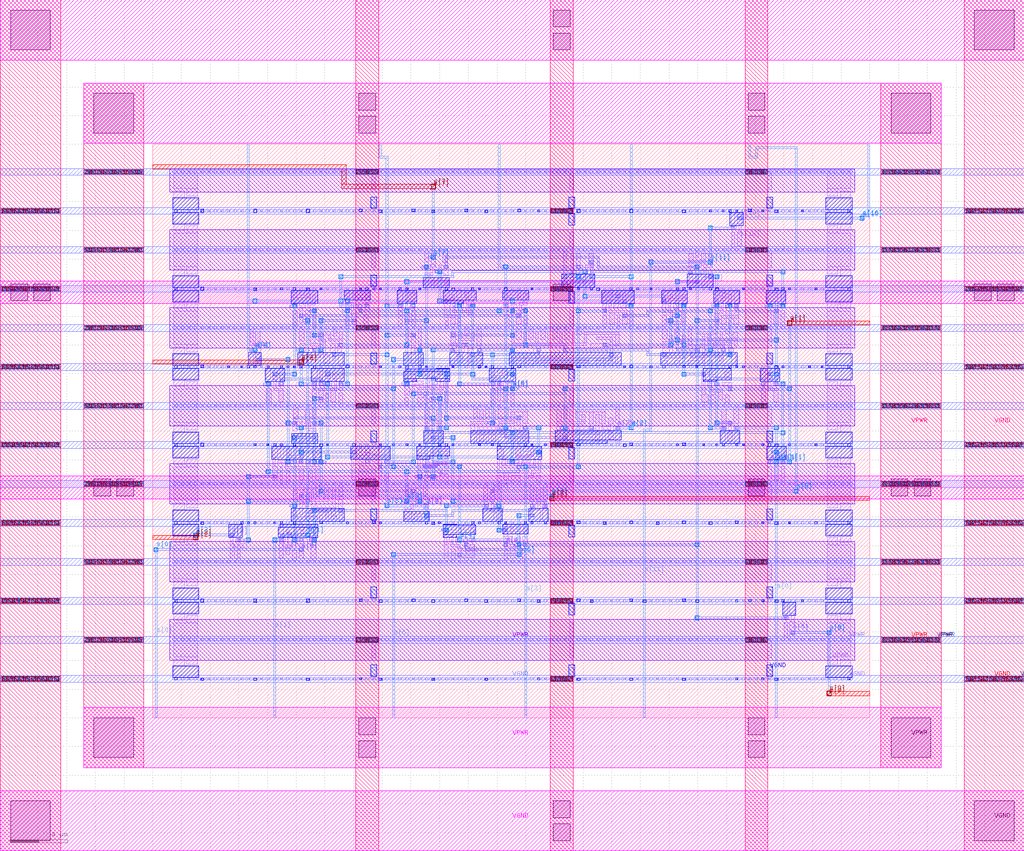
<source format=lef>
VERSION 5.7 ;
  NOWIREEXTENSIONATPIN ON ;
  DIVIDERCHAR "/" ;
  BUSBITCHARS "[]" ;
MACRO sky130_fd_sc_hd__nor4_1
  CLASS BLOCK ;
  FOREIGN sky130_fd_sc_hd__nor4_1 ;
  ORIGIN 0.000 0.000 ;
  SIZE 2.300 BY 2.720 ;
  PIN D
    ANTENNAGATEAREA 0.247500 ;
    PORT
      LAYER li1 ;
        RECT 0.085 0.745 0.335 1.325 ;
    END
  END D
  PIN C
    ANTENNAGATEAREA 0.247500 ;
    PORT
      LAYER li1 ;
        RECT 1.030 1.615 1.285 2.450 ;
        RECT 0.845 1.415 1.285 1.615 ;
        RECT 0.845 0.995 1.075 1.415 ;
    END
  END C
  PIN Y
    ANTENNADIFFAREA 0.672750 ;
    PORT
      LAYER li1 ;
        RECT 0.090 1.665 0.425 2.450 ;
        RECT 0.090 1.495 0.675 1.665 ;
        RECT 0.505 0.825 0.675 1.495 ;
        RECT 0.505 0.655 1.705 0.825 ;
        RECT 0.505 0.645 0.860 0.655 ;
        RECT 0.595 0.385 0.860 0.645 ;
        RECT 1.535 0.385 1.705 0.655 ;
    END
  END Y
  PIN A
    ANTENNAGATEAREA 0.247500 ;
    PORT
      LAYER li1 ;
        RECT 1.955 0.655 2.215 1.665 ;
    END
  END A
  PIN B
    ANTENNAGATEAREA 0.247500 ;
    PORT
      LAYER li1 ;
        RECT 1.455 1.245 1.695 2.450 ;
        RECT 1.245 1.075 1.695 1.245 ;
    END
  END B
  PIN VNB
    PORT
      LAYER pwell ;
        RECT 0.005 0.105 2.295 1.015 ;
        RECT 0.145 -0.085 0.315 0.105 ;
    END
  END VNB
  PIN VPB
    PORT
      LAYER nwell ;
        RECT -0.190 1.305 2.490 2.910 ;
    END
  END VPB
  PIN VGND
    USE GROUND ;
    PORT
      LAYER li1 ;
        RECT 0.085 0.085 0.345 0.575 ;
        RECT 1.035 0.085 1.365 0.485 ;
        RECT 1.875 0.085 2.205 0.485 ;
        RECT 0.000 -0.085 2.300 0.085 ;
      LAYER mcon ;
        RECT 0.145 -0.085 0.315 0.085 ;
        RECT 0.605 -0.085 0.775 0.085 ;
        RECT 1.065 -0.085 1.235 0.085 ;
        RECT 1.525 -0.085 1.695 0.085 ;
        RECT 1.985 -0.085 2.155 0.085 ;
      LAYER met1 ;
        RECT 0.000 -0.240 2.300 0.240 ;
    END
  END VGND
  PIN VPWR
    USE POWER ;
    PORT
      LAYER li1 ;
        RECT 0.000 2.635 2.300 2.805 ;
        RECT 1.955 1.835 2.215 2.635 ;
      LAYER mcon ;
        RECT 0.145 2.635 0.315 2.805 ;
        RECT 0.605 2.635 0.775 2.805 ;
        RECT 1.065 2.635 1.235 2.805 ;
        RECT 1.525 2.635 1.695 2.805 ;
        RECT 1.985 2.635 2.155 2.805 ;
      LAYER met1 ;
        RECT 0.000 2.480 2.300 2.960 ;
    END
  END VPWR
END sky130_fd_sc_hd__nor4_1
MACRO sky130_fd_sc_hd__a21oi_1
  CLASS BLOCK ;
  FOREIGN sky130_fd_sc_hd__a21oi_1 ;
  ORIGIN 0.000 0.000 ;
  SIZE 1.840 BY 2.720 ;
  PIN A1
    ANTENNAGATEAREA 0.247500 ;
    PORT
      LAYER li1 ;
        RECT 0.850 0.995 1.265 1.325 ;
        RECT 1.035 0.375 1.265 0.995 ;
    END
  END A1
  PIN B1
    ANTENNAGATEAREA 0.247500 ;
    PORT
      LAYER li1 ;
        RECT 0.095 0.675 0.335 1.325 ;
    END
  END B1
  PIN Y
    ANTENNADIFFAREA 0.447000 ;
    PORT
      LAYER li1 ;
        RECT 0.095 1.685 0.370 2.455 ;
        RECT 0.095 1.495 0.680 1.685 ;
        RECT 0.505 0.825 0.680 1.495 ;
        RECT 0.505 0.645 0.835 0.825 ;
        RECT 0.610 0.265 0.835 0.645 ;
    END
  END Y
  PIN A2
    ANTENNAGATEAREA 0.247500 ;
    PORT
      LAYER li1 ;
        RECT 1.445 0.995 1.740 1.325 ;
    END
  END A2
  PIN VNB
    PORT
      LAYER pwell ;
        RECT 0.020 0.105 1.835 1.015 ;
        RECT 0.145 -0.085 0.315 0.105 ;
    END
  END VNB
  PIN VPB
    PORT
      LAYER nwell ;
        RECT -0.190 1.305 2.030 2.910 ;
    END
  END VPB
  PIN VPWR
    USE POWER ;
    PORT
      LAYER li1 ;
        RECT 0.000 2.635 1.840 2.805 ;
        RECT 1.040 2.195 1.235 2.635 ;
      LAYER mcon ;
        RECT 0.145 2.635 0.315 2.805 ;
        RECT 0.605 2.635 0.775 2.805 ;
        RECT 1.065 2.635 1.235 2.805 ;
        RECT 1.525 2.635 1.695 2.805 ;
      LAYER met1 ;
        RECT 0.000 2.480 1.840 2.960 ;
    END
  END VPWR
  PIN VGND
    USE GROUND ;
    PORT
      LAYER li1 ;
        RECT 0.110 0.085 0.440 0.475 ;
        RECT 1.445 0.085 1.745 0.815 ;
        RECT 0.000 -0.085 1.840 0.085 ;
      LAYER mcon ;
        RECT 0.145 -0.085 0.315 0.085 ;
        RECT 0.605 -0.085 0.775 0.085 ;
        RECT 1.065 -0.085 1.235 0.085 ;
        RECT 1.525 -0.085 1.695 0.085 ;
      LAYER met1 ;
        RECT 0.000 -0.240 1.840 0.240 ;
    END
  END VGND
  OBS
      LAYER li1 ;
        RECT 0.540 2.025 0.870 2.455 ;
        RECT 1.415 2.025 1.745 2.455 ;
        RECT 0.540 1.855 1.745 2.025 ;
        RECT 0.850 1.525 1.745 1.855 ;
  END
END sky130_fd_sc_hd__a21oi_1
MACRO sky130_fd_sc_hd__nor3_1
  CLASS BLOCK ;
  FOREIGN sky130_fd_sc_hd__nor3_1 ;
  ORIGIN 0.000 0.000 ;
  SIZE 1.840 BY 2.720 ;
  PIN C
    ANTENNAGATEAREA 0.247500 ;
    PORT
      LAYER li1 ;
        RECT 0.090 0.995 0.425 1.325 ;
    END
  END C
  PIN Y
    ANTENNADIFFAREA 0.604500 ;
    PORT
      LAYER li1 ;
        RECT 0.090 2.280 1.170 2.450 ;
        RECT 0.090 1.495 0.425 2.280 ;
        RECT 1.000 1.665 1.170 2.280 ;
        RECT 1.000 1.495 1.315 1.665 ;
        RECT 1.145 0.825 1.315 1.495 ;
        RECT 0.090 0.655 1.315 0.825 ;
        RECT 0.090 0.385 0.345 0.655 ;
        RECT 1.015 0.385 1.185 0.655 ;
    END
  END Y
  PIN A
    ANTENNAGATEAREA 0.247500 ;
    PORT
      LAYER li1 ;
        RECT 1.485 0.655 1.755 1.665 ;
    END
  END A
  PIN B
    ANTENNAGATEAREA 0.247500 ;
    PORT
      LAYER li1 ;
        RECT 0.595 1.325 0.830 2.005 ;
        RECT 0.595 0.995 0.975 1.325 ;
    END
  END B
  PIN VNB
    PORT
      LAYER pwell ;
        RECT 0.005 0.105 1.775 1.015 ;
        RECT 0.150 -0.085 0.320 0.105 ;
    END
  END VNB
  PIN VPB
    PORT
      LAYER nwell ;
        RECT -0.190 1.305 2.030 2.910 ;
    END
  END VPB
  PIN VGND
    USE GROUND ;
    PORT
      LAYER li1 ;
        RECT 0.515 0.085 0.845 0.485 ;
        RECT 1.355 0.085 1.685 0.485 ;
        RECT 0.000 -0.085 1.840 0.085 ;
      LAYER mcon ;
        RECT 0.145 -0.085 0.315 0.085 ;
        RECT 0.605 -0.085 0.775 0.085 ;
        RECT 1.065 -0.085 1.235 0.085 ;
        RECT 1.525 -0.085 1.695 0.085 ;
      LAYER met1 ;
        RECT 0.000 -0.240 1.840 0.240 ;
    END
  END VGND
  PIN VPWR
    USE POWER ;
    PORT
      LAYER li1 ;
        RECT 0.000 2.635 1.840 2.805 ;
        RECT 1.435 1.835 1.750 2.635 ;
      LAYER mcon ;
        RECT 0.145 2.635 0.315 2.805 ;
        RECT 0.605 2.635 0.775 2.805 ;
        RECT 1.065 2.635 1.235 2.805 ;
        RECT 1.525 2.635 1.695 2.805 ;
      LAYER met1 ;
        RECT 0.000 2.480 1.840 2.960 ;
    END
  END VPWR
END sky130_fd_sc_hd__nor3_1
MACRO sky130_fd_sc_hd__or2_2
  CLASS BLOCK ;
  FOREIGN sky130_fd_sc_hd__or2_2 ;
  ORIGIN 0.000 0.000 ;
  SIZE 2.300 BY 2.720 ;
  PIN B
    ANTENNAGATEAREA 0.126000 ;
    PORT
      LAYER li1 ;
        RECT 0.150 0.765 0.345 1.325 ;
    END
  END B
  PIN X
    ANTENNADIFFAREA 0.445500 ;
    PORT
      LAYER li1 ;
        RECT 1.440 2.005 1.770 2.465 ;
        RECT 1.440 1.835 2.215 2.005 ;
        RECT 1.785 0.825 2.215 1.835 ;
        RECT 1.520 0.655 2.215 0.825 ;
        RECT 1.520 0.385 1.690 0.655 ;
    END
  END X
  PIN A
    ANTENNAGATEAREA 0.126000 ;
    PORT
      LAYER li1 ;
        RECT 0.865 0.765 1.275 1.325 ;
    END
  END A
  PIN VNB
    PORT
      LAYER pwell ;
        RECT 0.910 0.785 2.280 1.015 ;
        RECT 0.005 0.105 2.280 0.785 ;
        RECT 0.150 -0.085 0.320 0.105 ;
    END
  END VNB
  PIN VPB
    PORT
      LAYER nwell ;
        RECT -0.190 1.305 2.490 2.910 ;
    END
  END VPB
  PIN VPWR
    USE POWER ;
    PORT
      LAYER li1 ;
        RECT 0.000 2.635 2.300 2.805 ;
        RECT 1.100 1.835 1.270 2.635 ;
        RECT 1.940 2.175 2.110 2.635 ;
      LAYER mcon ;
        RECT 0.145 2.635 0.315 2.805 ;
        RECT 0.605 2.635 0.775 2.805 ;
        RECT 1.065 2.635 1.235 2.805 ;
        RECT 1.525 2.635 1.695 2.805 ;
        RECT 1.985 2.635 2.155 2.805 ;
      LAYER met1 ;
        RECT 0.000 2.480 2.300 2.960 ;
    END
  END VPWR
  PIN VGND
    USE GROUND ;
    PORT
      LAYER li1 ;
        RECT 0.105 0.085 0.345 0.595 ;
        RECT 1.035 0.085 1.350 0.595 ;
        RECT 1.860 0.085 2.190 0.485 ;
        RECT 0.000 -0.085 2.300 0.085 ;
      LAYER mcon ;
        RECT 0.145 -0.085 0.315 0.085 ;
        RECT 0.605 -0.085 0.775 0.085 ;
        RECT 1.065 -0.085 1.235 0.085 ;
        RECT 1.525 -0.085 1.695 0.085 ;
        RECT 1.985 -0.085 2.155 0.085 ;
      LAYER met1 ;
        RECT 0.000 -0.240 2.300 0.240 ;
    END
  END VGND
  OBS
      LAYER li1 ;
        RECT 0.155 1.665 0.515 1.840 ;
        RECT 0.155 1.495 1.615 1.665 ;
        RECT 0.515 0.595 0.695 1.495 ;
        RECT 1.445 0.995 1.615 1.495 ;
        RECT 0.515 0.255 0.805 0.595 ;
  END
END sky130_fd_sc_hd__or2_2
MACRO sky130_fd_sc_hd__a21o_4
  CLASS BLOCK ;
  FOREIGN sky130_fd_sc_hd__a21o_4 ;
  ORIGIN 0.000 0.000 ;
  SIZE 5.520 BY 2.720 ;
  PIN A2
    ANTENNAGATEAREA 0.495000 ;
    PORT
      LAYER li1 ;
        RECT 3.645 1.510 4.935 1.680 ;
        RECT 3.645 1.275 3.820 1.510 ;
        RECT 3.425 1.010 3.820 1.275 ;
        RECT 4.685 1.290 4.935 1.510 ;
        RECT 4.685 1.055 5.100 1.290 ;
    END
  END A2
  PIN A1
    ANTENNAGATEAREA 0.495000 ;
    PORT
      LAYER li1 ;
        RECT 3.990 1.010 4.515 1.275 ;
    END
  END A1
  PIN X
    ANTENNADIFFAREA 0.924000 ;
    PORT
      LAYER li1 ;
        RECT 0.625 1.755 0.795 2.185 ;
        RECT 1.485 1.755 1.735 2.185 ;
        RECT 0.145 1.585 1.735 1.755 ;
        RECT 0.145 0.785 0.630 1.585 ;
        RECT 0.145 0.615 1.735 0.785 ;
    END
  END X
  PIN B1
    ANTENNAGATEAREA 0.495000 ;
    PORT
      LAYER li1 ;
        RECT 2.395 0.995 2.705 1.525 ;
    END
  END B1
  PIN VNB
    PORT
      LAYER pwell ;
        RECT 0.005 0.105 5.315 1.015 ;
        RECT 0.145 -0.085 0.315 0.105 ;
    END
  END VNB
  PIN VPB
    PORT
      LAYER nwell ;
        RECT -0.190 1.305 5.710 2.910 ;
    END
  END VPB
  PIN VGND
    USE GROUND ;
    PORT
      LAYER li1 ;
        RECT 0.105 0.085 0.445 0.445 ;
        RECT 0.975 0.085 1.305 0.445 ;
        RECT 1.910 0.085 2.685 0.445 ;
        RECT 3.255 0.085 3.585 0.445 ;
        RECT 4.945 0.085 5.225 0.885 ;
        RECT 0.000 -0.085 5.520 0.085 ;
      LAYER mcon ;
        RECT 0.145 -0.085 0.315 0.085 ;
        RECT 0.605 -0.085 0.775 0.085 ;
        RECT 1.065 -0.085 1.235 0.085 ;
        RECT 1.525 -0.085 1.695 0.085 ;
        RECT 1.985 -0.085 2.155 0.085 ;
        RECT 2.445 -0.085 2.615 0.085 ;
        RECT 2.905 -0.085 3.075 0.085 ;
        RECT 3.365 -0.085 3.535 0.085 ;
        RECT 3.825 -0.085 3.995 0.085 ;
        RECT 4.285 -0.085 4.455 0.085 ;
        RECT 4.745 -0.085 4.915 0.085 ;
        RECT 5.205 -0.085 5.375 0.085 ;
      LAYER met1 ;
        RECT 0.000 -0.240 5.520 0.240 ;
    END
  END VGND
  PIN VPWR
    USE POWER ;
    PORT
      LAYER li1 ;
        RECT 0.000 2.635 5.520 2.805 ;
        RECT 0.115 1.935 0.445 2.635 ;
        RECT 0.975 1.935 1.305 2.635 ;
        RECT 1.915 1.515 2.165 2.635 ;
        RECT 3.635 2.275 3.965 2.635 ;
        RECT 4.475 2.275 4.805 2.635 ;
      LAYER mcon ;
        RECT 0.145 2.635 0.315 2.805 ;
        RECT 0.605 2.635 0.775 2.805 ;
        RECT 1.065 2.635 1.235 2.805 ;
        RECT 1.525 2.635 1.695 2.805 ;
        RECT 1.985 2.635 2.155 2.805 ;
        RECT 2.445 2.635 2.615 2.805 ;
        RECT 2.905 2.635 3.075 2.805 ;
        RECT 3.365 2.635 3.535 2.805 ;
        RECT 3.825 2.635 3.995 2.805 ;
        RECT 4.285 2.635 4.455 2.805 ;
        RECT 4.745 2.635 4.915 2.805 ;
        RECT 5.205 2.635 5.375 2.805 ;
      LAYER met1 ;
        RECT 0.000 2.480 5.520 2.960 ;
    END
  END VPWR
  OBS
      LAYER li1 ;
        RECT 2.455 2.295 3.465 2.465 ;
        RECT 2.455 1.695 2.625 2.295 ;
        RECT 0.800 0.995 2.205 1.325 ;
        RECT 2.035 0.785 2.205 0.995 ;
        RECT 2.875 0.840 3.045 2.125 ;
        RECT 3.285 2.020 3.465 2.295 ;
        RECT 4.135 2.020 4.305 2.465 ;
        RECT 5.030 2.020 5.360 2.395 ;
        RECT 3.285 1.850 5.360 2.020 ;
        RECT 3.285 1.445 3.465 1.850 ;
        RECT 5.105 1.460 5.360 1.850 ;
        RECT 2.875 0.785 4.365 0.840 ;
        RECT 2.035 0.670 4.365 0.785 ;
        RECT 2.035 0.615 3.045 0.670 ;
        RECT 2.875 0.255 3.045 0.615 ;
        RECT 4.085 0.405 4.365 0.670 ;
  END
END sky130_fd_sc_hd__a21o_4
MACRO sky130_fd_sc_hd__and2_1
  CLASS BLOCK ;
  FOREIGN sky130_fd_sc_hd__and2_1 ;
  ORIGIN 0.000 0.000 ;
  SIZE 2.300 BY 2.720 ;
  PIN X
    ANTENNADIFFAREA 0.657000 ;
    PORT
      LAYER li1 ;
        RECT 1.755 1.915 2.215 2.465 ;
        RECT 1.965 0.545 2.215 1.915 ;
        RECT 1.655 0.255 2.215 0.545 ;
    END
  END X
  PIN B
    ANTENNAGATEAREA 0.126000 ;
    PORT
      LAYER li1 ;
        RECT 0.995 1.075 1.335 1.325 ;
    END
  END B
  PIN A
    ANTENNAGATEAREA 0.126000 ;
    PORT
      LAYER li1 ;
        RECT 0.100 1.325 0.365 1.685 ;
        RECT 0.100 1.075 0.775 1.325 ;
    END
  END A
  PIN VNB
    PORT
      LAYER pwell ;
        RECT 1.145 0.925 2.095 1.015 ;
        RECT 0.165 0.105 2.095 0.925 ;
        RECT 0.165 0.085 0.315 0.105 ;
        RECT 0.145 -0.085 0.315 0.085 ;
    END
  END VNB
  PIN VPB
    PORT
      LAYER nwell ;
        RECT -0.190 1.305 2.490 2.910 ;
    END
  END VPB
  PIN VPWR
    USE POWER ;
    PORT
      LAYER li1 ;
        RECT 0.000 2.635 2.300 2.805 ;
        RECT 0.285 1.965 0.565 2.635 ;
        RECT 1.235 1.915 1.565 2.635 ;
      LAYER mcon ;
        RECT 0.145 2.635 0.315 2.805 ;
        RECT 0.605 2.635 0.775 2.805 ;
        RECT 1.065 2.635 1.235 2.805 ;
        RECT 1.525 2.635 1.695 2.805 ;
        RECT 1.985 2.635 2.155 2.805 ;
      LAYER met1 ;
        RECT 0.000 2.480 2.300 2.960 ;
    END
  END VPWR
  PIN VGND
    USE GROUND ;
    PORT
      LAYER li1 ;
        RECT 1.235 0.085 1.485 0.545 ;
        RECT 0.000 -0.085 2.300 0.085 ;
      LAYER mcon ;
        RECT 0.145 -0.085 0.315 0.085 ;
        RECT 0.605 -0.085 0.775 0.085 ;
        RECT 1.065 -0.085 1.235 0.085 ;
        RECT 1.525 -0.085 1.695 0.085 ;
        RECT 1.985 -0.085 2.155 0.085 ;
      LAYER met1 ;
        RECT 0.000 -0.240 2.300 0.240 ;
    END
  END VGND
  OBS
      LAYER li1 ;
        RECT 0.735 1.745 1.035 2.295 ;
        RECT 0.735 1.575 1.675 1.745 ;
        RECT 1.505 1.325 1.675 1.575 ;
        RECT 1.505 0.995 1.795 1.325 ;
        RECT 1.505 0.905 1.675 0.995 ;
        RECT 0.285 0.715 1.675 0.905 ;
        RECT 0.285 0.355 0.615 0.715 ;
  END
END sky130_fd_sc_hd__and2_1
MACRO sky130_fd_sc_hd__a31oi_4
  CLASS BLOCK ;
  FOREIGN sky130_fd_sc_hd__a31oi_4 ;
  ORIGIN 0.000 0.000 ;
  SIZE 7.820 BY 2.720 ;
  PIN Y
    ANTENNADIFFAREA 1.443500 ;
    PORT
      LAYER li1 ;
        RECT 6.075 1.915 7.245 2.085 ;
        RECT 7.045 0.805 7.245 1.915 ;
        RECT 3.975 0.635 7.585 0.805 ;
        RECT 6.575 0.255 6.745 0.635 ;
        RECT 7.415 0.255 7.585 0.635 ;
    END
  END Y
  PIN B1
    ANTENNAGATEAREA 0.990000 ;
    PORT
      LAYER li1 ;
        RECT 5.670 0.995 6.855 1.630 ;
    END
  END B1
  PIN A1
    ANTENNAGATEAREA 0.990000 ;
    PORT
      LAYER li1 ;
        RECT 3.825 0.995 5.420 1.325 ;
    END
  END A1
  PIN A3
    ANTENNAGATEAREA 0.990000 ;
    PORT
      LAYER li1 ;
        RECT 0.120 0.995 1.735 1.325 ;
    END
  END A3
  PIN A2
    ANTENNAGATEAREA 0.990000 ;
    PORT
      LAYER li1 ;
        RECT 1.935 0.995 3.550 1.325 ;
    END
  END A2
  PIN VNB
    PORT
      LAYER pwell ;
        RECT 0.005 0.105 7.815 1.015 ;
        RECT 0.150 -0.085 0.320 0.105 ;
    END
  END VNB
  PIN VPB
    PORT
      LAYER nwell ;
        RECT -0.190 1.305 8.010 2.910 ;
    END
  END VPB
  PIN VPWR
    USE POWER ;
    PORT
      LAYER li1 ;
        RECT 0.000 2.635 7.820 2.805 ;
        RECT 0.515 1.915 0.845 2.635 ;
        RECT 1.355 1.915 1.685 2.635 ;
        RECT 2.195 1.915 2.525 2.635 ;
        RECT 3.035 1.915 3.365 2.635 ;
        RECT 3.895 1.915 4.225 2.635 ;
        RECT 4.735 2.255 5.065 2.635 ;
      LAYER mcon ;
        RECT 0.145 2.635 0.315 2.805 ;
        RECT 0.605 2.635 0.775 2.805 ;
        RECT 1.065 2.635 1.235 2.805 ;
        RECT 1.525 2.635 1.695 2.805 ;
        RECT 1.985 2.635 2.155 2.805 ;
        RECT 2.445 2.635 2.615 2.805 ;
        RECT 2.905 2.635 3.075 2.805 ;
        RECT 3.365 2.635 3.535 2.805 ;
        RECT 3.825 2.635 3.995 2.805 ;
        RECT 4.285 2.635 4.455 2.805 ;
        RECT 4.745 2.635 4.915 2.805 ;
        RECT 5.205 2.635 5.375 2.805 ;
        RECT 5.665 2.635 5.835 2.805 ;
        RECT 6.125 2.635 6.295 2.805 ;
        RECT 6.585 2.635 6.755 2.805 ;
        RECT 7.045 2.635 7.215 2.805 ;
        RECT 7.505 2.635 7.675 2.805 ;
      LAYER met1 ;
        RECT 0.000 2.480 7.820 2.960 ;
    END
  END VPWR
  PIN VGND
    USE GROUND ;
    PORT
      LAYER li1 ;
        RECT 0.515 0.085 0.845 0.465 ;
        RECT 1.355 0.085 1.685 0.465 ;
        RECT 6.075 0.085 6.405 0.465 ;
        RECT 6.915 0.085 7.245 0.465 ;
        RECT 0.000 -0.085 7.820 0.085 ;
      LAYER mcon ;
        RECT 0.145 -0.085 0.315 0.085 ;
        RECT 0.605 -0.085 0.775 0.085 ;
        RECT 1.065 -0.085 1.235 0.085 ;
        RECT 1.525 -0.085 1.695 0.085 ;
        RECT 1.985 -0.085 2.155 0.085 ;
        RECT 2.445 -0.085 2.615 0.085 ;
        RECT 2.905 -0.085 3.075 0.085 ;
        RECT 3.365 -0.085 3.535 0.085 ;
        RECT 3.825 -0.085 3.995 0.085 ;
        RECT 4.285 -0.085 4.455 0.085 ;
        RECT 4.745 -0.085 4.915 0.085 ;
        RECT 5.205 -0.085 5.375 0.085 ;
        RECT 5.665 -0.085 5.835 0.085 ;
        RECT 6.125 -0.085 6.295 0.085 ;
        RECT 6.585 -0.085 6.755 0.085 ;
        RECT 7.045 -0.085 7.215 0.085 ;
        RECT 7.505 -0.085 7.675 0.085 ;
      LAYER met1 ;
        RECT 0.000 -0.240 7.820 0.240 ;
    END
  END VGND
  OBS
      LAYER li1 ;
        RECT 0.175 1.665 0.345 2.465 ;
        RECT 1.015 1.665 1.185 2.465 ;
        RECT 1.855 1.665 2.025 2.465 ;
        RECT 2.695 1.665 2.865 2.465 ;
        RECT 3.535 1.665 3.705 2.465 ;
        RECT 4.395 1.665 4.565 2.465 ;
        RECT 5.235 2.425 5.405 2.465 ;
        RECT 5.235 2.255 7.665 2.425 ;
        RECT 5.235 1.665 5.405 2.255 ;
        RECT 0.175 1.495 5.405 1.665 ;
        RECT 7.415 1.495 7.665 2.255 ;
        RECT 0.175 0.635 3.785 0.805 ;
        RECT 0.175 0.255 0.345 0.635 ;
        RECT 1.015 0.255 1.185 0.635 ;
        RECT 1.855 0.255 2.025 0.635 ;
        RECT 2.195 0.295 5.565 0.465 ;
  END
END sky130_fd_sc_hd__a31oi_4
MACRO sky130_fd_sc_hd__o21ai_1
  CLASS BLOCK ;
  FOREIGN sky130_fd_sc_hd__o21ai_1 ;
  ORIGIN 0.000 0.000 ;
  SIZE 1.840 BY 2.720 ;
  PIN A2
    ANTENNAGATEAREA 0.247500 ;
    PORT
      LAYER li1 ;
        RECT 0.590 1.325 0.785 2.375 ;
        RECT 0.590 0.995 0.975 1.325 ;
    END
  END A2
  PIN A1
    ANTENNAGATEAREA 0.247500 ;
    PORT
      LAYER li1 ;
        RECT 0.150 0.995 0.410 1.325 ;
    END
  END A1
  PIN B1
    ANTENNAGATEAREA 0.202500 ;
    PORT
      LAYER li1 ;
        RECT 1.505 1.295 1.750 1.655 ;
    END
  END B1
  PIN Y
    ANTENNADIFFAREA 0.517000 ;
    PORT
      LAYER li1 ;
        RECT 0.965 1.785 1.295 2.465 ;
        RECT 0.965 1.505 1.315 1.785 ;
        RECT 1.145 1.125 1.315 1.505 ;
        RECT 1.145 0.955 1.665 1.125 ;
        RECT 1.495 0.390 1.665 0.955 ;
    END
  END Y
  PIN VNB
    PORT
      LAYER pwell ;
        RECT 0.005 0.105 1.835 1.015 ;
        RECT 0.150 -0.085 0.320 0.105 ;
    END
  END VNB
  PIN VPB
    PORT
      LAYER nwell ;
        RECT -0.190 1.305 2.030 2.910 ;
    END
  END VPB
  PIN VGND
    USE GROUND ;
    PORT
      LAYER li1 ;
        RECT 0.575 0.085 0.905 0.445 ;
        RECT 0.000 -0.085 1.840 0.085 ;
      LAYER mcon ;
        RECT 0.145 -0.085 0.315 0.085 ;
        RECT 0.605 -0.085 0.775 0.085 ;
        RECT 1.065 -0.085 1.235 0.085 ;
        RECT 1.525 -0.085 1.695 0.085 ;
      LAYER met1 ;
        RECT 0.000 -0.240 1.840 0.240 ;
    END
  END VGND
  PIN VPWR
    USE POWER ;
    PORT
      LAYER li1 ;
        RECT 0.000 2.635 1.840 2.805 ;
        RECT 0.090 1.495 0.410 2.635 ;
        RECT 1.495 1.835 1.750 2.635 ;
      LAYER mcon ;
        RECT 0.145 2.635 0.315 2.805 ;
        RECT 0.605 2.635 0.775 2.805 ;
        RECT 1.065 2.635 1.235 2.805 ;
        RECT 1.525 2.635 1.695 2.805 ;
      LAYER met1 ;
        RECT 0.000 2.480 1.840 2.960 ;
    END
  END VPWR
  OBS
      LAYER li1 ;
        RECT 0.090 0.615 1.305 0.785 ;
        RECT 0.090 0.265 0.380 0.615 ;
        RECT 1.075 0.310 1.305 0.615 ;
  END
END sky130_fd_sc_hd__o21ai_1
MACRO sky130_fd_sc_hd__a31oi_1
  CLASS BLOCK ;
  FOREIGN sky130_fd_sc_hd__a31oi_1 ;
  ORIGIN 0.000 0.000 ;
  SIZE 2.300 BY 2.720 ;
  PIN Y
    ANTENNADIFFAREA 0.481250 ;
    PORT
      LAYER li1 ;
        RECT 1.875 1.665 2.210 2.445 ;
        RECT 1.625 1.495 2.210 1.665 ;
        RECT 1.625 0.825 1.795 1.495 ;
        RECT 1.380 0.715 1.795 0.825 ;
        RECT 1.380 0.295 1.785 0.715 ;
    END
  END Y
  PIN B1
    ANTENNAGATEAREA 0.247500 ;
    PORT
      LAYER li1 ;
        RECT 1.965 0.995 2.215 1.325 ;
    END
  END B1
  PIN A2
    ANTENNAGATEAREA 0.247500 ;
    PORT
      LAYER li1 ;
        RECT 0.610 0.335 1.055 1.275 ;
    END
  END A2
  PIN A1
    ANTENNAGATEAREA 0.247500 ;
    PORT
      LAYER li1 ;
        RECT 1.070 1.445 1.455 1.665 ;
        RECT 1.270 0.995 1.455 1.445 ;
    END
  END A1
  PIN A3
    ANTENNAGATEAREA 0.247500 ;
    PORT
      LAYER li1 ;
        RECT 0.085 0.995 0.365 1.325 ;
    END
  END A3
  PIN VNB
    PORT
      LAYER pwell ;
        RECT 0.005 0.105 2.295 1.015 ;
        RECT 0.150 -0.085 0.320 0.105 ;
    END
  END VNB
  PIN VPB
    PORT
      LAYER nwell ;
        RECT -0.190 1.305 2.490 2.910 ;
    END
  END VPB
  PIN VGND
    USE GROUND ;
    PORT
      LAYER li1 ;
        RECT 0.090 0.085 0.430 0.815 ;
        RECT 1.955 0.085 2.215 0.565 ;
        RECT 0.000 -0.085 2.300 0.085 ;
      LAYER mcon ;
        RECT 0.145 -0.085 0.315 0.085 ;
        RECT 0.605 -0.085 0.775 0.085 ;
        RECT 1.065 -0.085 1.235 0.085 ;
        RECT 1.525 -0.085 1.695 0.085 ;
        RECT 1.985 -0.085 2.155 0.085 ;
      LAYER met1 ;
        RECT 0.000 -0.240 2.300 0.240 ;
    END
  END VGND
  PIN VPWR
    USE POWER ;
    PORT
      LAYER li1 ;
        RECT 0.000 2.635 2.300 2.805 ;
        RECT 0.090 1.495 0.420 2.635 ;
        RECT 0.935 2.175 1.265 2.635 ;
      LAYER mcon ;
        RECT 0.145 2.635 0.315 2.805 ;
        RECT 0.605 2.635 0.775 2.805 ;
        RECT 1.065 2.635 1.235 2.805 ;
        RECT 1.525 2.635 1.695 2.805 ;
        RECT 1.985 2.635 2.155 2.805 ;
      LAYER met1 ;
        RECT 0.000 2.480 2.300 2.960 ;
    END
  END VPWR
  OBS
      LAYER li1 ;
        RECT 0.590 2.005 0.765 2.415 ;
        RECT 1.470 2.005 1.695 2.415 ;
        RECT 0.590 1.835 1.695 2.005 ;
  END
END sky130_fd_sc_hd__a31oi_1
MACRO sky130_fd_sc_hd__and3b_1
  CLASS BLOCK ;
  FOREIGN sky130_fd_sc_hd__and3b_1 ;
  ORIGIN 0.000 0.000 ;
  SIZE 3.220 BY 2.720 ;
  PIN A_N
    ANTENNAGATEAREA 0.126000 ;
    PORT
      LAYER li1 ;
        RECT 0.085 1.075 0.425 1.955 ;
    END
  END A_N
  PIN B
    ANTENNAGATEAREA 0.126000 ;
    PORT
      LAYER li1 ;
        RECT 1.790 2.125 2.265 2.465 ;
    END
  END B
  PIN X
    ANTENNADIFFAREA 0.429000 ;
    PORT
      LAYER li1 ;
        RECT 2.860 1.765 3.135 2.465 ;
        RECT 2.965 0.735 3.135 1.765 ;
        RECT 2.875 0.255 3.135 0.735 ;
    END
  END X
  PIN C
    ANTENNAGATEAREA 0.126000 ;
    PORT
      LAYER li1 ;
        RECT 1.985 0.725 2.395 1.245 ;
        RECT 1.985 0.305 2.185 0.725 ;
    END
  END C
  PIN VNB
    PORT
      LAYER pwell ;
        RECT 0.005 0.815 0.935 1.015 ;
        RECT 2.265 0.815 3.215 1.015 ;
        RECT 0.005 0.335 3.215 0.815 ;
        RECT 0.150 0.135 3.215 0.335 ;
        RECT 0.150 -0.085 0.320 0.135 ;
        RECT 2.280 0.105 3.215 0.135 ;
    END
  END VNB
  PIN VPB
    PORT
      LAYER nwell ;
        RECT -0.190 1.305 3.410 2.910 ;
    END
  END VPB
  PIN VGND
    USE GROUND ;
    PORT
      LAYER li1 ;
        RECT 0.085 0.085 0.345 0.905 ;
        RECT 2.375 0.085 2.705 0.545 ;
        RECT 0.000 -0.085 3.220 0.085 ;
      LAYER mcon ;
        RECT 0.145 -0.085 0.315 0.085 ;
        RECT 0.605 -0.085 0.775 0.085 ;
        RECT 1.065 -0.085 1.235 0.085 ;
        RECT 1.525 -0.085 1.695 0.085 ;
        RECT 1.985 -0.085 2.155 0.085 ;
        RECT 2.445 -0.085 2.615 0.085 ;
        RECT 2.905 -0.085 3.075 0.085 ;
      LAYER met1 ;
        RECT 0.000 -0.240 3.220 0.240 ;
    END
  END VGND
  PIN VPWR
    USE POWER ;
    PORT
      LAYER li1 ;
        RECT 0.000 2.635 3.220 2.805 ;
        RECT 0.085 2.125 0.345 2.635 ;
        RECT 1.005 2.130 1.620 2.635 ;
        RECT 1.425 1.955 1.620 2.130 ;
        RECT 2.435 2.090 2.650 2.635 ;
        RECT 1.425 1.765 1.755 1.955 ;
      LAYER mcon ;
        RECT 0.145 2.635 0.315 2.805 ;
        RECT 0.605 2.635 0.775 2.805 ;
        RECT 1.065 2.635 1.235 2.805 ;
        RECT 1.525 2.635 1.695 2.805 ;
        RECT 1.985 2.635 2.155 2.805 ;
        RECT 2.445 2.635 2.615 2.805 ;
        RECT 2.905 2.635 3.075 2.805 ;
      LAYER met1 ;
        RECT 0.000 2.480 3.220 2.960 ;
    END
  END VPWR
  OBS
      LAYER li1 ;
        RECT 0.595 1.245 0.765 2.465 ;
        RECT 1.005 1.595 1.255 1.960 ;
        RECT 1.975 1.595 2.690 1.890 ;
        RECT 1.005 1.425 2.795 1.595 ;
        RECT 0.595 0.995 1.390 1.245 ;
        RECT 0.595 0.905 0.845 0.995 ;
        RECT 0.515 0.485 0.845 0.905 ;
        RECT 1.560 0.570 1.815 1.425 ;
        RECT 2.565 0.995 2.795 1.425 ;
        RECT 1.025 0.305 1.815 0.570 ;
  END
END sky130_fd_sc_hd__and3b_1
MACRO sky130_fd_sc_hd__inv_2
  CLASS BLOCK ;
  FOREIGN sky130_fd_sc_hd__inv_2 ;
  ORIGIN 0.000 0.000 ;
  SIZE 1.380 BY 2.720 ;
  PIN A
    ANTENNAGATEAREA 0.495000 ;
    PORT
      LAYER li1 ;
        RECT 0.105 1.075 0.435 1.325 ;
    END
  END A
  PIN Y
    ANTENNADIFFAREA 0.445500 ;
    PORT
      LAYER li1 ;
        RECT 0.525 1.485 0.855 2.465 ;
        RECT 0.605 0.885 0.855 1.485 ;
        RECT 0.525 0.255 0.855 0.885 ;
    END
  END Y
  PIN VNB
    PORT
      LAYER pwell ;
        RECT 0.015 0.105 1.365 1.015 ;
        RECT 0.145 -0.085 0.315 0.105 ;
    END
  END VNB
  PIN VPB
    PORT
      LAYER nwell ;
        RECT -0.190 1.305 1.570 2.910 ;
    END
  END VPB
  PIN VPWR
    USE POWER ;
    PORT
      LAYER li1 ;
        RECT 0.000 2.635 1.380 2.805 ;
        RECT 0.125 1.495 0.355 2.635 ;
        RECT 1.025 1.495 1.235 2.635 ;
      LAYER mcon ;
        RECT 0.145 2.635 0.315 2.805 ;
        RECT 0.605 2.635 0.775 2.805 ;
        RECT 1.065 2.635 1.235 2.805 ;
      LAYER met1 ;
        RECT 0.000 2.480 1.380 2.960 ;
    END
  END VPWR
  PIN VGND
    USE GROUND ;
    PORT
      LAYER li1 ;
        RECT 0.125 0.085 0.355 0.905 ;
        RECT 1.025 0.085 1.235 0.905 ;
        RECT 0.000 -0.085 1.380 0.085 ;
      LAYER mcon ;
        RECT 0.145 -0.085 0.315 0.085 ;
        RECT 0.605 -0.085 0.775 0.085 ;
        RECT 1.065 -0.085 1.235 0.085 ;
      LAYER met1 ;
        RECT 0.000 -0.240 1.380 0.240 ;
    END
  END VGND
END sky130_fd_sc_hd__inv_2
MACRO sky130_fd_sc_hd__a2bb2oi_1
  CLASS BLOCK ;
  FOREIGN sky130_fd_sc_hd__a2bb2oi_1 ;
  ORIGIN 0.000 0.000 ;
  SIZE 3.220 BY 2.720 ;
  PIN A1_N
    ANTENNAGATEAREA 0.247500 ;
    PORT
      LAYER li1 ;
        RECT 0.150 0.995 0.520 1.615 ;
    END
  END A1_N
  PIN Y
    ANTENNADIFFAREA 0.515500 ;
    PORT
      LAYER li1 ;
        RECT 1.420 1.955 1.785 2.465 ;
        RECT 1.420 1.785 1.945 1.955 ;
        RECT 1.775 0.825 1.945 1.785 ;
        RECT 1.775 0.255 2.205 0.825 ;
    END
  END Y
  PIN VGND
    USE GROUND ;
    PORT
      LAYER li1 ;
        RECT 0.095 0.085 0.425 0.825 ;
        RECT 0.935 0.085 1.605 0.490 ;
        RECT 2.795 0.085 3.125 0.825 ;
        RECT 0.000 -0.085 3.220 0.085 ;
      LAYER mcon ;
        RECT 0.145 -0.085 0.315 0.085 ;
        RECT 0.605 -0.085 0.775 0.085 ;
        RECT 1.065 -0.085 1.235 0.085 ;
        RECT 1.525 -0.085 1.695 0.085 ;
        RECT 1.985 -0.085 2.155 0.085 ;
        RECT 2.445 -0.085 2.615 0.085 ;
        RECT 2.905 -0.085 3.075 0.085 ;
      LAYER met1 ;
        RECT 0.000 -0.240 3.220 0.240 ;
    END
  END VGND
  PIN VPWR
    USE POWER ;
    PORT
      LAYER li1 ;
        RECT 0.000 2.635 3.220 2.805 ;
        RECT 0.095 1.805 0.425 2.635 ;
        RECT 2.455 2.135 2.705 2.635 ;
      LAYER mcon ;
        RECT 0.145 2.635 0.315 2.805 ;
        RECT 0.605 2.635 0.775 2.805 ;
        RECT 1.065 2.635 1.235 2.805 ;
        RECT 1.525 2.635 1.695 2.805 ;
        RECT 1.985 2.635 2.155 2.805 ;
        RECT 2.445 2.635 2.615 2.805 ;
        RECT 2.905 2.635 3.075 2.805 ;
      LAYER met1 ;
        RECT 0.000 2.480 3.220 2.960 ;
    END
  END VPWR
  PIN B2
    ANTENNAGATEAREA 0.247500 ;
    PORT
      LAYER li1 ;
        RECT 2.245 0.995 2.610 1.615 ;
        RECT 2.440 0.425 2.610 0.995 ;
    END
  END B2
  PIN B1
    ANTENNAGATEAREA 0.247500 ;
    PORT
      LAYER li1 ;
        RECT 2.780 0.995 3.070 1.615 ;
    END
  END B1
  PIN A2_N
    ANTENNAGATEAREA 0.247500 ;
    PORT
      LAYER li1 ;
        RECT 0.725 1.010 1.240 1.275 ;
    END
  END A2_N
  PIN VNB
    PORT
      LAYER pwell ;
        RECT 0.005 0.105 3.215 1.015 ;
        RECT 0.145 -0.085 0.315 0.105 ;
    END
  END VNB
  PIN VPB
    PORT
      LAYER nwell ;
        RECT -0.190 1.305 3.410 2.910 ;
    END
  END VPB
  OBS
      LAYER li1 ;
        RECT 0.875 1.615 1.205 2.465 ;
        RECT 1.955 2.235 2.285 2.465 ;
        RECT 2.115 1.955 2.285 2.235 ;
        RECT 2.875 1.955 3.130 2.465 ;
        RECT 2.115 1.785 3.130 1.955 ;
        RECT 0.875 1.445 1.580 1.615 ;
        RECT 1.410 0.830 1.580 1.445 ;
        RECT 0.595 0.660 1.580 0.830 ;
        RECT 0.595 0.255 0.765 0.660 ;
  END
END sky130_fd_sc_hd__a2bb2oi_1
MACRO sky130_fd_sc_hd__nand4_1
  CLASS BLOCK ;
  FOREIGN sky130_fd_sc_hd__nand4_1 ;
  ORIGIN 0.000 0.000 ;
  SIZE 2.300 BY 2.720 ;
  PIN C
    ANTENNAGATEAREA 0.247500 ;
    PORT
      LAYER li1 ;
        RECT 0.595 0.995 0.975 1.325 ;
        RECT 0.595 0.300 0.810 0.995 ;
    END
  END C
  PIN B
    ANTENNAGATEAREA 0.247500 ;
    PORT
      LAYER li1 ;
        RECT 1.145 0.995 1.455 1.325 ;
        RECT 1.145 0.825 1.350 0.995 ;
        RECT 1.000 0.300 1.350 0.825 ;
    END
  END B
  PIN Y
    ANTENNADIFFAREA 0.795000 ;
    PORT
      LAYER li1 ;
        RECT 0.515 1.665 0.845 2.465 ;
        RECT 1.385 1.665 1.715 2.465 ;
        RECT 0.515 1.495 1.795 1.665 ;
        RECT 1.625 0.825 1.795 1.495 ;
        RECT 1.520 0.255 2.215 0.825 ;
    END
  END Y
  PIN D
    ANTENNAGATEAREA 0.247500 ;
    PORT
      LAYER li1 ;
        RECT 0.110 0.995 0.395 1.325 ;
    END
  END D
  PIN A
    ANTENNAGATEAREA 0.247500 ;
    PORT
      LAYER li1 ;
        RECT 1.975 0.995 2.215 1.665 ;
    END
  END A
  PIN VNB
    PORT
      LAYER pwell ;
        RECT 0.005 0.105 2.295 1.015 ;
        RECT 0.150 -0.085 0.320 0.105 ;
    END
  END VNB
  PIN VPB
    PORT
      LAYER nwell ;
        RECT -0.190 1.305 2.490 2.910 ;
    END
  END VPB
  PIN VPWR
    USE POWER ;
    PORT
      LAYER li1 ;
        RECT 0.000 2.635 2.300 2.805 ;
        RECT 0.085 1.495 0.345 2.635 ;
        RECT 1.015 1.835 1.185 2.635 ;
        RECT 1.915 1.835 2.195 2.635 ;
      LAYER mcon ;
        RECT 0.145 2.635 0.315 2.805 ;
        RECT 0.605 2.635 0.775 2.805 ;
        RECT 1.065 2.635 1.235 2.805 ;
        RECT 1.525 2.635 1.695 2.805 ;
        RECT 1.985 2.635 2.155 2.805 ;
      LAYER met1 ;
        RECT 0.000 2.480 2.300 2.960 ;
    END
  END VPWR
  PIN VGND
    USE GROUND ;
    PORT
      LAYER li1 ;
        RECT 0.090 0.085 0.425 0.825 ;
        RECT 0.000 -0.085 2.300 0.085 ;
      LAYER mcon ;
        RECT 0.145 -0.085 0.315 0.085 ;
        RECT 0.605 -0.085 0.775 0.085 ;
        RECT 1.065 -0.085 1.235 0.085 ;
        RECT 1.525 -0.085 1.695 0.085 ;
        RECT 1.985 -0.085 2.155 0.085 ;
      LAYER met1 ;
        RECT 0.000 -0.240 2.300 0.240 ;
    END
  END VGND
END sky130_fd_sc_hd__nand4_1
MACRO sky130_fd_sc_hd__nor3b_2
  CLASS BLOCK ;
  FOREIGN sky130_fd_sc_hd__nor3b_2 ;
  ORIGIN 0.000 0.000 ;
  SIZE 4.600 BY 2.720 ;
  PIN C_N
    ANTENNAGATEAREA 0.126000 ;
    PORT
      LAYER li1 ;
        RECT 4.030 1.075 4.515 1.285 ;
    END
  END C_N
  PIN Y
    ANTENNADIFFAREA 0.796500 ;
    PORT
      LAYER li1 ;
        RECT 2.815 0.905 3.065 2.125 ;
        RECT 0.535 0.725 3.105 0.905 ;
        RECT 0.535 0.255 0.865 0.725 ;
        RECT 1.375 0.255 1.705 0.725 ;
        RECT 2.775 0.255 3.105 0.725 ;
    END
  END Y
  PIN A
    ANTENNAGATEAREA 0.495000 ;
    PORT
      LAYER li1 ;
        RECT 0.110 1.075 0.965 1.285 ;
    END
  END A
  PIN B
    ANTENNAGATEAREA 0.495000 ;
    PORT
      LAYER li1 ;
        RECT 1.135 1.075 2.640 1.285 ;
    END
  END B
  PIN VNB
    PORT
      LAYER pwell ;
        RECT 0.005 0.335 4.595 1.015 ;
        RECT 0.005 0.105 3.635 0.335 ;
        RECT 0.150 -0.085 0.320 0.105 ;
    END
  END VNB
  PIN VPB
    PORT
      LAYER nwell ;
        RECT -0.190 1.305 4.790 2.910 ;
    END
  END VPB
  PIN VGND
    USE GROUND ;
    PORT
      LAYER li1 ;
        RECT 0.090 0.085 0.365 0.905 ;
        RECT 1.035 0.085 1.205 0.555 ;
        RECT 1.875 0.085 2.605 0.555 ;
        RECT 3.275 0.085 3.480 0.895 ;
        RECT 4.215 0.085 4.505 0.825 ;
        RECT 0.000 -0.085 4.600 0.085 ;
      LAYER mcon ;
        RECT 0.145 -0.085 0.315 0.085 ;
        RECT 0.605 -0.085 0.775 0.085 ;
        RECT 1.065 -0.085 1.235 0.085 ;
        RECT 1.525 -0.085 1.695 0.085 ;
        RECT 1.985 -0.085 2.155 0.085 ;
        RECT 2.445 -0.085 2.615 0.085 ;
        RECT 2.905 -0.085 3.075 0.085 ;
        RECT 3.365 -0.085 3.535 0.085 ;
        RECT 3.825 -0.085 3.995 0.085 ;
        RECT 4.285 -0.085 4.455 0.085 ;
      LAYER met1 ;
        RECT 0.000 -0.240 4.600 0.240 ;
    END
  END VGND
  PIN VPWR
    USE POWER ;
    PORT
      LAYER li1 ;
        RECT 0.000 2.635 4.600 2.805 ;
        RECT 0.575 1.795 0.825 2.635 ;
        RECT 4.215 1.540 4.465 2.635 ;
      LAYER mcon ;
        RECT 0.145 2.635 0.315 2.805 ;
        RECT 0.605 2.635 0.775 2.805 ;
        RECT 1.065 2.635 1.235 2.805 ;
        RECT 1.525 2.635 1.695 2.805 ;
        RECT 1.985 2.635 2.155 2.805 ;
        RECT 2.445 2.635 2.615 2.805 ;
        RECT 2.905 2.635 3.075 2.805 ;
        RECT 3.365 2.635 3.535 2.805 ;
        RECT 3.825 2.635 3.995 2.805 ;
        RECT 4.285 2.635 4.455 2.805 ;
      LAYER met1 ;
        RECT 0.000 2.480 4.600 2.960 ;
    END
  END VPWR
  OBS
      LAYER li1 ;
        RECT 0.090 1.625 0.405 2.465 ;
        RECT 0.995 1.625 1.245 2.465 ;
        RECT 1.415 2.295 3.480 2.465 ;
        RECT 1.415 1.795 1.665 2.295 ;
        RECT 1.835 1.625 2.085 2.125 ;
        RECT 0.090 1.455 2.085 1.625 ;
        RECT 2.375 1.455 2.645 2.295 ;
        RECT 3.235 1.455 3.480 2.295 ;
        RECT 3.690 1.455 4.045 1.870 ;
        RECT 3.690 1.285 3.860 1.455 ;
        RECT 3.235 1.075 3.860 1.285 ;
        RECT 3.690 0.905 3.860 1.075 ;
        RECT 3.690 0.380 4.045 0.905 ;
  END
END sky130_fd_sc_hd__nor3b_2
MACRO sky130_fd_sc_hd__xnor2_1
  CLASS BLOCK ;
  FOREIGN sky130_fd_sc_hd__xnor2_1 ;
  ORIGIN 0.000 0.000 ;
  SIZE 3.220 BY 2.720 ;
  PIN B
    ANTENNAGATEAREA 0.495000 ;
    PORT
      LAYER li1 ;
        RECT 0.425 1.445 1.965 1.615 ;
        RECT 0.425 0.995 0.670 1.445 ;
        RECT 1.795 1.245 1.965 1.445 ;
        RECT 1.795 1.075 2.395 1.245 ;
    END
  END B
  PIN Y
    ANTENNADIFFAREA 0.525000 ;
    PORT
      LAYER li1 ;
        RECT 2.265 2.125 2.645 2.295 ;
        RECT 2.475 1.955 2.645 2.125 ;
        RECT 2.475 1.755 3.135 1.955 ;
        RECT 2.965 0.825 3.135 1.755 ;
        RECT 2.815 0.345 3.135 0.825 ;
    END
  END Y
  PIN A
    ANTENNAGATEAREA 0.495000 ;
    PORT
      LAYER li1 ;
        RECT 0.930 1.075 1.625 1.275 ;
    END
  END A
  PIN VNB
    PORT
      LAYER pwell ;
        RECT 0.105 0.105 3.215 1.015 ;
        RECT 0.145 -0.085 0.315 0.105 ;
    END
  END VNB
  PIN VPB
    PORT
      LAYER nwell ;
        RECT -0.190 1.305 3.410 2.910 ;
    END
  END VPB
  PIN VGND
    USE GROUND ;
    PORT
      LAYER li1 ;
        RECT 1.055 0.085 1.225 0.905 ;
        RECT 1.895 0.085 2.245 0.475 ;
        RECT 0.000 -0.085 3.220 0.085 ;
      LAYER mcon ;
        RECT 0.145 -0.085 0.315 0.085 ;
        RECT 0.605 -0.085 0.775 0.085 ;
        RECT 1.065 -0.085 1.235 0.085 ;
        RECT 1.525 -0.085 1.695 0.085 ;
        RECT 1.985 -0.085 2.155 0.085 ;
        RECT 2.445 -0.085 2.615 0.085 ;
        RECT 2.905 -0.085 3.075 0.085 ;
      LAYER met1 ;
        RECT 0.000 -0.240 3.220 0.240 ;
    END
  END VGND
  PIN VPWR
    USE POWER ;
    PORT
      LAYER li1 ;
        RECT 0.000 2.635 3.220 2.805 ;
        RECT 0.085 2.125 0.385 2.635 ;
        RECT 1.055 2.125 1.685 2.635 ;
        RECT 2.815 2.125 3.115 2.635 ;
      LAYER mcon ;
        RECT 0.145 2.635 0.315 2.805 ;
        RECT 0.605 2.635 0.775 2.805 ;
        RECT 1.065 2.635 1.235 2.805 ;
        RECT 1.525 2.635 1.695 2.805 ;
        RECT 1.985 2.635 2.155 2.805 ;
        RECT 2.445 2.635 2.615 2.805 ;
        RECT 2.905 2.635 3.075 2.805 ;
      LAYER met1 ;
        RECT 0.000 2.480 3.220 2.960 ;
    END
  END VPWR
  OBS
      LAYER li1 ;
        RECT 0.555 1.955 0.885 2.465 ;
        RECT 0.085 1.785 2.305 1.955 ;
        RECT 0.085 0.825 0.255 1.785 ;
        RECT 2.135 1.585 2.305 1.785 ;
        RECT 2.135 1.415 2.795 1.585 ;
        RECT 2.625 0.995 2.795 1.415 ;
        RECT 1.395 0.825 2.305 0.905 ;
        RECT 0.085 0.280 0.550 0.825 ;
        RECT 1.395 0.735 2.645 0.825 ;
        RECT 1.395 0.255 1.725 0.735 ;
        RECT 2.135 0.655 2.645 0.735 ;
        RECT 2.415 0.255 2.645 0.655 ;
  END
END sky130_fd_sc_hd__xnor2_1
MACRO sky130_fd_sc_hd__or3_4
  CLASS BLOCK ;
  FOREIGN sky130_fd_sc_hd__or3_4 ;
  ORIGIN 0.000 0.000 ;
  SIZE 4.140 BY 2.720 ;
  PIN A
    ANTENNAGATEAREA 0.247500 ;
    PORT
      LAYER li1 ;
        RECT 1.225 1.075 1.700 1.325 ;
    END
  END A
  PIN X
    ANTENNADIFFAREA 0.891000 ;
    PORT
      LAYER li1 ;
        RECT 2.345 1.625 2.595 2.465 ;
        RECT 3.185 1.625 3.435 2.465 ;
        RECT 2.345 1.455 4.055 1.625 ;
        RECT 3.765 0.905 4.055 1.455 ;
        RECT 2.305 0.735 4.055 0.905 ;
        RECT 2.305 0.265 2.635 0.735 ;
        RECT 3.145 0.265 3.475 0.735 ;
    END
  END X
  PIN B
    ANTENNAGATEAREA 0.247500 ;
    PORT
      LAYER li1 ;
        RECT 0.595 1.325 0.830 2.050 ;
        RECT 0.595 1.075 1.055 1.325 ;
    END
  END B
  PIN C
    ANTENNAGATEAREA 0.247500 ;
    PORT
      LAYER li1 ;
        RECT 0.085 1.075 0.425 1.325 ;
    END
  END C
  PIN VNB
    PORT
      LAYER pwell ;
        RECT 0.005 0.105 4.040 1.015 ;
        RECT 0.150 -0.085 0.320 0.105 ;
    END
  END VNB
  PIN VPB
    PORT
      LAYER nwell ;
        RECT -0.190 1.305 4.330 2.910 ;
    END
  END VPB
  PIN VPWR
    USE POWER ;
    PORT
      LAYER li1 ;
        RECT 0.000 2.635 4.140 2.805 ;
        RECT 1.435 1.835 2.135 2.635 ;
        RECT 2.765 1.795 3.015 2.635 ;
        RECT 3.605 1.795 3.855 2.635 ;
      LAYER mcon ;
        RECT 0.145 2.635 0.315 2.805 ;
        RECT 0.605 2.635 0.775 2.805 ;
        RECT 1.065 2.635 1.235 2.805 ;
        RECT 1.525 2.635 1.695 2.805 ;
        RECT 1.985 2.635 2.155 2.805 ;
        RECT 2.445 2.635 2.615 2.805 ;
        RECT 2.905 2.635 3.075 2.805 ;
        RECT 3.365 2.635 3.535 2.805 ;
        RECT 3.825 2.635 3.995 2.805 ;
      LAYER met1 ;
        RECT 0.000 2.480 4.140 2.960 ;
    END
  END VPWR
  PIN VGND
    USE GROUND ;
    PORT
      LAYER li1 ;
        RECT 0.595 0.085 0.765 0.555 ;
        RECT 1.435 0.085 2.135 0.555 ;
        RECT 2.805 0.085 2.975 0.555 ;
        RECT 3.645 0.085 3.815 0.555 ;
        RECT 0.000 -0.085 4.140 0.085 ;
      LAYER mcon ;
        RECT 0.145 -0.085 0.315 0.085 ;
        RECT 0.605 -0.085 0.775 0.085 ;
        RECT 1.065 -0.085 1.235 0.085 ;
        RECT 1.525 -0.085 1.695 0.085 ;
        RECT 1.985 -0.085 2.155 0.085 ;
        RECT 2.445 -0.085 2.615 0.085 ;
        RECT 2.905 -0.085 3.075 0.085 ;
        RECT 3.365 -0.085 3.535 0.085 ;
        RECT 3.825 -0.085 3.995 0.085 ;
      LAYER met1 ;
        RECT 0.000 -0.240 4.140 0.240 ;
    END
  END VGND
  OBS
      LAYER li1 ;
        RECT 0.085 2.295 1.265 2.465 ;
        RECT 0.085 1.495 0.425 2.295 ;
        RECT 1.000 1.665 1.265 2.295 ;
        RECT 1.000 1.495 2.090 1.665 ;
        RECT 1.870 1.245 2.090 1.495 ;
        RECT 1.870 1.075 3.595 1.245 ;
        RECT 1.870 0.905 2.090 1.075 ;
        RECT 0.085 0.725 2.090 0.905 ;
        RECT 0.085 0.255 0.425 0.725 ;
        RECT 0.935 0.255 1.265 0.725 ;
  END
END sky130_fd_sc_hd__or3_4
MACRO sky130_fd_sc_hd__and3_1
  CLASS BLOCK ;
  FOREIGN sky130_fd_sc_hd__and3_1 ;
  ORIGIN 0.000 0.000 ;
  SIZE 2.300 BY 2.720 ;
  PIN X
    ANTENNADIFFAREA 0.429000 ;
    PORT
      LAYER li1 ;
        RECT 1.940 1.765 2.215 2.465 ;
        RECT 2.045 0.735 2.215 1.765 ;
        RECT 1.955 0.255 2.215 0.735 ;
    END
  END X
  PIN B
    ANTENNAGATEAREA 0.126000 ;
    PORT
      LAYER li1 ;
        RECT 0.865 2.125 1.345 2.465 ;
    END
  END B
  PIN A
    ANTENNAGATEAREA 0.126000 ;
    PORT
      LAYER li1 ;
        RECT 0.085 0.635 0.635 1.020 ;
    END
  END A
  PIN C
    ANTENNAGATEAREA 0.126000 ;
    PORT
      LAYER li1 ;
        RECT 1.145 0.790 1.475 1.215 ;
        RECT 1.145 0.305 1.365 0.790 ;
    END
  END C
  PIN VNB
    PORT
      LAYER pwell ;
        RECT 1.375 0.785 2.295 1.015 ;
        RECT 0.005 0.105 2.295 0.785 ;
        RECT 0.145 -0.085 0.315 0.105 ;
    END
  END VNB
  PIN VPB
    PORT
      LAYER nwell ;
        RECT -0.190 1.305 2.490 2.910 ;
    END
  END VPB
  PIN VGND
    USE GROUND ;
    PORT
      LAYER li1 ;
        RECT 1.535 0.085 1.785 0.625 ;
        RECT 0.000 -0.085 2.300 0.085 ;
      LAYER mcon ;
        RECT 0.145 -0.085 0.315 0.085 ;
        RECT 0.605 -0.085 0.775 0.085 ;
        RECT 1.065 -0.085 1.235 0.085 ;
        RECT 1.525 -0.085 1.695 0.085 ;
        RECT 1.985 -0.085 2.155 0.085 ;
      LAYER met1 ;
        RECT 0.000 -0.240 2.300 0.240 ;
    END
  END VGND
  PIN VPWR
    USE POWER ;
    PORT
      LAYER li1 ;
        RECT 0.000 2.635 2.300 2.805 ;
        RECT 0.085 2.080 0.690 2.635 ;
        RECT 1.515 2.090 1.770 2.635 ;
        RECT 0.085 1.980 0.700 2.080 ;
        RECT 0.515 1.955 0.700 1.980 ;
        RECT 0.515 1.710 0.845 1.955 ;
      LAYER mcon ;
        RECT 0.145 2.635 0.315 2.805 ;
        RECT 0.605 2.635 0.775 2.805 ;
        RECT 1.065 2.635 1.235 2.805 ;
        RECT 1.525 2.635 1.695 2.805 ;
        RECT 1.985 2.635 2.155 2.805 ;
      LAYER met1 ;
        RECT 0.000 2.480 2.300 2.960 ;
    END
  END VPWR
  OBS
      LAYER li1 ;
        RECT 0.085 1.360 0.345 1.810 ;
        RECT 1.015 1.635 1.770 1.885 ;
        RECT 1.000 1.600 1.770 1.635 ;
        RECT 0.985 1.590 1.770 1.600 ;
        RECT 0.980 1.575 1.875 1.590 ;
        RECT 0.960 1.560 1.875 1.575 ;
        RECT 0.940 1.550 1.875 1.560 ;
        RECT 0.915 1.540 1.875 1.550 ;
        RECT 0.845 1.510 1.875 1.540 ;
        RECT 0.825 1.480 1.875 1.510 ;
        RECT 0.805 1.450 1.875 1.480 ;
        RECT 0.775 1.425 1.875 1.450 ;
        RECT 0.740 1.390 1.875 1.425 ;
        RECT 0.710 1.385 1.875 1.390 ;
        RECT 0.710 1.380 1.100 1.385 ;
        RECT 0.710 1.370 1.075 1.380 ;
        RECT 0.710 1.365 1.060 1.370 ;
        RECT 0.710 1.360 1.045 1.365 ;
        RECT 0.085 1.355 1.045 1.360 ;
        RECT 0.085 1.345 1.035 1.355 ;
        RECT 0.085 1.340 1.025 1.345 ;
        RECT 0.085 1.330 1.015 1.340 ;
        RECT 0.085 1.320 1.010 1.330 ;
        RECT 0.085 1.315 1.005 1.320 ;
        RECT 0.085 1.300 0.995 1.315 ;
        RECT 0.085 1.285 0.990 1.300 ;
        RECT 0.085 1.260 0.980 1.285 ;
        RECT 0.085 1.190 0.975 1.260 ;
        RECT 0.805 0.465 0.975 1.190 ;
        RECT 1.645 0.990 1.875 1.385 ;
        RECT 0.085 0.295 0.975 0.465 ;
  END
END sky130_fd_sc_hd__and3_1
MACRO sky130_fd_sc_hd__nor2_1
  CLASS BLOCK ;
  FOREIGN sky130_fd_sc_hd__nor2_1 ;
  ORIGIN 0.000 0.000 ;
  SIZE 1.380 BY 2.720 ;
  PIN B
    ANTENNAGATEAREA 0.247500 ;
    PORT
      LAYER li1 ;
        RECT 0.085 1.075 0.435 1.325 ;
    END
  END B
  PIN Y
    ANTENNADIFFAREA 0.435500 ;
    PORT
      LAYER li1 ;
        RECT 0.095 1.665 0.425 2.450 ;
        RECT 0.095 1.495 0.775 1.665 ;
        RECT 0.605 0.895 0.775 1.495 ;
        RECT 0.515 0.255 0.845 0.895 ;
    END
  END Y
  PIN A
    ANTENNAGATEAREA 0.247500 ;
    PORT
      LAYER li1 ;
        RECT 0.945 1.075 1.295 1.325 ;
    END
  END A
  PIN VNB
    PORT
      LAYER pwell ;
        RECT 0.005 0.105 1.355 1.015 ;
        RECT 0.150 -0.085 0.320 0.105 ;
    END
  END VNB
  PIN VPB
    PORT
      LAYER nwell ;
        RECT -0.190 1.305 1.570 2.910 ;
    END
  END VPB
  PIN VGND
    USE GROUND ;
    PORT
      LAYER li1 ;
        RECT 0.105 0.085 0.345 0.895 ;
        RECT 1.015 0.085 1.285 0.895 ;
        RECT 0.000 -0.085 1.380 0.085 ;
      LAYER mcon ;
        RECT 0.145 -0.085 0.315 0.085 ;
        RECT 0.605 -0.085 0.775 0.085 ;
        RECT 1.065 -0.085 1.235 0.085 ;
      LAYER met1 ;
        RECT 0.000 -0.240 1.380 0.240 ;
    END
  END VGND
  PIN VPWR
    USE POWER ;
    PORT
      LAYER li1 ;
        RECT 0.000 2.635 1.380 2.805 ;
        RECT 0.955 1.495 1.285 2.635 ;
      LAYER mcon ;
        RECT 0.145 2.635 0.315 2.805 ;
        RECT 0.605 2.635 0.775 2.805 ;
        RECT 1.065 2.635 1.235 2.805 ;
      LAYER met1 ;
        RECT 0.000 2.480 1.380 2.960 ;
    END
  END VPWR
END sky130_fd_sc_hd__nor2_1
MACRO sky130_fd_sc_hd__o21a_1
  CLASS BLOCK ;
  FOREIGN sky130_fd_sc_hd__o21a_1 ;
  ORIGIN 0.000 0.000 ;
  SIZE 2.760 BY 2.720 ;
  PIN X
    ANTENNADIFFAREA 0.449000 ;
    PORT
      LAYER li1 ;
        RECT 0.085 1.030 0.365 2.465 ;
        RECT 0.085 0.255 0.425 1.030 ;
    END
  END X
  PIN A1
    ANTENNAGATEAREA 0.247500 ;
    PORT
      LAYER li1 ;
        RECT 2.445 1.275 2.675 1.615 ;
        RECT 2.345 1.075 2.675 1.275 ;
    END
  END A1
  PIN B1
    ANTENNAGATEAREA 0.247500 ;
    PORT
      LAYER li1 ;
        RECT 1.065 1.075 1.535 1.305 ;
    END
  END B1
  PIN A2
    ANTENNAGATEAREA 0.247500 ;
    PORT
      LAYER li1 ;
        RECT 1.940 1.275 2.155 2.390 ;
        RECT 1.705 1.095 2.155 1.275 ;
        RECT 1.705 1.075 2.035 1.095 ;
    END
  END A2
  PIN VNB
    PORT
      LAYER pwell ;
        RECT 0.005 0.105 2.755 1.015 ;
        RECT 0.145 -0.085 0.315 0.105 ;
    END
  END VNB
  PIN VPB
    PORT
      LAYER nwell ;
        RECT -0.190 1.305 2.950 2.910 ;
    END
  END VPB
  PIN VGND
    USE GROUND ;
    PORT
      LAYER li1 ;
        RECT 0.595 0.085 0.765 0.545 ;
        RECT 1.995 0.085 2.165 0.545 ;
        RECT 0.000 -0.085 2.760 0.085 ;
      LAYER mcon ;
        RECT 0.145 -0.085 0.315 0.085 ;
        RECT 0.605 -0.085 0.775 0.085 ;
        RECT 1.065 -0.085 1.235 0.085 ;
        RECT 1.525 -0.085 1.695 0.085 ;
        RECT 1.985 -0.085 2.155 0.085 ;
        RECT 2.445 -0.085 2.615 0.085 ;
      LAYER met1 ;
        RECT 0.000 -0.240 2.760 0.240 ;
    END
  END VGND
  PIN VPWR
    USE POWER ;
    PORT
      LAYER li1 ;
        RECT 0.000 2.635 2.760 2.805 ;
        RECT 0.535 1.860 1.245 2.635 ;
        RECT 2.335 1.915 2.665 2.635 ;
      LAYER mcon ;
        RECT 0.145 2.635 0.315 2.805 ;
        RECT 0.605 2.635 0.775 2.805 ;
        RECT 1.065 2.635 1.235 2.805 ;
        RECT 1.525 2.635 1.695 2.805 ;
        RECT 1.985 2.635 2.155 2.805 ;
        RECT 2.445 2.635 2.615 2.805 ;
      LAYER met1 ;
        RECT 0.000 2.480 2.760 2.960 ;
    END
  END VPWR
  OBS
      LAYER li1 ;
        RECT 1.415 1.690 1.745 2.465 ;
        RECT 0.595 1.475 1.745 1.690 ;
        RECT 0.595 0.905 0.880 1.475 ;
        RECT 0.595 0.715 1.305 0.905 ;
        RECT 1.005 0.575 1.305 0.715 ;
        RECT 1.495 0.715 2.675 0.905 ;
        RECT 1.495 0.635 1.825 0.715 ;
        RECT 1.005 0.565 1.320 0.575 ;
        RECT 1.005 0.555 1.330 0.565 ;
        RECT 1.005 0.550 1.340 0.555 ;
        RECT 1.005 0.540 1.345 0.550 ;
        RECT 1.005 0.535 1.350 0.540 ;
        RECT 1.005 0.525 1.355 0.535 ;
        RECT 1.005 0.520 1.360 0.525 ;
        RECT 1.005 0.255 1.365 0.520 ;
        RECT 2.335 0.255 2.675 0.715 ;
  END
END sky130_fd_sc_hd__o21a_1
MACRO sky130_fd_sc_hd__o211a_1
  CLASS BLOCK ;
  FOREIGN sky130_fd_sc_hd__o211a_1 ;
  ORIGIN 0.000 0.000 ;
  SIZE 3.680 BY 2.720 ;
  PIN C1
    ANTENNAGATEAREA 0.247500 ;
    PORT
      LAYER li1 ;
        RECT 3.245 1.075 3.595 1.325 ;
    END
  END C1
  PIN B1
    ANTENNAGATEAREA 0.247500 ;
    PORT
      LAYER li1 ;
        RECT 2.390 1.075 2.720 1.275 ;
    END
  END B1
  PIN A2
    ANTENNAGATEAREA 0.247500 ;
    PORT
      LAYER li1 ;
        RECT 1.890 1.075 2.220 1.275 ;
    END
  END A2
  PIN A1
    ANTENNAGATEAREA 0.247500 ;
    PORT
      LAYER li1 ;
        RECT 1.300 1.075 1.720 1.275 ;
    END
  END A1
  PIN X
    ANTENNADIFFAREA 0.429000 ;
    PORT
      LAYER li1 ;
        RECT 0.085 1.495 0.425 2.465 ;
        RECT 0.085 0.885 0.260 1.495 ;
        RECT 0.085 0.255 0.425 0.885 ;
    END
  END X
  PIN VNB
    PORT
      LAYER pwell ;
        RECT 0.005 0.105 3.480 1.015 ;
        RECT 0.150 -0.085 0.320 0.105 ;
    END
  END VNB
  PIN VPB
    PORT
      LAYER nwell ;
        RECT -0.190 1.305 3.870 2.910 ;
    END
  END VPB
  PIN VGND
    USE GROUND ;
    PORT
      LAYER li1 ;
        RECT 0.595 0.085 0.845 0.885 ;
        RECT 1.535 0.085 1.760 0.545 ;
        RECT 0.000 -0.085 3.680 0.085 ;
      LAYER mcon ;
        RECT 0.145 -0.085 0.315 0.085 ;
        RECT 0.605 -0.085 0.775 0.085 ;
        RECT 1.065 -0.085 1.235 0.085 ;
        RECT 1.525 -0.085 1.695 0.085 ;
        RECT 1.985 -0.085 2.155 0.085 ;
        RECT 2.445 -0.085 2.615 0.085 ;
        RECT 2.905 -0.085 3.075 0.085 ;
        RECT 3.365 -0.085 3.535 0.085 ;
      LAYER met1 ;
        RECT 0.000 -0.240 3.680 0.240 ;
    END
  END VGND
  PIN VPWR
    USE POWER ;
    PORT
      LAYER li1 ;
        RECT 0.000 2.635 3.680 2.805 ;
        RECT 0.595 1.495 0.765 2.635 ;
        RECT 1.035 1.835 1.285 2.635 ;
        RECT 2.560 1.835 2.890 2.635 ;
      LAYER mcon ;
        RECT 0.145 2.635 0.315 2.805 ;
        RECT 0.605 2.635 0.775 2.805 ;
        RECT 1.065 2.635 1.235 2.805 ;
        RECT 1.525 2.635 1.695 2.805 ;
        RECT 1.985 2.635 2.155 2.805 ;
        RECT 2.445 2.635 2.615 2.805 ;
        RECT 2.905 2.635 3.075 2.805 ;
        RECT 3.365 2.635 3.535 2.805 ;
      LAYER met1 ;
        RECT 0.000 2.480 3.680 2.960 ;
    END
  END VPWR
  OBS
      LAYER li1 ;
        RECT 1.930 1.665 2.260 2.465 ;
        RECT 3.060 1.665 3.390 2.465 ;
        RECT 0.955 1.495 3.390 1.665 ;
        RECT 0.955 1.245 1.125 1.495 ;
        RECT 0.430 1.075 1.125 1.245 ;
        RECT 1.035 0.735 2.260 0.905 ;
        RECT 1.035 0.255 1.365 0.735 ;
        RECT 1.930 0.255 2.260 0.735 ;
        RECT 2.890 0.865 3.060 1.495 ;
        RECT 2.890 0.255 3.390 0.865 ;
  END
END sky130_fd_sc_hd__o211a_1
MACRO sky130_fd_sc_hd__nand2_1
  CLASS BLOCK ;
  FOREIGN sky130_fd_sc_hd__nand2_1 ;
  ORIGIN 0.000 0.000 ;
  SIZE 1.380 BY 2.720 ;
  PIN Y
    ANTENNADIFFAREA 0.439000 ;
    PORT
      LAYER li1 ;
        RECT 0.535 1.485 0.865 2.465 ;
        RECT 0.600 0.885 0.770 1.485 ;
        RECT 0.600 0.255 1.295 0.885 ;
    END
  END Y
  PIN B
    ANTENNAGATEAREA 0.247500 ;
    PORT
      LAYER li1 ;
        RECT 0.095 1.055 0.430 1.325 ;
    END
  END B
  PIN A
    ANTENNAGATEAREA 0.247500 ;
    PORT
      LAYER li1 ;
        RECT 0.940 1.075 1.275 1.325 ;
    END
  END A
  PIN VNB
    PORT
      LAYER pwell ;
        RECT 0.025 0.105 1.375 1.015 ;
        RECT 0.140 -0.085 0.310 0.105 ;
    END
  END VNB
  PIN VPB
    PORT
      LAYER nwell ;
        RECT -0.190 1.305 1.570 2.910 ;
    END
  END VPB
  PIN VGND
    USE GROUND ;
    PORT
      LAYER li1 ;
        RECT 0.085 0.085 0.395 0.885 ;
        RECT 0.000 -0.085 1.380 0.085 ;
      LAYER mcon ;
        RECT 0.145 -0.085 0.315 0.085 ;
        RECT 0.605 -0.085 0.775 0.085 ;
        RECT 1.065 -0.085 1.235 0.085 ;
      LAYER met1 ;
        RECT 0.000 -0.240 1.380 0.240 ;
    END
  END VGND
  PIN VPWR
    USE POWER ;
    PORT
      LAYER li1 ;
        RECT 0.000 2.635 1.380 2.805 ;
        RECT 0.085 1.495 0.365 2.635 ;
        RECT 1.035 1.495 1.295 2.635 ;
      LAYER mcon ;
        RECT 0.145 2.635 0.315 2.805 ;
        RECT 0.605 2.635 0.775 2.805 ;
        RECT 1.065 2.635 1.235 2.805 ;
      LAYER met1 ;
        RECT 0.000 2.480 1.380 2.960 ;
    END
  END VPWR
END sky130_fd_sc_hd__nand2_1
MACRO VIA_via4_1600x1600
  CLASS BLOCK ;
  FOREIGN VIA_via4_1600x1600 ;
  ORIGIN 0.800 0.800 ;
  SIZE 1.600 BY 1.600 ;
  OBS
      LAYER met4 ;
        RECT -0.800 -0.800 0.800 0.800 ;
      LAYER via4 ;
        RECT -0.590 -0.590 0.590 0.590 ;
      LAYER met5 ;
        RECT -0.800 -0.800 0.800 0.800 ;
  END
END VIA_via4_1600x1600
MACRO sky130_fd_sc_hd__mux2i_1
  CLASS BLOCK ;
  FOREIGN sky130_fd_sc_hd__mux2i_1 ;
  ORIGIN 0.000 0.000 ;
  SIZE 3.680 BY 2.720 ;
  PIN A1
    ANTENNAGATEAREA 0.247500 ;
    PORT
      LAYER li1 ;
        RECT 1.035 1.445 1.235 2.110 ;
        RECT 1.035 1.325 1.205 1.445 ;
        RECT 0.955 1.155 1.205 1.325 ;
        RECT 0.955 0.995 1.125 1.155 ;
    END
  END A1
  PIN S
    ANTENNAGATEAREA 0.495000 ;
    PORT
      LAYER li1 ;
        RECT 3.260 0.760 3.595 1.620 ;
    END
  END S
  PIN A0
    ANTENNAGATEAREA 0.247500 ;
    PORT
      LAYER li1 ;
        RECT 0.085 1.060 0.420 1.285 ;
    END
  END A0
  PIN Y
    ANTENNADIFFAREA 0.480500 ;
    PORT
      LAYER li1 ;
        RECT 0.590 1.455 0.840 2.125 ;
        RECT 0.590 0.595 0.780 1.455 ;
    END
  END Y
  PIN VNB
    PORT
      LAYER pwell ;
        RECT 0.005 0.105 3.675 1.015 ;
        RECT 0.145 -0.085 0.315 0.105 ;
    END
  END VNB
  PIN VPB
    PORT
      LAYER nwell ;
        RECT -0.190 1.305 3.870 2.910 ;
    END
  END VPB
  PIN VGND
    USE GROUND ;
    PORT
      LAYER li1 ;
        RECT 1.975 0.085 2.145 0.545 ;
        RECT 3.335 0.085 3.555 0.545 ;
        RECT 0.000 -0.085 3.680 0.085 ;
      LAYER mcon ;
        RECT 0.145 -0.085 0.315 0.085 ;
        RECT 0.605 -0.085 0.775 0.085 ;
        RECT 1.065 -0.085 1.235 0.085 ;
        RECT 1.525 -0.085 1.695 0.085 ;
        RECT 1.985 -0.085 2.155 0.085 ;
        RECT 2.445 -0.085 2.615 0.085 ;
        RECT 2.905 -0.085 3.075 0.085 ;
        RECT 3.365 -0.085 3.535 0.085 ;
      LAYER met1 ;
        RECT 0.000 -0.240 3.680 0.240 ;
    END
  END VGND
  PIN VPWR
    USE POWER ;
    PORT
      LAYER li1 ;
        RECT 0.000 2.635 3.680 2.805 ;
        RECT 1.745 1.835 1.975 2.635 ;
        RECT 3.295 1.835 3.590 2.635 ;
      LAYER mcon ;
        RECT 0.145 2.635 0.315 2.805 ;
        RECT 0.605 2.635 0.775 2.805 ;
        RECT 1.065 2.635 1.235 2.805 ;
        RECT 1.525 2.635 1.695 2.805 ;
        RECT 1.985 2.635 2.155 2.805 ;
        RECT 2.445 2.635 2.615 2.805 ;
        RECT 2.905 2.635 3.075 2.805 ;
        RECT 3.365 2.635 3.535 2.805 ;
      LAYER met1 ;
        RECT 0.000 2.480 3.680 2.960 ;
    END
  END VPWR
  OBS
      LAYER li1 ;
        RECT 0.120 2.295 1.575 2.465 ;
        RECT 0.120 1.455 0.420 2.295 ;
        RECT 1.405 1.650 1.575 2.295 ;
        RECT 2.285 1.650 2.615 2.465 ;
        RECT 1.405 1.480 2.615 1.650 ;
        RECT 2.860 1.310 3.085 2.465 ;
        RECT 1.385 1.075 3.085 1.310 ;
        RECT 0.085 0.465 0.345 0.885 ;
        RECT 1.295 0.825 2.620 0.885 ;
        RECT 0.955 0.715 2.620 0.825 ;
        RECT 0.955 0.655 1.520 0.715 ;
        RECT 0.085 0.425 0.440 0.465 ;
        RECT 0.965 0.425 1.805 0.465 ;
        RECT 0.085 0.255 1.805 0.425 ;
        RECT 2.385 0.255 2.620 0.715 ;
        RECT 2.800 0.485 3.085 1.075 ;
        RECT 2.800 0.255 3.165 0.485 ;
  END
END sky130_fd_sc_hd__mux2i_1
MACRO VIA_via4_4200x1600
  CLASS BLOCK ;
  FOREIGN VIA_via4_4200x1600 ;
  ORIGIN 2.100 0.800 ;
  SIZE 4.200 BY 1.600 ;
  OBS
      LAYER met4 ;
        RECT -2.100 -0.800 2.100 0.800 ;
      LAYER via4 ;
        RECT -1.390 -0.590 -0.210 0.590 ;
        RECT 0.210 -0.590 1.390 0.590 ;
      LAYER met5 ;
        RECT -2.100 -0.800 2.100 0.800 ;
  END
END VIA_via4_4200x1600
MACRO sky130_fd_sc_hd__o21ai_0
  CLASS BLOCK ;
  FOREIGN sky130_fd_sc_hd__o21ai_0 ;
  ORIGIN 0.000 0.000 ;
  SIZE 1.840 BY 2.720 ;
  PIN Y
    ANTENNADIFFAREA 0.290500 ;
    PORT
      LAYER li1 ;
        RECT 0.965 1.680 1.300 2.465 ;
        RECT 0.965 1.510 1.345 1.680 ;
        RECT 1.175 1.125 1.345 1.510 ;
        RECT 1.175 0.955 1.740 1.125 ;
        RECT 1.455 0.280 1.740 0.955 ;
    END
  END Y
  PIN B1
    ANTENNAGATEAREA 0.159000 ;
    PORT
      LAYER li1 ;
        RECT 1.515 1.355 1.730 1.685 ;
    END
  END B1
  PIN A2
    ANTENNAGATEAREA 0.159000 ;
    PORT
      LAYER li1 ;
        RECT 0.605 1.340 0.775 1.645 ;
        RECT 0.605 1.100 1.005 1.340 ;
    END
  END A2
  PIN A1
    ANTENNAGATEAREA 0.159000 ;
    PORT
      LAYER li1 ;
        RECT 0.085 0.955 0.415 1.615 ;
    END
  END A1
  PIN VNB
    PORT
      LAYER pwell ;
        RECT 0.030 0.105 1.830 0.785 ;
        RECT 0.145 -0.085 0.315 0.105 ;
    END
  END VNB
  PIN VPB
    PORT
      LAYER nwell ;
        RECT -0.190 1.305 2.030 2.910 ;
    END
  END VPB
  PIN VGND
    USE GROUND ;
    PORT
      LAYER li1 ;
        RECT 0.550 0.085 0.880 0.445 ;
        RECT 0.000 -0.085 1.840 0.085 ;
      LAYER mcon ;
        RECT 0.145 -0.085 0.315 0.085 ;
        RECT 0.605 -0.085 0.775 0.085 ;
        RECT 1.065 -0.085 1.235 0.085 ;
        RECT 1.525 -0.085 1.695 0.085 ;
      LAYER met1 ;
        RECT 0.000 -0.240 1.840 0.240 ;
    END
  END VGND
  PIN VPWR
    USE POWER ;
    PORT
      LAYER li1 ;
        RECT 0.000 2.635 1.840 2.805 ;
        RECT 0.145 1.825 0.475 2.635 ;
        RECT 1.470 1.855 1.725 2.635 ;
      LAYER mcon ;
        RECT 0.145 2.635 0.315 2.805 ;
        RECT 0.605 2.635 0.775 2.805 ;
        RECT 1.065 2.635 1.235 2.805 ;
        RECT 1.525 2.635 1.695 2.805 ;
      LAYER met1 ;
        RECT 0.000 2.480 1.840 2.960 ;
    END
  END VPWR
  OBS
      LAYER li1 ;
        RECT 0.120 0.615 1.285 0.785 ;
        RECT 0.120 0.280 0.380 0.615 ;
        RECT 1.050 0.280 1.285 0.615 ;
  END
END sky130_fd_sc_hd__o21ai_0
MACRO sky130_fd_sc_hd__or3_1
  CLASS BLOCK ;
  FOREIGN sky130_fd_sc_hd__or3_1 ;
  ORIGIN 0.000 0.000 ;
  SIZE 2.300 BY 2.720 ;
  PIN A
    ANTENNAGATEAREA 0.126000 ;
    PORT
      LAYER li1 ;
        RECT 0.600 1.325 0.795 1.615 ;
        RECT 0.600 0.995 1.425 1.325 ;
    END
  END A
  PIN X
    ANTENNADIFFAREA 0.462000 ;
    PORT
      LAYER li1 ;
        RECT 1.935 1.495 2.210 2.465 ;
        RECT 2.040 0.760 2.210 1.495 ;
        RECT 1.935 0.415 2.210 0.760 ;
    END
  END X
  PIN B
    ANTENNAGATEAREA 0.126000 ;
    PORT
      LAYER li1 ;
        RECT 0.085 2.125 1.275 2.415 ;
    END
  END B
  PIN C
    ANTENNAGATEAREA 0.126000 ;
    PORT
      LAYER li1 ;
        RECT 0.085 0.995 0.430 1.325 ;
    END
  END C
  PIN VNB
    PORT
      LAYER pwell ;
        RECT 1.340 0.815 2.295 1.015 ;
        RECT 0.015 0.135 2.295 0.815 ;
        RECT 0.140 -0.085 0.310 0.135 ;
        RECT 1.340 0.105 2.295 0.135 ;
    END
  END VNB
  PIN VPB
    PORT
      LAYER nwell ;
        RECT -0.190 1.305 2.490 2.910 ;
    END
  END VPB
  PIN VPWR
    USE POWER ;
    PORT
      LAYER li1 ;
        RECT 0.000 2.635 2.300 2.805 ;
        RECT 1.445 1.835 1.725 2.635 ;
      LAYER mcon ;
        RECT 0.145 2.635 0.315 2.805 ;
        RECT 0.605 2.635 0.775 2.805 ;
        RECT 1.065 2.635 1.235 2.805 ;
        RECT 1.525 2.635 1.695 2.805 ;
        RECT 1.985 2.635 2.155 2.805 ;
      LAYER met1 ;
        RECT 0.000 2.480 2.300 2.960 ;
    END
  END VPWR
  PIN VGND
    USE GROUND ;
    PORT
      LAYER li1 ;
        RECT 0.525 0.085 0.855 0.485 ;
        RECT 1.365 0.085 1.745 0.485 ;
        RECT 0.000 -0.085 2.300 0.085 ;
      LAYER mcon ;
        RECT 0.145 -0.085 0.315 0.085 ;
        RECT 0.605 -0.085 0.775 0.085 ;
        RECT 1.065 -0.085 1.235 0.085 ;
        RECT 1.525 -0.085 1.695 0.085 ;
        RECT 1.985 -0.085 2.155 0.085 ;
      LAYER met1 ;
        RECT 0.000 -0.240 2.300 0.240 ;
    END
  END VGND
  OBS
      LAYER li1 ;
        RECT 0.105 1.785 1.275 1.955 ;
        RECT 0.105 1.495 0.430 1.785 ;
        RECT 1.105 1.665 1.275 1.785 ;
        RECT 1.105 1.495 1.765 1.665 ;
        RECT 1.595 1.325 1.765 1.495 ;
        RECT 1.595 0.995 1.870 1.325 ;
        RECT 1.595 0.825 1.765 0.995 ;
        RECT 0.100 0.655 1.765 0.825 ;
        RECT 0.100 0.305 0.355 0.655 ;
        RECT 1.025 0.305 1.195 0.655 ;
  END
END sky130_fd_sc_hd__or3_1
MACRO sky130_fd_sc_hd__o21bai_1
  CLASS BLOCK ;
  FOREIGN sky130_fd_sc_hd__o21bai_1 ;
  ORIGIN 0.000 0.000 ;
  SIZE 2.760 BY 2.720 ;
  PIN A1
    ANTENNAGATEAREA 0.247500 ;
    PORT
      LAYER li1 ;
        RECT 2.195 1.075 2.675 1.285 ;
    END
  END A1
  PIN Y
    ANTENNADIFFAREA 0.474000 ;
    PORT
      LAYER li1 ;
        RECT 1.470 1.625 1.795 2.465 ;
        RECT 1.185 1.455 1.795 1.625 ;
        RECT 1.185 0.825 1.355 1.455 ;
        RECT 1.115 0.645 1.355 0.825 ;
        RECT 1.115 0.255 1.285 0.645 ;
    END
  END Y
  PIN B1_N
    ANTENNAGATEAREA 0.126000 ;
    PORT
      LAYER li1 ;
        RECT 0.085 1.345 0.355 2.445 ;
        RECT 0.085 0.995 0.535 1.345 ;
    END
  END B1_N
  PIN A2
    ANTENNAGATEAREA 0.247500 ;
    PORT
      LAYER li1 ;
        RECT 1.525 1.075 2.025 1.285 ;
    END
  END A2
  PIN VNB
    PORT
      LAYER pwell ;
        RECT 0.005 0.335 2.755 1.015 ;
        RECT 0.145 0.105 2.755 0.335 ;
        RECT 0.145 -0.085 0.315 0.105 ;
    END
  END VNB
  PIN VPB
    PORT
      LAYER nwell ;
        RECT -0.190 1.305 2.950 2.910 ;
    END
  END VPB
  PIN VPWR
    USE POWER ;
    PORT
      LAYER li1 ;
        RECT 0.000 2.635 2.760 2.805 ;
        RECT 0.970 1.875 1.300 2.635 ;
        RECT 2.270 1.535 2.645 2.635 ;
      LAYER mcon ;
        RECT 0.145 2.635 0.315 2.805 ;
        RECT 0.605 2.635 0.775 2.805 ;
        RECT 1.065 2.635 1.235 2.805 ;
        RECT 1.525 2.635 1.695 2.805 ;
        RECT 1.985 2.635 2.155 2.805 ;
        RECT 2.445 2.635 2.615 2.805 ;
      LAYER met1 ;
        RECT 0.000 2.480 2.760 2.960 ;
    END
  END VPWR
  PIN VGND
    USE GROUND ;
    PORT
      LAYER li1 ;
        RECT 0.085 0.085 0.360 0.825 ;
        RECT 1.995 0.085 2.165 0.555 ;
        RECT 0.000 -0.085 2.760 0.085 ;
      LAYER mcon ;
        RECT 0.145 -0.085 0.315 0.085 ;
        RECT 0.605 -0.085 0.775 0.085 ;
        RECT 1.065 -0.085 1.235 0.085 ;
        RECT 1.525 -0.085 1.695 0.085 ;
        RECT 1.985 -0.085 2.155 0.085 ;
        RECT 2.445 -0.085 2.615 0.085 ;
      LAYER met1 ;
        RECT 0.000 -0.240 2.760 0.240 ;
    END
  END VGND
  OBS
      LAYER li1 ;
        RECT 0.525 1.705 0.800 2.210 ;
        RECT 0.525 1.535 1.015 1.705 ;
        RECT 0.720 0.995 1.015 1.535 ;
        RECT 0.720 0.825 0.890 0.995 ;
        RECT 0.580 0.655 0.890 0.825 ;
        RECT 1.570 0.735 2.665 0.905 ;
        RECT 0.580 0.495 0.770 0.655 ;
        RECT 1.570 0.485 1.740 0.735 ;
        RECT 1.490 0.255 1.820 0.485 ;
        RECT 2.335 0.270 2.665 0.735 ;
  END
END sky130_fd_sc_hd__o21bai_1
MACRO VIA_L1M1_PR_MR
  CLASS BLOCK ;
  FOREIGN VIA_L1M1_PR_MR ;
  ORIGIN 0.145 0.115 ;
  SIZE 0.290 BY 0.230 ;
  OBS
      LAYER li1 ;
        RECT -0.085 -0.085 0.085 0.085 ;
      LAYER met1 ;
        RECT -0.145 -0.115 0.145 0.115 ;
  END
END VIA_L1M1_PR_MR
MACRO sky130_fd_sc_hd__inv_1
  CLASS BLOCK ;
  FOREIGN sky130_fd_sc_hd__inv_1 ;
  ORIGIN 0.000 0.000 ;
  SIZE 1.380 BY 2.720 ;
  PIN Y
    ANTENNADIFFAREA 0.429000 ;
    PORT
      LAYER li1 ;
        RECT 0.720 1.485 1.050 2.465 ;
        RECT 0.820 0.885 1.050 1.485 ;
        RECT 0.720 0.255 1.050 0.885 ;
    END
  END Y
  PIN A
    ANTENNAGATEAREA 0.247500 ;
    PORT
      LAYER li1 ;
        RECT 0.320 1.075 0.650 1.315 ;
    END
  END A
  PIN VNB
    PORT
      LAYER pwell ;
        RECT 0.210 0.105 1.140 1.015 ;
        RECT 0.210 0.085 0.315 0.105 ;
        RECT 0.145 -0.085 0.315 0.085 ;
    END
  END VNB
  PIN VPB
    PORT
      LAYER nwell ;
        RECT -0.190 1.305 1.570 2.910 ;
    END
  END VPB
  PIN VGND
    USE GROUND ;
    PORT
      LAYER li1 ;
        RECT 0.320 0.085 0.550 0.905 ;
        RECT 0.000 -0.085 1.380 0.085 ;
      LAYER mcon ;
        RECT 0.145 -0.085 0.315 0.085 ;
        RECT 0.605 -0.085 0.775 0.085 ;
        RECT 1.065 -0.085 1.235 0.085 ;
      LAYER met1 ;
        RECT 0.000 -0.240 1.380 0.240 ;
    END
  END VGND
  PIN VPWR
    USE POWER ;
    PORT
      LAYER li1 ;
        RECT 0.000 2.635 1.380 2.805 ;
        RECT 0.340 1.495 0.550 2.635 ;
      LAYER mcon ;
        RECT 0.145 2.635 0.315 2.805 ;
        RECT 0.605 2.635 0.775 2.805 ;
        RECT 1.065 2.635 1.235 2.805 ;
      LAYER met1 ;
        RECT 0.000 2.480 1.380 2.960 ;
    END
  END VPWR
END sky130_fd_sc_hd__inv_1
MACRO VIA_M1M2_PR
  CLASS BLOCK ;
  FOREIGN VIA_M1M2_PR ;
  ORIGIN 0.160 0.160 ;
  SIZE 0.320 BY 0.320 ;
  OBS
      LAYER met1 ;
        RECT -0.160 -0.130 0.160 0.130 ;
      LAYER via ;
        RECT -0.130 -0.130 0.130 0.130 ;
      LAYER met2 ;
        RECT -0.130 -0.160 0.130 0.160 ;
  END
END VIA_M1M2_PR
MACRO VIA_M2M3_PR
  CLASS BLOCK ;
  FOREIGN VIA_M2M3_PR ;
  ORIGIN 0.165 0.185 ;
  SIZE 0.330 BY 0.370 ;
  OBS
      LAYER met2 ;
        RECT -0.140 -0.185 0.140 0.185 ;
      LAYER via2 ;
        RECT -0.140 -0.140 0.140 0.140 ;
      LAYER met3 ;
        RECT -0.165 -0.165 0.165 0.165 ;
  END
END VIA_M2M3_PR
MACRO sky130_fd_sc_hd__fill_4
  CLASS BLOCK ;
  FOREIGN sky130_fd_sc_hd__fill_4 ;
  ORIGIN 0.000 0.000 ;
  SIZE 1.840 BY 2.720 ;
  PIN VNB
    PORT
      LAYER pwell ;
        RECT 0.175 -0.060 0.285 0.060 ;
    END
  END VNB
  PIN VPB
    PORT
      LAYER nwell ;
        RECT -0.190 1.305 2.030 2.910 ;
    END
  END VPB
  PIN VGND
    USE GROUND ;
    PORT
      LAYER li1 ;
        RECT 0.000 -0.085 1.840 0.085 ;
      LAYER mcon ;
        RECT 0.145 -0.085 0.315 0.085 ;
        RECT 0.605 -0.085 0.775 0.085 ;
        RECT 1.065 -0.085 1.235 0.085 ;
        RECT 1.525 -0.085 1.695 0.085 ;
      LAYER met1 ;
        RECT 0.000 -0.240 1.840 0.240 ;
    END
  END VGND
  PIN VPWR
    USE POWER ;
    PORT
      LAYER li1 ;
        RECT 0.000 2.635 1.840 2.805 ;
      LAYER mcon ;
        RECT 0.145 2.635 0.315 2.805 ;
        RECT 0.605 2.635 0.775 2.805 ;
        RECT 1.065 2.635 1.235 2.805 ;
        RECT 1.525 2.635 1.695 2.805 ;
      LAYER met1 ;
        RECT 0.000 2.480 1.840 2.960 ;
    END
  END VPWR
END sky130_fd_sc_hd__fill_4
MACRO sky130_fd_sc_hd__fill_1
  CLASS BLOCK ;
  FOREIGN sky130_fd_sc_hd__fill_1 ;
  ORIGIN 0.000 0.000 ;
  SIZE 0.460 BY 2.720 ;
  PIN VNB
    PORT
      LAYER pwell ;
        RECT 0.140 -0.055 0.260 0.055 ;
    END
  END VNB
  PIN VPB
    PORT
      LAYER nwell ;
        RECT -0.190 1.305 0.650 2.910 ;
    END
  END VPB
  PIN VPWR
    USE POWER ;
    PORT
      LAYER li1 ;
        RECT 0.000 2.635 0.460 2.805 ;
      LAYER mcon ;
        RECT 0.145 2.635 0.315 2.805 ;
      LAYER met1 ;
        RECT 0.000 2.480 0.460 2.960 ;
    END
  END VPWR
  PIN VGND
    USE GROUND ;
    PORT
      LAYER li1 ;
        RECT 0.000 -0.085 0.460 0.085 ;
      LAYER mcon ;
        RECT 0.145 -0.085 0.315 0.085 ;
      LAYER met1 ;
        RECT 0.000 -0.240 0.460 0.240 ;
    END
  END VGND
END sky130_fd_sc_hd__fill_1
MACRO VIA_via_1600x480
  CLASS BLOCK ;
  FOREIGN VIA_via_1600x480 ;
  ORIGIN 0.800 0.240 ;
  SIZE 1.600 BY 0.480 ;
  OBS
      LAYER met1 ;
        RECT -0.800 -0.240 0.800 0.240 ;
      LAYER via ;
        RECT -0.770 -0.130 -0.510 0.130 ;
        RECT -0.450 -0.130 -0.190 0.130 ;
        RECT -0.130 -0.130 0.130 0.130 ;
        RECT 0.190 -0.130 0.450 0.130 ;
        RECT 0.510 -0.130 0.770 0.130 ;
      LAYER met2 ;
        RECT -0.770 -0.240 0.770 0.240 ;
  END
END VIA_via_1600x480
MACRO VIA_via2_1600x480
  CLASS BLOCK ;
  FOREIGN VIA_via2_1600x480 ;
  ORIGIN 0.800 0.240 ;
  SIZE 1.600 BY 0.480 ;
  OBS
      LAYER met2 ;
        RECT -0.740 -0.240 0.740 0.240 ;
      LAYER via2 ;
        RECT -0.740 -0.140 -0.460 0.140 ;
        RECT -0.340 -0.140 -0.060 0.140 ;
        RECT 0.060 -0.140 0.340 0.140 ;
        RECT 0.460 -0.140 0.740 0.140 ;
      LAYER met3 ;
        RECT -0.800 -0.165 0.800 0.165 ;
  END
END VIA_via2_1600x480
MACRO VIA_via3_1600x480
  CLASS BLOCK ;
  FOREIGN VIA_via3_1600x480 ;
  ORIGIN 0.800 0.240 ;
  SIZE 1.600 BY 0.480 ;
  OBS
      LAYER met3 ;
        RECT -0.800 -0.160 0.800 0.160 ;
      LAYER via3 ;
        RECT -0.760 -0.160 -0.440 0.160 ;
        RECT -0.360 -0.160 -0.040 0.160 ;
        RECT 0.040 -0.160 0.360 0.160 ;
        RECT 0.440 -0.160 0.760 0.160 ;
      LAYER met4 ;
        RECT -0.800 -0.240 0.800 0.240 ;
  END
END VIA_via3_1600x480
MACRO sky130_fd_sc_hd__fill_2
  CLASS BLOCK ;
  FOREIGN sky130_fd_sc_hd__fill_2 ;
  ORIGIN 0.000 0.000 ;
  SIZE 0.920 BY 2.720 ;
  PIN VNB
    PORT
      LAYER pwell ;
        RECT 0.155 -0.050 0.315 0.060 ;
    END
  END VNB
  PIN VPB
    PORT
      LAYER nwell ;
        RECT -0.190 1.305 1.110 2.910 ;
    END
  END VPB
  PIN VGND
    USE GROUND ;
    PORT
      LAYER li1 ;
        RECT 0.000 -0.085 0.920 0.085 ;
      LAYER mcon ;
        RECT 0.145 -0.085 0.315 0.085 ;
        RECT 0.605 -0.085 0.775 0.085 ;
      LAYER met1 ;
        RECT 0.000 -0.240 0.920 0.240 ;
    END
  END VGND
  PIN VPWR
    USE POWER ;
    PORT
      LAYER li1 ;
        RECT 0.000 2.635 0.920 2.805 ;
      LAYER mcon ;
        RECT 0.145 2.635 0.315 2.805 ;
        RECT 0.605 2.635 0.775 2.805 ;
      LAYER met1 ;
        RECT 0.000 2.480 0.920 2.960 ;
    END
  END VPWR
END sky130_fd_sc_hd__fill_2
MACRO sky130_fd_sc_hd__tapvpwrvgnd_1
  CLASS BLOCK ;
  FOREIGN sky130_fd_sc_hd__tapvpwrvgnd_1 ;
  ORIGIN 0.000 0.000 ;
  SIZE 0.460 BY 2.720 ;
  PIN VPWR
    USE POWER ;
    PORT
      LAYER nwell ;
        RECT -0.190 1.305 0.650 2.910 ;
      LAYER li1 ;
        RECT 0.000 2.635 0.460 2.805 ;
        RECT 0.085 1.470 0.375 2.635 ;
      LAYER mcon ;
        RECT 0.145 2.635 0.315 2.805 ;
      LAYER met1 ;
        RECT 0.000 2.480 0.460 2.960 ;
    END
  END VPWR
  PIN VGND
    USE GROUND ;
    PORT
      LAYER pwell ;
        RECT 0.015 0.190 0.445 0.975 ;
      LAYER li1 ;
        RECT 0.085 0.085 0.375 0.810 ;
        RECT 0.000 -0.085 0.460 0.085 ;
      LAYER mcon ;
        RECT 0.145 -0.085 0.315 0.085 ;
      LAYER met1 ;
        RECT 0.000 -0.240 0.460 0.240 ;
    END
  END VGND
END sky130_fd_sc_hd__tapvpwrvgnd_1
MACRO sky130_fd_sc_hd__decap_4
  CLASS BLOCK ;
  FOREIGN sky130_fd_sc_hd__decap_4 ;
  ORIGIN 0.000 0.000 ;
  SIZE 1.840 BY 2.720 ;
  PIN VNB
    PORT
      LAYER pwell ;
        RECT 0.005 0.105 1.835 0.915 ;
        RECT 0.145 -0.085 0.315 0.105 ;
    END
  END VNB
  PIN VPB
    PORT
      LAYER nwell ;
        RECT -0.190 1.305 2.030 2.910 ;
    END
  END VPB
  PIN VGND
    USE GROUND ;
    PORT
      LAYER li1 ;
        RECT 0.085 0.855 0.835 1.375 ;
        RECT 0.085 0.085 1.755 0.855 ;
        RECT 0.000 -0.085 1.840 0.085 ;
      LAYER mcon ;
        RECT 0.145 -0.085 0.315 0.085 ;
        RECT 0.605 -0.085 0.775 0.085 ;
        RECT 1.065 -0.085 1.235 0.085 ;
        RECT 1.525 -0.085 1.695 0.085 ;
      LAYER met1 ;
        RECT 0.000 -0.240 1.840 0.240 ;
    END
  END VGND
  PIN VPWR
    USE POWER ;
    PORT
      LAYER li1 ;
        RECT 0.000 2.635 1.840 2.805 ;
        RECT 0.085 1.545 1.755 2.635 ;
        RECT 1.005 1.025 1.755 1.545 ;
      LAYER mcon ;
        RECT 0.145 2.635 0.315 2.805 ;
        RECT 0.605 2.635 0.775 2.805 ;
        RECT 1.065 2.635 1.235 2.805 ;
        RECT 1.525 2.635 1.695 2.805 ;
      LAYER met1 ;
        RECT 0.000 2.480 1.840 2.960 ;
    END
  END VPWR
END sky130_fd_sc_hd__decap_4
MACRO sky130_fd_sc_hd__fill_8
  CLASS BLOCK ;
  FOREIGN sky130_fd_sc_hd__fill_8 ;
  ORIGIN 0.000 0.000 ;
  SIZE 3.680 BY 2.720 ;
  PIN VNB
    PORT
      LAYER pwell ;
        RECT 0.130 -0.120 0.350 0.050 ;
    END
  END VNB
  PIN VPB
    PORT
      LAYER nwell ;
        RECT -0.190 1.305 3.870 2.910 ;
    END
  END VPB
  PIN VGND
    USE GROUND ;
    PORT
      LAYER li1 ;
        RECT 0.000 -0.085 3.680 0.085 ;
      LAYER mcon ;
        RECT 0.145 -0.085 0.315 0.085 ;
        RECT 0.605 -0.085 0.775 0.085 ;
        RECT 1.065 -0.085 1.235 0.085 ;
        RECT 1.525 -0.085 1.695 0.085 ;
        RECT 1.985 -0.085 2.155 0.085 ;
        RECT 2.445 -0.085 2.615 0.085 ;
        RECT 2.905 -0.085 3.075 0.085 ;
        RECT 3.365 -0.085 3.535 0.085 ;
      LAYER met1 ;
        RECT 0.000 -0.240 3.680 0.240 ;
    END
  END VGND
  PIN VPWR
    USE POWER ;
    PORT
      LAYER li1 ;
        RECT 0.000 2.635 3.680 2.805 ;
      LAYER mcon ;
        RECT 0.145 2.635 0.315 2.805 ;
        RECT 0.605 2.635 0.775 2.805 ;
        RECT 1.065 2.635 1.235 2.805 ;
        RECT 1.525 2.635 1.695 2.805 ;
        RECT 1.985 2.635 2.155 2.805 ;
        RECT 2.445 2.635 2.615 2.805 ;
        RECT 2.905 2.635 3.075 2.805 ;
        RECT 3.365 2.635 3.535 2.805 ;
      LAYER met1 ;
        RECT 0.000 2.480 3.680 2.960 ;
    END
  END VPWR
END sky130_fd_sc_hd__fill_8
MACRO VIA_via_4200x480
  CLASS BLOCK ;
  FOREIGN VIA_via_4200x480 ;
  ORIGIN 2.100 0.240 ;
  SIZE 4.200 BY 0.480 ;
  OBS
      LAYER met1 ;
        RECT -2.100 -0.240 2.100 0.240 ;
      LAYER via ;
        RECT -2.050 -0.130 -1.790 0.130 ;
        RECT -1.730 -0.130 -1.470 0.130 ;
        RECT -1.410 -0.130 -1.150 0.130 ;
        RECT -1.090 -0.130 -0.830 0.130 ;
        RECT -0.770 -0.130 -0.510 0.130 ;
        RECT -0.450 -0.130 -0.190 0.130 ;
        RECT -0.130 -0.130 0.130 0.130 ;
        RECT 0.190 -0.130 0.450 0.130 ;
        RECT 0.510 -0.130 0.770 0.130 ;
        RECT 0.830 -0.130 1.090 0.130 ;
        RECT 1.150 -0.130 1.410 0.130 ;
        RECT 1.470 -0.130 1.730 0.130 ;
        RECT 1.790 -0.130 2.050 0.130 ;
      LAYER met2 ;
        RECT -2.050 -0.240 2.050 0.240 ;
  END
END VIA_via_4200x480
MACRO VIA_via3_4200x480
  CLASS BLOCK ;
  FOREIGN VIA_via3_4200x480 ;
  ORIGIN 2.100 0.240 ;
  SIZE 4.200 BY 0.480 ;
  OBS
      LAYER met3 ;
        RECT -2.100 -0.160 2.100 0.160 ;
      LAYER via3 ;
        RECT -1.960 -0.160 -1.640 0.160 ;
        RECT -1.560 -0.160 -1.240 0.160 ;
        RECT -1.160 -0.160 -0.840 0.160 ;
        RECT -0.760 -0.160 -0.440 0.160 ;
        RECT -0.360 -0.160 -0.040 0.160 ;
        RECT 0.040 -0.160 0.360 0.160 ;
        RECT 0.440 -0.160 0.760 0.160 ;
        RECT 0.840 -0.160 1.160 0.160 ;
        RECT 1.240 -0.160 1.560 0.160 ;
        RECT 1.640 -0.160 1.960 0.160 ;
      LAYER met4 ;
        RECT -2.100 -0.240 2.100 0.240 ;
  END
END VIA_via3_4200x480
MACRO VIA_via2_4200x480
  CLASS BLOCK ;
  FOREIGN VIA_via2_4200x480 ;
  ORIGIN 2.100 0.240 ;
  SIZE 4.200 BY 0.480 ;
  OBS
      LAYER met2 ;
        RECT -1.940 -0.240 1.940 0.240 ;
      LAYER via2 ;
        RECT -1.940 -0.140 -1.660 0.140 ;
        RECT -1.540 -0.140 -1.260 0.140 ;
        RECT -1.140 -0.140 -0.860 0.140 ;
        RECT -0.740 -0.140 -0.460 0.140 ;
        RECT -0.340 -0.140 -0.060 0.140 ;
        RECT 0.060 -0.140 0.340 0.140 ;
        RECT 0.460 -0.140 0.740 0.140 ;
        RECT 0.860 -0.140 1.140 0.140 ;
        RECT 1.260 -0.140 1.540 0.140 ;
        RECT 1.660 -0.140 1.940 0.140 ;
      LAYER met3 ;
        RECT -2.100 -0.165 2.100 0.165 ;
  END
END VIA_via2_4200x480
MACRO VIA_via4_1600x4200
  CLASS BLOCK ;
  FOREIGN VIA_via4_1600x4200 ;
  ORIGIN 0.800 2.100 ;
  SIZE 1.600 BY 4.200 ;
  OBS
      LAYER met4 ;
        RECT -0.800 -2.100 0.800 2.100 ;
      LAYER via4 ;
        RECT -0.590 0.210 0.590 1.390 ;
        RECT -0.590 -1.390 0.590 -0.210 ;
      LAYER met5 ;
        RECT -0.800 -2.100 0.800 2.100 ;
  END
END VIA_via4_1600x4200
MACRO VIA_via4_4200x4200
  CLASS BLOCK ;
  FOREIGN VIA_via4_4200x4200 ;
  ORIGIN 2.100 2.100 ;
  SIZE 4.200 BY 4.200 ;
  OBS
      LAYER met4 ;
        RECT -2.100 -2.100 2.100 2.100 ;
      LAYER via4 ;
        RECT -1.390 -1.390 1.390 1.390 ;
      LAYER met5 ;
        RECT -2.100 -2.100 2.100 2.100 ;
  END
END VIA_via4_4200x4200
MACRO dcdc_config
  CLASS BLOCK ;
  FOREIGN dcdc_config ;
  ORIGIN 0.000 0.000 ;
  SIZE 50.000 BY 40.000 ;
  PIN VPWR
    ANTENNAGATEAREA 15.014999 ;
    ANTENNADIFFAREA 38.810200 ;
    PORT
      LAYER nwell ;
        RECT 1.190 36.665 48.950 38.270 ;
        RECT 1.190 31.225 48.950 34.055 ;
        RECT 1.190 25.785 48.950 28.615 ;
        RECT 1.190 20.345 48.950 23.175 ;
        RECT 1.190 14.905 48.950 17.735 ;
        RECT 1.190 9.465 48.950 12.295 ;
        RECT 1.190 4.025 48.950 6.855 ;
      LAYER li1 ;
        RECT 1.380 37.995 48.760 38.165 ;
        RECT 1.465 36.905 3.135 37.995 ;
        RECT 2.385 36.385 3.135 36.905 ;
        RECT 15.265 36.830 15.555 37.995 ;
        RECT 29.065 36.830 29.355 37.995 ;
        RECT 42.865 36.830 43.155 37.995 ;
        RECT 47.005 36.905 48.675 37.995 ;
        RECT 47.005 36.385 47.755 36.905 ;
        RECT 2.385 33.815 3.135 34.335 ;
        RECT 1.465 32.725 3.135 33.815 ;
        RECT 29.065 32.725 29.355 33.890 ;
        RECT 40.360 32.725 40.570 33.865 ;
        RECT 47.005 33.815 47.755 34.335 ;
        RECT 47.005 32.725 48.675 33.815 ;
        RECT 1.380 32.555 48.760 32.725 ;
        RECT 1.465 31.465 3.135 32.555 ;
        RECT 2.385 30.945 3.135 31.465 ;
        RECT 15.265 31.390 15.555 32.555 ;
        RECT 18.975 31.775 19.230 32.555 ;
        RECT 20.225 31.745 20.555 32.555 ;
        RECT 28.605 31.755 28.865 32.555 ;
        RECT 37.865 32.115 38.060 32.555 ;
        RECT 42.865 31.390 43.155 32.555 ;
        RECT 47.005 31.465 48.675 32.555 ;
        RECT 47.005 30.945 47.755 31.465 ;
        RECT 2.385 28.375 3.135 28.895 ;
        RECT 1.465 27.285 3.135 28.375 ;
        RECT 9.750 27.285 10.070 28.425 ;
        RECT 11.155 27.285 11.410 28.085 ;
        RECT 13.455 27.285 13.710 28.065 ;
        RECT 14.705 27.285 15.035 28.095 ;
        RECT 17.105 27.285 17.385 28.425 ;
        RECT 18.055 27.285 18.315 28.425 ;
        RECT 20.430 27.285 20.600 27.745 ;
        RECT 21.270 27.285 21.440 28.085 ;
        RECT 24.525 27.285 24.855 28.095 ;
        RECT 25.850 27.285 26.105 28.065 ;
        RECT 29.065 27.285 29.355 28.450 ;
        RECT 31.385 27.285 31.665 28.085 ;
        RECT 32.395 27.285 32.565 28.085 ;
        RECT 33.235 27.285 33.495 28.425 ;
        RECT 35.510 27.285 35.825 28.085 ;
        RECT 40.140 27.285 40.335 27.725 ;
        RECT 42.865 27.285 43.125 28.425 ;
        RECT 43.795 27.285 44.075 28.425 ;
        RECT 47.005 28.375 47.755 28.895 ;
        RECT 47.005 27.285 48.675 28.375 ;
        RECT 1.380 27.115 48.760 27.285 ;
        RECT 1.465 26.025 3.135 27.115 ;
        RECT 2.385 25.505 3.135 26.025 ;
        RECT 6.780 25.975 6.990 27.115 ;
        RECT 10.215 26.285 10.545 27.115 ;
        RECT 12.575 26.615 12.825 27.115 ;
        RECT 15.265 25.950 15.555 27.115 ;
        RECT 17.625 25.975 17.835 27.115 ;
        RECT 18.505 25.975 18.735 27.115 ;
        RECT 21.735 26.655 22.065 27.115 ;
        RECT 22.580 25.975 22.910 27.115 ;
        RECT 25.355 26.395 25.685 27.115 ;
        RECT 26.195 26.395 26.525 27.115 ;
        RECT 27.035 26.395 27.365 27.115 ;
        RECT 27.875 26.395 28.205 27.115 ;
        RECT 28.735 26.395 29.065 27.115 ;
        RECT 29.575 26.735 29.905 27.115 ;
        RECT 35.535 26.415 35.865 27.115 ;
        RECT 36.395 26.415 36.725 27.115 ;
        RECT 37.335 25.995 37.585 27.115 ;
        RECT 39.055 26.755 39.385 27.115 ;
        RECT 39.895 26.755 40.225 27.115 ;
        RECT 42.865 25.950 43.155 27.115 ;
        RECT 47.005 26.025 48.675 27.115 ;
        RECT 47.005 25.505 47.755 26.025 ;
        RECT 2.385 22.935 3.135 23.455 ;
        RECT 1.465 21.845 3.135 22.935 ;
        RECT 7.915 21.845 8.245 22.985 ;
        RECT 11.125 21.845 11.385 22.985 ;
        RECT 12.055 21.845 12.225 22.645 ;
        RECT 12.955 21.845 13.235 22.645 ;
        RECT 18.905 22.525 19.235 22.715 ;
        RECT 17.565 21.845 17.825 22.355 ;
        RECT 18.905 22.350 19.100 22.525 ;
        RECT 18.485 21.845 19.100 22.350 ;
        RECT 19.915 21.845 20.130 22.390 ;
        RECT 23.550 21.845 23.870 22.985 ;
        RECT 24.955 21.845 25.210 22.645 ;
        RECT 29.065 21.845 29.355 23.010 ;
        RECT 38.915 21.845 39.245 22.565 ;
        RECT 39.915 21.845 40.195 22.515 ;
        RECT 42.415 21.845 42.745 22.985 ;
        RECT 47.005 22.935 47.755 23.455 ;
        RECT 47.005 21.845 48.675 22.935 ;
        RECT 1.380 21.675 48.760 21.845 ;
        RECT 1.465 20.585 3.135 21.675 ;
        RECT 9.805 20.865 10.135 21.675 ;
        RECT 11.130 20.895 11.385 21.675 ;
        RECT 2.385 20.065 3.135 20.585 ;
        RECT 15.265 20.510 15.555 21.675 ;
        RECT 18.955 20.535 19.285 21.675 ;
        RECT 22.365 20.835 22.615 21.675 ;
        RECT 23.205 20.835 23.455 21.675 ;
        RECT 24.085 20.875 24.785 21.675 ;
        RECT 28.635 20.835 28.885 21.675 ;
        RECT 32.275 20.580 32.525 21.675 ;
        RECT 40.515 20.535 40.845 21.675 ;
        RECT 42.865 20.510 43.155 21.675 ;
        RECT 47.005 20.585 48.675 21.675 ;
        RECT 47.005 20.065 47.755 20.585 ;
        RECT 2.385 17.495 3.135 18.015 ;
        RECT 1.465 16.405 3.135 17.495 ;
        RECT 8.875 16.405 9.045 17.545 ;
        RECT 9.315 16.405 9.565 17.205 ;
        RECT 10.840 16.405 11.170 17.205 ;
        RECT 14.335 16.405 15.045 17.180 ;
        RECT 16.135 16.405 16.465 17.125 ;
        RECT 19.855 17.085 20.185 17.330 ;
        RECT 20.000 17.060 20.185 17.085 ;
        RECT 20.000 16.960 20.615 17.060 ;
        RECT 18.930 16.405 19.185 16.950 ;
        RECT 20.010 16.405 20.615 16.960 ;
        RECT 24.005 16.405 24.305 16.915 ;
        RECT 24.975 16.405 25.605 16.915 ;
        RECT 26.735 16.405 27.035 16.915 ;
        RECT 29.065 16.405 29.355 17.570 ;
        RECT 42.865 16.405 43.145 17.545 ;
        RECT 43.815 16.405 44.075 17.545 ;
        RECT 47.005 17.495 47.755 18.015 ;
        RECT 47.005 16.405 48.675 17.495 ;
        RECT 1.380 16.235 48.760 16.405 ;
        RECT 1.465 15.145 3.135 16.235 ;
        RECT 11.405 15.435 11.635 16.235 ;
        RECT 12.955 15.435 13.250 16.235 ;
        RECT 2.385 14.625 3.135 15.145 ;
        RECT 15.265 15.070 15.555 16.235 ;
        RECT 17.595 15.455 17.850 16.235 ;
        RECT 18.845 15.425 19.175 16.235 ;
        RECT 23.085 15.095 23.345 16.235 ;
        RECT 24.015 15.095 24.295 16.235 ;
        RECT 26.305 15.095 26.565 16.235 ;
        RECT 27.235 15.095 27.515 16.235 ;
        RECT 42.865 15.070 43.155 16.235 ;
        RECT 47.005 15.145 48.675 16.235 ;
        RECT 47.005 14.625 47.755 15.145 ;
        RECT 2.385 12.055 3.135 12.575 ;
        RECT 1.465 10.965 3.135 12.055 ;
        RECT 5.890 10.965 6.100 12.105 ;
        RECT 9.710 10.965 10.040 11.725 ;
        RECT 11.010 10.965 11.385 12.065 ;
        RECT 20.815 10.965 21.095 11.765 ;
        RECT 24.495 10.965 24.750 11.745 ;
        RECT 25.745 10.965 26.075 11.775 ;
        RECT 29.065 10.965 29.355 12.130 ;
        RECT 47.005 12.055 47.755 12.575 ;
        RECT 47.005 10.965 48.675 12.055 ;
        RECT 1.380 10.795 48.760 10.965 ;
        RECT 1.465 9.705 3.135 10.795 ;
        RECT 2.385 9.185 3.135 9.705 ;
        RECT 15.265 9.630 15.555 10.795 ;
        RECT 42.865 9.630 43.155 10.795 ;
        RECT 47.005 9.705 48.675 10.795 ;
        RECT 47.005 9.185 47.755 9.705 ;
        RECT 2.385 6.615 3.135 7.135 ;
        RECT 1.465 5.525 3.135 6.615 ;
        RECT 29.065 5.525 29.355 6.690 ;
        RECT 44.040 5.525 44.250 6.665 ;
        RECT 47.005 6.615 47.755 7.135 ;
        RECT 47.005 5.525 48.675 6.615 ;
        RECT 1.380 5.355 48.760 5.525 ;
        RECT 1.465 4.265 3.135 5.355 ;
        RECT 2.385 3.745 3.135 4.265 ;
        RECT 15.265 4.190 15.555 5.355 ;
        RECT 29.065 4.190 29.355 5.355 ;
        RECT 42.865 4.190 43.155 5.355 ;
        RECT 47.005 4.265 48.675 5.355 ;
        RECT 47.005 3.745 47.755 4.265 ;
      LAYER mcon ;
        RECT 1.525 37.995 1.695 38.165 ;
        RECT 1.985 37.995 2.155 38.165 ;
        RECT 2.445 37.995 2.615 38.165 ;
        RECT 2.905 37.995 3.075 38.165 ;
        RECT 3.365 37.995 3.535 38.165 ;
        RECT 3.825 37.995 3.995 38.165 ;
        RECT 4.285 37.995 4.455 38.165 ;
        RECT 4.745 37.995 4.915 38.165 ;
        RECT 5.205 37.995 5.375 38.165 ;
        RECT 5.665 37.995 5.835 38.165 ;
        RECT 6.125 37.995 6.295 38.165 ;
        RECT 6.585 37.995 6.755 38.165 ;
        RECT 7.045 37.995 7.215 38.165 ;
        RECT 7.505 37.995 7.675 38.165 ;
        RECT 7.965 37.995 8.135 38.165 ;
        RECT 8.425 37.995 8.595 38.165 ;
        RECT 8.885 37.995 9.055 38.165 ;
        RECT 9.345 37.995 9.515 38.165 ;
        RECT 9.805 37.995 9.975 38.165 ;
        RECT 10.265 37.995 10.435 38.165 ;
        RECT 10.725 37.995 10.895 38.165 ;
        RECT 11.185 37.995 11.355 38.165 ;
        RECT 11.645 37.995 11.815 38.165 ;
        RECT 12.105 37.995 12.275 38.165 ;
        RECT 12.565 37.995 12.735 38.165 ;
        RECT 13.025 37.995 13.195 38.165 ;
        RECT 13.485 37.995 13.655 38.165 ;
        RECT 13.945 37.995 14.115 38.165 ;
        RECT 14.405 37.995 14.575 38.165 ;
        RECT 14.865 37.995 15.035 38.165 ;
        RECT 15.325 37.995 15.495 38.165 ;
        RECT 15.785 37.995 15.955 38.165 ;
        RECT 16.245 37.995 16.415 38.165 ;
        RECT 16.705 37.995 16.875 38.165 ;
        RECT 17.165 37.995 17.335 38.165 ;
        RECT 17.625 37.995 17.795 38.165 ;
        RECT 18.085 37.995 18.255 38.165 ;
        RECT 18.545 37.995 18.715 38.165 ;
        RECT 19.005 37.995 19.175 38.165 ;
        RECT 19.465 37.995 19.635 38.165 ;
        RECT 19.925 37.995 20.095 38.165 ;
        RECT 20.385 37.995 20.555 38.165 ;
        RECT 20.845 37.995 21.015 38.165 ;
        RECT 21.305 37.995 21.475 38.165 ;
        RECT 21.765 37.995 21.935 38.165 ;
        RECT 22.225 37.995 22.395 38.165 ;
        RECT 22.685 37.995 22.855 38.165 ;
        RECT 23.145 37.995 23.315 38.165 ;
        RECT 23.605 37.995 23.775 38.165 ;
        RECT 24.065 37.995 24.235 38.165 ;
        RECT 24.525 37.995 24.695 38.165 ;
        RECT 24.985 37.995 25.155 38.165 ;
        RECT 25.445 37.995 25.615 38.165 ;
        RECT 25.905 37.995 26.075 38.165 ;
        RECT 26.365 37.995 26.535 38.165 ;
        RECT 26.825 37.995 26.995 38.165 ;
        RECT 27.285 37.995 27.455 38.165 ;
        RECT 27.745 37.995 27.915 38.165 ;
        RECT 28.205 37.995 28.375 38.165 ;
        RECT 28.665 37.995 28.835 38.165 ;
        RECT 29.125 37.995 29.295 38.165 ;
        RECT 29.585 37.995 29.755 38.165 ;
        RECT 30.045 37.995 30.215 38.165 ;
        RECT 30.505 37.995 30.675 38.165 ;
        RECT 30.965 37.995 31.135 38.165 ;
        RECT 31.425 37.995 31.595 38.165 ;
        RECT 31.885 37.995 32.055 38.165 ;
        RECT 32.345 37.995 32.515 38.165 ;
        RECT 32.805 37.995 32.975 38.165 ;
        RECT 33.265 37.995 33.435 38.165 ;
        RECT 33.725 37.995 33.895 38.165 ;
        RECT 34.185 37.995 34.355 38.165 ;
        RECT 34.645 37.995 34.815 38.165 ;
        RECT 35.105 37.995 35.275 38.165 ;
        RECT 35.565 37.995 35.735 38.165 ;
        RECT 36.025 37.995 36.195 38.165 ;
        RECT 36.485 37.995 36.655 38.165 ;
        RECT 36.945 37.995 37.115 38.165 ;
        RECT 37.405 37.995 37.575 38.165 ;
        RECT 37.865 37.995 38.035 38.165 ;
        RECT 38.325 37.995 38.495 38.165 ;
        RECT 38.785 37.995 38.955 38.165 ;
        RECT 39.245 37.995 39.415 38.165 ;
        RECT 39.705 37.995 39.875 38.165 ;
        RECT 40.165 37.995 40.335 38.165 ;
        RECT 40.625 37.995 40.795 38.165 ;
        RECT 41.085 37.995 41.255 38.165 ;
        RECT 41.545 37.995 41.715 38.165 ;
        RECT 42.005 37.995 42.175 38.165 ;
        RECT 42.465 37.995 42.635 38.165 ;
        RECT 42.925 37.995 43.095 38.165 ;
        RECT 43.385 37.995 43.555 38.165 ;
        RECT 43.845 37.995 44.015 38.165 ;
        RECT 44.305 37.995 44.475 38.165 ;
        RECT 44.765 37.995 44.935 38.165 ;
        RECT 45.225 37.995 45.395 38.165 ;
        RECT 45.685 37.995 45.855 38.165 ;
        RECT 46.145 37.995 46.315 38.165 ;
        RECT 46.605 37.995 46.775 38.165 ;
        RECT 47.065 37.995 47.235 38.165 ;
        RECT 47.525 37.995 47.695 38.165 ;
        RECT 47.985 37.995 48.155 38.165 ;
        RECT 48.445 37.995 48.615 38.165 ;
        RECT 1.525 32.555 1.695 32.725 ;
        RECT 1.985 32.555 2.155 32.725 ;
        RECT 2.445 32.555 2.615 32.725 ;
        RECT 2.905 32.555 3.075 32.725 ;
        RECT 3.365 32.555 3.535 32.725 ;
        RECT 3.825 32.555 3.995 32.725 ;
        RECT 4.285 32.555 4.455 32.725 ;
        RECT 4.745 32.555 4.915 32.725 ;
        RECT 5.205 32.555 5.375 32.725 ;
        RECT 5.665 32.555 5.835 32.725 ;
        RECT 6.125 32.555 6.295 32.725 ;
        RECT 6.585 32.555 6.755 32.725 ;
        RECT 7.045 32.555 7.215 32.725 ;
        RECT 7.505 32.555 7.675 32.725 ;
        RECT 7.965 32.555 8.135 32.725 ;
        RECT 8.425 32.555 8.595 32.725 ;
        RECT 8.885 32.555 9.055 32.725 ;
        RECT 9.345 32.555 9.515 32.725 ;
        RECT 9.805 32.555 9.975 32.725 ;
        RECT 10.265 32.555 10.435 32.725 ;
        RECT 10.725 32.555 10.895 32.725 ;
        RECT 11.185 32.555 11.355 32.725 ;
        RECT 11.645 32.555 11.815 32.725 ;
        RECT 12.105 32.555 12.275 32.725 ;
        RECT 12.565 32.555 12.735 32.725 ;
        RECT 13.025 32.555 13.195 32.725 ;
        RECT 13.485 32.555 13.655 32.725 ;
        RECT 13.945 32.555 14.115 32.725 ;
        RECT 14.405 32.555 14.575 32.725 ;
        RECT 14.865 32.555 15.035 32.725 ;
        RECT 15.325 32.555 15.495 32.725 ;
        RECT 15.785 32.555 15.955 32.725 ;
        RECT 16.245 32.555 16.415 32.725 ;
        RECT 16.705 32.555 16.875 32.725 ;
        RECT 17.165 32.555 17.335 32.725 ;
        RECT 17.625 32.555 17.795 32.725 ;
        RECT 18.085 32.555 18.255 32.725 ;
        RECT 18.545 32.555 18.715 32.725 ;
        RECT 19.005 32.555 19.175 32.725 ;
        RECT 19.465 32.555 19.635 32.725 ;
        RECT 19.925 32.555 20.095 32.725 ;
        RECT 20.385 32.555 20.555 32.725 ;
        RECT 20.845 32.555 21.015 32.725 ;
        RECT 21.305 32.555 21.475 32.725 ;
        RECT 21.765 32.555 21.935 32.725 ;
        RECT 22.225 32.555 22.395 32.725 ;
        RECT 22.685 32.555 22.855 32.725 ;
        RECT 23.145 32.555 23.315 32.725 ;
        RECT 23.605 32.555 23.775 32.725 ;
        RECT 24.065 32.555 24.235 32.725 ;
        RECT 24.525 32.555 24.695 32.725 ;
        RECT 24.985 32.555 25.155 32.725 ;
        RECT 25.445 32.555 25.615 32.725 ;
        RECT 25.905 32.555 26.075 32.725 ;
        RECT 26.365 32.555 26.535 32.725 ;
        RECT 26.825 32.555 26.995 32.725 ;
        RECT 27.285 32.555 27.455 32.725 ;
        RECT 27.745 32.555 27.915 32.725 ;
        RECT 28.205 32.555 28.375 32.725 ;
        RECT 28.665 32.555 28.835 32.725 ;
        RECT 29.125 32.555 29.295 32.725 ;
        RECT 29.585 32.555 29.755 32.725 ;
        RECT 30.045 32.555 30.215 32.725 ;
        RECT 30.505 32.555 30.675 32.725 ;
        RECT 30.965 32.555 31.135 32.725 ;
        RECT 31.425 32.555 31.595 32.725 ;
        RECT 31.885 32.555 32.055 32.725 ;
        RECT 32.345 32.555 32.515 32.725 ;
        RECT 32.805 32.555 32.975 32.725 ;
        RECT 33.265 32.555 33.435 32.725 ;
        RECT 33.725 32.555 33.895 32.725 ;
        RECT 34.185 32.555 34.355 32.725 ;
        RECT 34.645 32.555 34.815 32.725 ;
        RECT 35.105 32.555 35.275 32.725 ;
        RECT 35.565 32.555 35.735 32.725 ;
        RECT 36.025 32.555 36.195 32.725 ;
        RECT 36.485 32.555 36.655 32.725 ;
        RECT 36.945 32.555 37.115 32.725 ;
        RECT 37.405 32.555 37.575 32.725 ;
        RECT 37.865 32.555 38.035 32.725 ;
        RECT 38.325 32.555 38.495 32.725 ;
        RECT 38.785 32.555 38.955 32.725 ;
        RECT 39.245 32.555 39.415 32.725 ;
        RECT 39.705 32.555 39.875 32.725 ;
        RECT 40.165 32.555 40.335 32.725 ;
        RECT 40.625 32.555 40.795 32.725 ;
        RECT 41.085 32.555 41.255 32.725 ;
        RECT 41.545 32.555 41.715 32.725 ;
        RECT 42.005 32.555 42.175 32.725 ;
        RECT 42.465 32.555 42.635 32.725 ;
        RECT 42.925 32.555 43.095 32.725 ;
        RECT 43.385 32.555 43.555 32.725 ;
        RECT 43.845 32.555 44.015 32.725 ;
        RECT 44.305 32.555 44.475 32.725 ;
        RECT 44.765 32.555 44.935 32.725 ;
        RECT 45.225 32.555 45.395 32.725 ;
        RECT 45.685 32.555 45.855 32.725 ;
        RECT 46.145 32.555 46.315 32.725 ;
        RECT 46.605 32.555 46.775 32.725 ;
        RECT 47.065 32.555 47.235 32.725 ;
        RECT 47.525 32.555 47.695 32.725 ;
        RECT 47.985 32.555 48.155 32.725 ;
        RECT 48.445 32.555 48.615 32.725 ;
        RECT 1.525 27.115 1.695 27.285 ;
        RECT 1.985 27.115 2.155 27.285 ;
        RECT 2.445 27.115 2.615 27.285 ;
        RECT 2.905 27.115 3.075 27.285 ;
        RECT 3.365 27.115 3.535 27.285 ;
        RECT 3.825 27.115 3.995 27.285 ;
        RECT 4.285 27.115 4.455 27.285 ;
        RECT 4.745 27.115 4.915 27.285 ;
        RECT 5.205 27.115 5.375 27.285 ;
        RECT 5.665 27.115 5.835 27.285 ;
        RECT 6.125 27.115 6.295 27.285 ;
        RECT 6.585 27.115 6.755 27.285 ;
        RECT 7.045 27.115 7.215 27.285 ;
        RECT 7.505 27.115 7.675 27.285 ;
        RECT 7.965 27.115 8.135 27.285 ;
        RECT 8.425 27.115 8.595 27.285 ;
        RECT 8.885 27.115 9.055 27.285 ;
        RECT 9.345 27.115 9.515 27.285 ;
        RECT 9.805 27.115 9.975 27.285 ;
        RECT 10.265 27.115 10.435 27.285 ;
        RECT 10.725 27.115 10.895 27.285 ;
        RECT 11.185 27.115 11.355 27.285 ;
        RECT 11.645 27.115 11.815 27.285 ;
        RECT 12.105 27.115 12.275 27.285 ;
        RECT 12.565 27.115 12.735 27.285 ;
        RECT 13.025 27.115 13.195 27.285 ;
        RECT 13.485 27.115 13.655 27.285 ;
        RECT 13.945 27.115 14.115 27.285 ;
        RECT 14.405 27.115 14.575 27.285 ;
        RECT 14.865 27.115 15.035 27.285 ;
        RECT 15.325 27.115 15.495 27.285 ;
        RECT 15.785 27.115 15.955 27.285 ;
        RECT 16.245 27.115 16.415 27.285 ;
        RECT 16.705 27.115 16.875 27.285 ;
        RECT 17.165 27.115 17.335 27.285 ;
        RECT 17.625 27.115 17.795 27.285 ;
        RECT 18.085 27.115 18.255 27.285 ;
        RECT 18.545 27.115 18.715 27.285 ;
        RECT 19.005 27.115 19.175 27.285 ;
        RECT 19.465 27.115 19.635 27.285 ;
        RECT 19.925 27.115 20.095 27.285 ;
        RECT 20.385 27.115 20.555 27.285 ;
        RECT 20.845 27.115 21.015 27.285 ;
        RECT 21.305 27.115 21.475 27.285 ;
        RECT 21.765 27.115 21.935 27.285 ;
        RECT 22.225 27.115 22.395 27.285 ;
        RECT 22.685 27.115 22.855 27.285 ;
        RECT 23.145 27.115 23.315 27.285 ;
        RECT 23.605 27.115 23.775 27.285 ;
        RECT 24.065 27.115 24.235 27.285 ;
        RECT 24.525 27.115 24.695 27.285 ;
        RECT 24.985 27.115 25.155 27.285 ;
        RECT 25.445 27.115 25.615 27.285 ;
        RECT 25.905 27.115 26.075 27.285 ;
        RECT 26.365 27.115 26.535 27.285 ;
        RECT 26.825 27.115 26.995 27.285 ;
        RECT 27.285 27.115 27.455 27.285 ;
        RECT 27.745 27.115 27.915 27.285 ;
        RECT 28.205 27.115 28.375 27.285 ;
        RECT 28.665 27.115 28.835 27.285 ;
        RECT 29.125 27.115 29.295 27.285 ;
        RECT 29.585 27.115 29.755 27.285 ;
        RECT 30.045 27.115 30.215 27.285 ;
        RECT 30.505 27.115 30.675 27.285 ;
        RECT 30.965 27.115 31.135 27.285 ;
        RECT 31.425 27.115 31.595 27.285 ;
        RECT 31.885 27.115 32.055 27.285 ;
        RECT 32.345 27.115 32.515 27.285 ;
        RECT 32.805 27.115 32.975 27.285 ;
        RECT 33.265 27.115 33.435 27.285 ;
        RECT 33.725 27.115 33.895 27.285 ;
        RECT 34.185 27.115 34.355 27.285 ;
        RECT 34.645 27.115 34.815 27.285 ;
        RECT 35.105 27.115 35.275 27.285 ;
        RECT 35.565 27.115 35.735 27.285 ;
        RECT 36.025 27.115 36.195 27.285 ;
        RECT 36.485 27.115 36.655 27.285 ;
        RECT 36.945 27.115 37.115 27.285 ;
        RECT 37.405 27.115 37.575 27.285 ;
        RECT 37.865 27.115 38.035 27.285 ;
        RECT 38.325 27.115 38.495 27.285 ;
        RECT 38.785 27.115 38.955 27.285 ;
        RECT 39.245 27.115 39.415 27.285 ;
        RECT 39.705 27.115 39.875 27.285 ;
        RECT 40.165 27.115 40.335 27.285 ;
        RECT 40.625 27.115 40.795 27.285 ;
        RECT 41.085 27.115 41.255 27.285 ;
        RECT 41.545 27.115 41.715 27.285 ;
        RECT 42.005 27.115 42.175 27.285 ;
        RECT 42.465 27.115 42.635 27.285 ;
        RECT 42.925 27.115 43.095 27.285 ;
        RECT 43.385 27.115 43.555 27.285 ;
        RECT 43.845 27.115 44.015 27.285 ;
        RECT 44.305 27.115 44.475 27.285 ;
        RECT 44.765 27.115 44.935 27.285 ;
        RECT 45.225 27.115 45.395 27.285 ;
        RECT 45.685 27.115 45.855 27.285 ;
        RECT 46.145 27.115 46.315 27.285 ;
        RECT 46.605 27.115 46.775 27.285 ;
        RECT 47.065 27.115 47.235 27.285 ;
        RECT 47.525 27.115 47.695 27.285 ;
        RECT 47.985 27.115 48.155 27.285 ;
        RECT 48.445 27.115 48.615 27.285 ;
        RECT 1.525 21.675 1.695 21.845 ;
        RECT 1.985 21.675 2.155 21.845 ;
        RECT 2.445 21.675 2.615 21.845 ;
        RECT 2.905 21.675 3.075 21.845 ;
        RECT 3.365 21.675 3.535 21.845 ;
        RECT 3.825 21.675 3.995 21.845 ;
        RECT 4.285 21.675 4.455 21.845 ;
        RECT 4.745 21.675 4.915 21.845 ;
        RECT 5.205 21.675 5.375 21.845 ;
        RECT 5.665 21.675 5.835 21.845 ;
        RECT 6.125 21.675 6.295 21.845 ;
        RECT 6.585 21.675 6.755 21.845 ;
        RECT 7.045 21.675 7.215 21.845 ;
        RECT 7.505 21.675 7.675 21.845 ;
        RECT 7.965 21.675 8.135 21.845 ;
        RECT 8.425 21.675 8.595 21.845 ;
        RECT 8.885 21.675 9.055 21.845 ;
        RECT 9.345 21.675 9.515 21.845 ;
        RECT 9.805 21.675 9.975 21.845 ;
        RECT 10.265 21.675 10.435 21.845 ;
        RECT 10.725 21.675 10.895 21.845 ;
        RECT 11.185 21.675 11.355 21.845 ;
        RECT 11.645 21.675 11.815 21.845 ;
        RECT 12.105 21.675 12.275 21.845 ;
        RECT 12.565 21.675 12.735 21.845 ;
        RECT 13.025 21.675 13.195 21.845 ;
        RECT 13.485 21.675 13.655 21.845 ;
        RECT 13.945 21.675 14.115 21.845 ;
        RECT 14.405 21.675 14.575 21.845 ;
        RECT 14.865 21.675 15.035 21.845 ;
        RECT 15.325 21.675 15.495 21.845 ;
        RECT 15.785 21.675 15.955 21.845 ;
        RECT 16.245 21.675 16.415 21.845 ;
        RECT 16.705 21.675 16.875 21.845 ;
        RECT 17.165 21.675 17.335 21.845 ;
        RECT 17.625 21.675 17.795 21.845 ;
        RECT 18.085 21.675 18.255 21.845 ;
        RECT 18.545 21.675 18.715 21.845 ;
        RECT 19.005 21.675 19.175 21.845 ;
        RECT 19.465 21.675 19.635 21.845 ;
        RECT 19.925 21.675 20.095 21.845 ;
        RECT 20.385 21.675 20.555 21.845 ;
        RECT 20.845 21.675 21.015 21.845 ;
        RECT 21.305 21.675 21.475 21.845 ;
        RECT 21.765 21.675 21.935 21.845 ;
        RECT 22.225 21.675 22.395 21.845 ;
        RECT 22.685 21.675 22.855 21.845 ;
        RECT 23.145 21.675 23.315 21.845 ;
        RECT 23.605 21.675 23.775 21.845 ;
        RECT 24.065 21.675 24.235 21.845 ;
        RECT 24.525 21.675 24.695 21.845 ;
        RECT 24.985 21.675 25.155 21.845 ;
        RECT 25.445 21.675 25.615 21.845 ;
        RECT 25.905 21.675 26.075 21.845 ;
        RECT 26.365 21.675 26.535 21.845 ;
        RECT 26.825 21.675 26.995 21.845 ;
        RECT 27.285 21.675 27.455 21.845 ;
        RECT 27.745 21.675 27.915 21.845 ;
        RECT 28.205 21.675 28.375 21.845 ;
        RECT 28.665 21.675 28.835 21.845 ;
        RECT 29.125 21.675 29.295 21.845 ;
        RECT 29.585 21.675 29.755 21.845 ;
        RECT 30.045 21.675 30.215 21.845 ;
        RECT 30.505 21.675 30.675 21.845 ;
        RECT 30.965 21.675 31.135 21.845 ;
        RECT 31.425 21.675 31.595 21.845 ;
        RECT 31.885 21.675 32.055 21.845 ;
        RECT 32.345 21.675 32.515 21.845 ;
        RECT 32.805 21.675 32.975 21.845 ;
        RECT 33.265 21.675 33.435 21.845 ;
        RECT 33.725 21.675 33.895 21.845 ;
        RECT 34.185 21.675 34.355 21.845 ;
        RECT 34.645 21.675 34.815 21.845 ;
        RECT 35.105 21.675 35.275 21.845 ;
        RECT 35.565 21.675 35.735 21.845 ;
        RECT 36.025 21.675 36.195 21.845 ;
        RECT 36.485 21.675 36.655 21.845 ;
        RECT 36.945 21.675 37.115 21.845 ;
        RECT 37.405 21.675 37.575 21.845 ;
        RECT 37.865 21.675 38.035 21.845 ;
        RECT 38.325 21.675 38.495 21.845 ;
        RECT 38.785 21.675 38.955 21.845 ;
        RECT 39.245 21.675 39.415 21.845 ;
        RECT 39.705 21.675 39.875 21.845 ;
        RECT 40.165 21.675 40.335 21.845 ;
        RECT 40.625 21.675 40.795 21.845 ;
        RECT 41.085 21.675 41.255 21.845 ;
        RECT 41.545 21.675 41.715 21.845 ;
        RECT 42.005 21.675 42.175 21.845 ;
        RECT 42.465 21.675 42.635 21.845 ;
        RECT 42.925 21.675 43.095 21.845 ;
        RECT 43.385 21.675 43.555 21.845 ;
        RECT 43.845 21.675 44.015 21.845 ;
        RECT 44.305 21.675 44.475 21.845 ;
        RECT 44.765 21.675 44.935 21.845 ;
        RECT 45.225 21.675 45.395 21.845 ;
        RECT 45.685 21.675 45.855 21.845 ;
        RECT 46.145 21.675 46.315 21.845 ;
        RECT 46.605 21.675 46.775 21.845 ;
        RECT 47.065 21.675 47.235 21.845 ;
        RECT 47.525 21.675 47.695 21.845 ;
        RECT 47.985 21.675 48.155 21.845 ;
        RECT 48.445 21.675 48.615 21.845 ;
        RECT 1.525 16.235 1.695 16.405 ;
        RECT 1.985 16.235 2.155 16.405 ;
        RECT 2.445 16.235 2.615 16.405 ;
        RECT 2.905 16.235 3.075 16.405 ;
        RECT 3.365 16.235 3.535 16.405 ;
        RECT 3.825 16.235 3.995 16.405 ;
        RECT 4.285 16.235 4.455 16.405 ;
        RECT 4.745 16.235 4.915 16.405 ;
        RECT 5.205 16.235 5.375 16.405 ;
        RECT 5.665 16.235 5.835 16.405 ;
        RECT 6.125 16.235 6.295 16.405 ;
        RECT 6.585 16.235 6.755 16.405 ;
        RECT 7.045 16.235 7.215 16.405 ;
        RECT 7.505 16.235 7.675 16.405 ;
        RECT 7.965 16.235 8.135 16.405 ;
        RECT 8.425 16.235 8.595 16.405 ;
        RECT 8.885 16.235 9.055 16.405 ;
        RECT 9.345 16.235 9.515 16.405 ;
        RECT 9.805 16.235 9.975 16.405 ;
        RECT 10.265 16.235 10.435 16.405 ;
        RECT 10.725 16.235 10.895 16.405 ;
        RECT 11.185 16.235 11.355 16.405 ;
        RECT 11.645 16.235 11.815 16.405 ;
        RECT 12.105 16.235 12.275 16.405 ;
        RECT 12.565 16.235 12.735 16.405 ;
        RECT 13.025 16.235 13.195 16.405 ;
        RECT 13.485 16.235 13.655 16.405 ;
        RECT 13.945 16.235 14.115 16.405 ;
        RECT 14.405 16.235 14.575 16.405 ;
        RECT 14.865 16.235 15.035 16.405 ;
        RECT 15.325 16.235 15.495 16.405 ;
        RECT 15.785 16.235 15.955 16.405 ;
        RECT 16.245 16.235 16.415 16.405 ;
        RECT 16.705 16.235 16.875 16.405 ;
        RECT 17.165 16.235 17.335 16.405 ;
        RECT 17.625 16.235 17.795 16.405 ;
        RECT 18.085 16.235 18.255 16.405 ;
        RECT 18.545 16.235 18.715 16.405 ;
        RECT 19.005 16.235 19.175 16.405 ;
        RECT 19.465 16.235 19.635 16.405 ;
        RECT 19.925 16.235 20.095 16.405 ;
        RECT 20.385 16.235 20.555 16.405 ;
        RECT 20.845 16.235 21.015 16.405 ;
        RECT 21.305 16.235 21.475 16.405 ;
        RECT 21.765 16.235 21.935 16.405 ;
        RECT 22.225 16.235 22.395 16.405 ;
        RECT 22.685 16.235 22.855 16.405 ;
        RECT 23.145 16.235 23.315 16.405 ;
        RECT 23.605 16.235 23.775 16.405 ;
        RECT 24.065 16.235 24.235 16.405 ;
        RECT 24.525 16.235 24.695 16.405 ;
        RECT 24.985 16.235 25.155 16.405 ;
        RECT 25.445 16.235 25.615 16.405 ;
        RECT 25.905 16.235 26.075 16.405 ;
        RECT 26.365 16.235 26.535 16.405 ;
        RECT 26.825 16.235 26.995 16.405 ;
        RECT 27.285 16.235 27.455 16.405 ;
        RECT 27.745 16.235 27.915 16.405 ;
        RECT 28.205 16.235 28.375 16.405 ;
        RECT 28.665 16.235 28.835 16.405 ;
        RECT 29.125 16.235 29.295 16.405 ;
        RECT 29.585 16.235 29.755 16.405 ;
        RECT 30.045 16.235 30.215 16.405 ;
        RECT 30.505 16.235 30.675 16.405 ;
        RECT 30.965 16.235 31.135 16.405 ;
        RECT 31.425 16.235 31.595 16.405 ;
        RECT 31.885 16.235 32.055 16.405 ;
        RECT 32.345 16.235 32.515 16.405 ;
        RECT 32.805 16.235 32.975 16.405 ;
        RECT 33.265 16.235 33.435 16.405 ;
        RECT 33.725 16.235 33.895 16.405 ;
        RECT 34.185 16.235 34.355 16.405 ;
        RECT 34.645 16.235 34.815 16.405 ;
        RECT 35.105 16.235 35.275 16.405 ;
        RECT 35.565 16.235 35.735 16.405 ;
        RECT 36.025 16.235 36.195 16.405 ;
        RECT 36.485 16.235 36.655 16.405 ;
        RECT 36.945 16.235 37.115 16.405 ;
        RECT 37.405 16.235 37.575 16.405 ;
        RECT 37.865 16.235 38.035 16.405 ;
        RECT 38.325 16.235 38.495 16.405 ;
        RECT 38.785 16.235 38.955 16.405 ;
        RECT 39.245 16.235 39.415 16.405 ;
        RECT 39.705 16.235 39.875 16.405 ;
        RECT 40.165 16.235 40.335 16.405 ;
        RECT 40.625 16.235 40.795 16.405 ;
        RECT 41.085 16.235 41.255 16.405 ;
        RECT 41.545 16.235 41.715 16.405 ;
        RECT 42.005 16.235 42.175 16.405 ;
        RECT 42.465 16.235 42.635 16.405 ;
        RECT 42.925 16.235 43.095 16.405 ;
        RECT 43.385 16.235 43.555 16.405 ;
        RECT 43.845 16.235 44.015 16.405 ;
        RECT 44.305 16.235 44.475 16.405 ;
        RECT 44.765 16.235 44.935 16.405 ;
        RECT 45.225 16.235 45.395 16.405 ;
        RECT 45.685 16.235 45.855 16.405 ;
        RECT 46.145 16.235 46.315 16.405 ;
        RECT 46.605 16.235 46.775 16.405 ;
        RECT 47.065 16.235 47.235 16.405 ;
        RECT 47.525 16.235 47.695 16.405 ;
        RECT 47.985 16.235 48.155 16.405 ;
        RECT 48.445 16.235 48.615 16.405 ;
        RECT 1.525 10.795 1.695 10.965 ;
        RECT 1.985 10.795 2.155 10.965 ;
        RECT 2.445 10.795 2.615 10.965 ;
        RECT 2.905 10.795 3.075 10.965 ;
        RECT 3.365 10.795 3.535 10.965 ;
        RECT 3.825 10.795 3.995 10.965 ;
        RECT 4.285 10.795 4.455 10.965 ;
        RECT 4.745 10.795 4.915 10.965 ;
        RECT 5.205 10.795 5.375 10.965 ;
        RECT 5.665 10.795 5.835 10.965 ;
        RECT 6.125 10.795 6.295 10.965 ;
        RECT 6.585 10.795 6.755 10.965 ;
        RECT 7.045 10.795 7.215 10.965 ;
        RECT 7.505 10.795 7.675 10.965 ;
        RECT 7.965 10.795 8.135 10.965 ;
        RECT 8.425 10.795 8.595 10.965 ;
        RECT 8.885 10.795 9.055 10.965 ;
        RECT 9.345 10.795 9.515 10.965 ;
        RECT 9.805 10.795 9.975 10.965 ;
        RECT 10.265 10.795 10.435 10.965 ;
        RECT 10.725 10.795 10.895 10.965 ;
        RECT 11.185 10.795 11.355 10.965 ;
        RECT 11.645 10.795 11.815 10.965 ;
        RECT 12.105 10.795 12.275 10.965 ;
        RECT 12.565 10.795 12.735 10.965 ;
        RECT 13.025 10.795 13.195 10.965 ;
        RECT 13.485 10.795 13.655 10.965 ;
        RECT 13.945 10.795 14.115 10.965 ;
        RECT 14.405 10.795 14.575 10.965 ;
        RECT 14.865 10.795 15.035 10.965 ;
        RECT 15.325 10.795 15.495 10.965 ;
        RECT 15.785 10.795 15.955 10.965 ;
        RECT 16.245 10.795 16.415 10.965 ;
        RECT 16.705 10.795 16.875 10.965 ;
        RECT 17.165 10.795 17.335 10.965 ;
        RECT 17.625 10.795 17.795 10.965 ;
        RECT 18.085 10.795 18.255 10.965 ;
        RECT 18.545 10.795 18.715 10.965 ;
        RECT 19.005 10.795 19.175 10.965 ;
        RECT 19.465 10.795 19.635 10.965 ;
        RECT 19.925 10.795 20.095 10.965 ;
        RECT 20.385 10.795 20.555 10.965 ;
        RECT 20.845 10.795 21.015 10.965 ;
        RECT 21.305 10.795 21.475 10.965 ;
        RECT 21.765 10.795 21.935 10.965 ;
        RECT 22.225 10.795 22.395 10.965 ;
        RECT 22.685 10.795 22.855 10.965 ;
        RECT 23.145 10.795 23.315 10.965 ;
        RECT 23.605 10.795 23.775 10.965 ;
        RECT 24.065 10.795 24.235 10.965 ;
        RECT 24.525 10.795 24.695 10.965 ;
        RECT 24.985 10.795 25.155 10.965 ;
        RECT 25.445 10.795 25.615 10.965 ;
        RECT 25.905 10.795 26.075 10.965 ;
        RECT 26.365 10.795 26.535 10.965 ;
        RECT 26.825 10.795 26.995 10.965 ;
        RECT 27.285 10.795 27.455 10.965 ;
        RECT 27.745 10.795 27.915 10.965 ;
        RECT 28.205 10.795 28.375 10.965 ;
        RECT 28.665 10.795 28.835 10.965 ;
        RECT 29.125 10.795 29.295 10.965 ;
        RECT 29.585 10.795 29.755 10.965 ;
        RECT 30.045 10.795 30.215 10.965 ;
        RECT 30.505 10.795 30.675 10.965 ;
        RECT 30.965 10.795 31.135 10.965 ;
        RECT 31.425 10.795 31.595 10.965 ;
        RECT 31.885 10.795 32.055 10.965 ;
        RECT 32.345 10.795 32.515 10.965 ;
        RECT 32.805 10.795 32.975 10.965 ;
        RECT 33.265 10.795 33.435 10.965 ;
        RECT 33.725 10.795 33.895 10.965 ;
        RECT 34.185 10.795 34.355 10.965 ;
        RECT 34.645 10.795 34.815 10.965 ;
        RECT 35.105 10.795 35.275 10.965 ;
        RECT 35.565 10.795 35.735 10.965 ;
        RECT 36.025 10.795 36.195 10.965 ;
        RECT 36.485 10.795 36.655 10.965 ;
        RECT 36.945 10.795 37.115 10.965 ;
        RECT 37.405 10.795 37.575 10.965 ;
        RECT 37.865 10.795 38.035 10.965 ;
        RECT 38.325 10.795 38.495 10.965 ;
        RECT 38.785 10.795 38.955 10.965 ;
        RECT 39.245 10.795 39.415 10.965 ;
        RECT 39.705 10.795 39.875 10.965 ;
        RECT 40.165 10.795 40.335 10.965 ;
        RECT 40.625 10.795 40.795 10.965 ;
        RECT 41.085 10.795 41.255 10.965 ;
        RECT 41.545 10.795 41.715 10.965 ;
        RECT 42.005 10.795 42.175 10.965 ;
        RECT 42.465 10.795 42.635 10.965 ;
        RECT 42.925 10.795 43.095 10.965 ;
        RECT 43.385 10.795 43.555 10.965 ;
        RECT 43.845 10.795 44.015 10.965 ;
        RECT 44.305 10.795 44.475 10.965 ;
        RECT 44.765 10.795 44.935 10.965 ;
        RECT 45.225 10.795 45.395 10.965 ;
        RECT 45.685 10.795 45.855 10.965 ;
        RECT 46.145 10.795 46.315 10.965 ;
        RECT 46.605 10.795 46.775 10.965 ;
        RECT 47.065 10.795 47.235 10.965 ;
        RECT 47.525 10.795 47.695 10.965 ;
        RECT 47.985 10.795 48.155 10.965 ;
        RECT 48.445 10.795 48.615 10.965 ;
        RECT 1.525 5.355 1.695 5.525 ;
        RECT 1.985 5.355 2.155 5.525 ;
        RECT 2.445 5.355 2.615 5.525 ;
        RECT 2.905 5.355 3.075 5.525 ;
        RECT 3.365 5.355 3.535 5.525 ;
        RECT 3.825 5.355 3.995 5.525 ;
        RECT 4.285 5.355 4.455 5.525 ;
        RECT 4.745 5.355 4.915 5.525 ;
        RECT 5.205 5.355 5.375 5.525 ;
        RECT 5.665 5.355 5.835 5.525 ;
        RECT 6.125 5.355 6.295 5.525 ;
        RECT 6.585 5.355 6.755 5.525 ;
        RECT 7.045 5.355 7.215 5.525 ;
        RECT 7.505 5.355 7.675 5.525 ;
        RECT 7.965 5.355 8.135 5.525 ;
        RECT 8.425 5.355 8.595 5.525 ;
        RECT 8.885 5.355 9.055 5.525 ;
        RECT 9.345 5.355 9.515 5.525 ;
        RECT 9.805 5.355 9.975 5.525 ;
        RECT 10.265 5.355 10.435 5.525 ;
        RECT 10.725 5.355 10.895 5.525 ;
        RECT 11.185 5.355 11.355 5.525 ;
        RECT 11.645 5.355 11.815 5.525 ;
        RECT 12.105 5.355 12.275 5.525 ;
        RECT 12.565 5.355 12.735 5.525 ;
        RECT 13.025 5.355 13.195 5.525 ;
        RECT 13.485 5.355 13.655 5.525 ;
        RECT 13.945 5.355 14.115 5.525 ;
        RECT 14.405 5.355 14.575 5.525 ;
        RECT 14.865 5.355 15.035 5.525 ;
        RECT 15.325 5.355 15.495 5.525 ;
        RECT 15.785 5.355 15.955 5.525 ;
        RECT 16.245 5.355 16.415 5.525 ;
        RECT 16.705 5.355 16.875 5.525 ;
        RECT 17.165 5.355 17.335 5.525 ;
        RECT 17.625 5.355 17.795 5.525 ;
        RECT 18.085 5.355 18.255 5.525 ;
        RECT 18.545 5.355 18.715 5.525 ;
        RECT 19.005 5.355 19.175 5.525 ;
        RECT 19.465 5.355 19.635 5.525 ;
        RECT 19.925 5.355 20.095 5.525 ;
        RECT 20.385 5.355 20.555 5.525 ;
        RECT 20.845 5.355 21.015 5.525 ;
        RECT 21.305 5.355 21.475 5.525 ;
        RECT 21.765 5.355 21.935 5.525 ;
        RECT 22.225 5.355 22.395 5.525 ;
        RECT 22.685 5.355 22.855 5.525 ;
        RECT 23.145 5.355 23.315 5.525 ;
        RECT 23.605 5.355 23.775 5.525 ;
        RECT 24.065 5.355 24.235 5.525 ;
        RECT 24.525 5.355 24.695 5.525 ;
        RECT 24.985 5.355 25.155 5.525 ;
        RECT 25.445 5.355 25.615 5.525 ;
        RECT 25.905 5.355 26.075 5.525 ;
        RECT 26.365 5.355 26.535 5.525 ;
        RECT 26.825 5.355 26.995 5.525 ;
        RECT 27.285 5.355 27.455 5.525 ;
        RECT 27.745 5.355 27.915 5.525 ;
        RECT 28.205 5.355 28.375 5.525 ;
        RECT 28.665 5.355 28.835 5.525 ;
        RECT 29.125 5.355 29.295 5.525 ;
        RECT 29.585 5.355 29.755 5.525 ;
        RECT 30.045 5.355 30.215 5.525 ;
        RECT 30.505 5.355 30.675 5.525 ;
        RECT 30.965 5.355 31.135 5.525 ;
        RECT 31.425 5.355 31.595 5.525 ;
        RECT 31.885 5.355 32.055 5.525 ;
        RECT 32.345 5.355 32.515 5.525 ;
        RECT 32.805 5.355 32.975 5.525 ;
        RECT 33.265 5.355 33.435 5.525 ;
        RECT 33.725 5.355 33.895 5.525 ;
        RECT 34.185 5.355 34.355 5.525 ;
        RECT 34.645 5.355 34.815 5.525 ;
        RECT 35.105 5.355 35.275 5.525 ;
        RECT 35.565 5.355 35.735 5.525 ;
        RECT 36.025 5.355 36.195 5.525 ;
        RECT 36.485 5.355 36.655 5.525 ;
        RECT 36.945 5.355 37.115 5.525 ;
        RECT 37.405 5.355 37.575 5.525 ;
        RECT 37.865 5.355 38.035 5.525 ;
        RECT 38.325 5.355 38.495 5.525 ;
        RECT 38.785 5.355 38.955 5.525 ;
        RECT 39.245 5.355 39.415 5.525 ;
        RECT 39.705 5.355 39.875 5.525 ;
        RECT 40.165 5.355 40.335 5.525 ;
        RECT 40.625 5.355 40.795 5.525 ;
        RECT 41.085 5.355 41.255 5.525 ;
        RECT 41.545 5.355 41.715 5.525 ;
        RECT 42.005 5.355 42.175 5.525 ;
        RECT 42.465 5.355 42.635 5.525 ;
        RECT 42.925 5.355 43.095 5.525 ;
        RECT 43.385 5.355 43.555 5.525 ;
        RECT 43.845 5.355 44.015 5.525 ;
        RECT 44.305 5.355 44.475 5.525 ;
        RECT 44.765 5.355 44.935 5.525 ;
        RECT 45.225 5.355 45.395 5.525 ;
        RECT 45.685 5.355 45.855 5.525 ;
        RECT 46.145 5.355 46.315 5.525 ;
        RECT 46.605 5.355 46.775 5.525 ;
        RECT 47.065 5.355 47.235 5.525 ;
        RECT 47.525 5.355 47.695 5.525 ;
        RECT 47.985 5.355 48.155 5.525 ;
        RECT 48.445 5.355 48.615 5.525 ;
      LAYER met1 ;
        RECT -10.620 37.840 60.760 38.320 ;
        RECT -10.620 32.400 60.760 32.880 ;
        RECT -10.620 26.960 60.760 27.440 ;
        RECT -10.620 21.520 60.760 22.000 ;
        RECT -10.620 16.080 60.760 16.560 ;
        RECT -10.620 10.640 60.760 11.120 ;
        RECT -10.620 5.200 60.760 5.680 ;
      LAYER via ;
        RECT -4.770 37.950 -4.510 38.210 ;
        RECT -4.450 37.950 -4.190 38.210 ;
        RECT -4.130 37.950 -3.870 38.210 ;
        RECT -3.810 37.950 -3.550 38.210 ;
        RECT -3.490 37.950 -3.230 38.210 ;
        RECT -3.170 37.950 -2.910 38.210 ;
        RECT -2.850 37.950 -2.590 38.210 ;
        RECT -2.530 37.950 -2.270 38.210 ;
        RECT -2.210 37.950 -1.950 38.210 ;
        RECT -1.890 37.950 -1.630 38.210 ;
        RECT -1.570 37.950 -1.310 38.210 ;
        RECT -1.250 37.950 -0.990 38.210 ;
        RECT -0.930 37.950 -0.670 38.210 ;
        RECT 14.180 37.950 14.440 38.210 ;
        RECT 14.500 37.950 14.760 38.210 ;
        RECT 14.820 37.950 15.080 38.210 ;
        RECT 15.140 37.950 15.400 38.210 ;
        RECT 15.460 37.950 15.720 38.210 ;
        RECT 41.320 37.950 41.580 38.210 ;
        RECT 41.640 37.950 41.900 38.210 ;
        RECT 41.960 37.950 42.220 38.210 ;
        RECT 42.280 37.950 42.540 38.210 ;
        RECT 42.600 37.950 42.860 38.210 ;
        RECT 50.810 37.950 51.070 38.210 ;
        RECT 51.130 37.950 51.390 38.210 ;
        RECT 51.450 37.950 51.710 38.210 ;
        RECT 51.770 37.950 52.030 38.210 ;
        RECT 52.090 37.950 52.350 38.210 ;
        RECT 52.410 37.950 52.670 38.210 ;
        RECT 52.730 37.950 52.990 38.210 ;
        RECT 53.050 37.950 53.310 38.210 ;
        RECT 53.370 37.950 53.630 38.210 ;
        RECT 53.690 37.950 53.950 38.210 ;
        RECT 54.010 37.950 54.270 38.210 ;
        RECT 54.330 37.950 54.590 38.210 ;
        RECT 54.650 37.950 54.910 38.210 ;
        RECT -4.770 32.510 -4.510 32.770 ;
        RECT -4.450 32.510 -4.190 32.770 ;
        RECT -4.130 32.510 -3.870 32.770 ;
        RECT -3.810 32.510 -3.550 32.770 ;
        RECT -3.490 32.510 -3.230 32.770 ;
        RECT -3.170 32.510 -2.910 32.770 ;
        RECT -2.850 32.510 -2.590 32.770 ;
        RECT -2.530 32.510 -2.270 32.770 ;
        RECT -2.210 32.510 -1.950 32.770 ;
        RECT -1.890 32.510 -1.630 32.770 ;
        RECT -1.570 32.510 -1.310 32.770 ;
        RECT -1.250 32.510 -0.990 32.770 ;
        RECT -0.930 32.510 -0.670 32.770 ;
        RECT 14.180 32.510 14.440 32.770 ;
        RECT 14.500 32.510 14.760 32.770 ;
        RECT 14.820 32.510 15.080 32.770 ;
        RECT 15.140 32.510 15.400 32.770 ;
        RECT 15.460 32.510 15.720 32.770 ;
        RECT 41.320 32.510 41.580 32.770 ;
        RECT 41.640 32.510 41.900 32.770 ;
        RECT 41.960 32.510 42.220 32.770 ;
        RECT 42.280 32.510 42.540 32.770 ;
        RECT 42.600 32.510 42.860 32.770 ;
        RECT 50.810 32.510 51.070 32.770 ;
        RECT 51.130 32.510 51.390 32.770 ;
        RECT 51.450 32.510 51.710 32.770 ;
        RECT 51.770 32.510 52.030 32.770 ;
        RECT 52.090 32.510 52.350 32.770 ;
        RECT 52.410 32.510 52.670 32.770 ;
        RECT 52.730 32.510 52.990 32.770 ;
        RECT 53.050 32.510 53.310 32.770 ;
        RECT 53.370 32.510 53.630 32.770 ;
        RECT 53.690 32.510 53.950 32.770 ;
        RECT 54.010 32.510 54.270 32.770 ;
        RECT 54.330 32.510 54.590 32.770 ;
        RECT 54.650 32.510 54.910 32.770 ;
        RECT -4.770 27.070 -4.510 27.330 ;
        RECT -4.450 27.070 -4.190 27.330 ;
        RECT -4.130 27.070 -3.870 27.330 ;
        RECT -3.810 27.070 -3.550 27.330 ;
        RECT -3.490 27.070 -3.230 27.330 ;
        RECT -3.170 27.070 -2.910 27.330 ;
        RECT -2.850 27.070 -2.590 27.330 ;
        RECT -2.530 27.070 -2.270 27.330 ;
        RECT -2.210 27.070 -1.950 27.330 ;
        RECT -1.890 27.070 -1.630 27.330 ;
        RECT -1.570 27.070 -1.310 27.330 ;
        RECT -1.250 27.070 -0.990 27.330 ;
        RECT -0.930 27.070 -0.670 27.330 ;
        RECT 14.180 27.070 14.440 27.330 ;
        RECT 14.500 27.070 14.760 27.330 ;
        RECT 14.820 27.070 15.080 27.330 ;
        RECT 15.140 27.070 15.400 27.330 ;
        RECT 15.460 27.070 15.720 27.330 ;
        RECT 41.320 27.070 41.580 27.330 ;
        RECT 41.640 27.070 41.900 27.330 ;
        RECT 41.960 27.070 42.220 27.330 ;
        RECT 42.280 27.070 42.540 27.330 ;
        RECT 42.600 27.070 42.860 27.330 ;
        RECT 50.810 27.070 51.070 27.330 ;
        RECT 51.130 27.070 51.390 27.330 ;
        RECT 51.450 27.070 51.710 27.330 ;
        RECT 51.770 27.070 52.030 27.330 ;
        RECT 52.090 27.070 52.350 27.330 ;
        RECT 52.410 27.070 52.670 27.330 ;
        RECT 52.730 27.070 52.990 27.330 ;
        RECT 53.050 27.070 53.310 27.330 ;
        RECT 53.370 27.070 53.630 27.330 ;
        RECT 53.690 27.070 53.950 27.330 ;
        RECT 54.010 27.070 54.270 27.330 ;
        RECT 54.330 27.070 54.590 27.330 ;
        RECT 54.650 27.070 54.910 27.330 ;
        RECT -4.770 21.630 -4.510 21.890 ;
        RECT -4.450 21.630 -4.190 21.890 ;
        RECT -4.130 21.630 -3.870 21.890 ;
        RECT -3.810 21.630 -3.550 21.890 ;
        RECT -3.490 21.630 -3.230 21.890 ;
        RECT -3.170 21.630 -2.910 21.890 ;
        RECT -2.850 21.630 -2.590 21.890 ;
        RECT -2.530 21.630 -2.270 21.890 ;
        RECT -2.210 21.630 -1.950 21.890 ;
        RECT -1.890 21.630 -1.630 21.890 ;
        RECT -1.570 21.630 -1.310 21.890 ;
        RECT -1.250 21.630 -0.990 21.890 ;
        RECT -0.930 21.630 -0.670 21.890 ;
        RECT 14.180 21.630 14.440 21.890 ;
        RECT 14.500 21.630 14.760 21.890 ;
        RECT 14.820 21.630 15.080 21.890 ;
        RECT 15.140 21.630 15.400 21.890 ;
        RECT 15.460 21.630 15.720 21.890 ;
        RECT 41.320 21.630 41.580 21.890 ;
        RECT 41.640 21.630 41.900 21.890 ;
        RECT 41.960 21.630 42.220 21.890 ;
        RECT 42.280 21.630 42.540 21.890 ;
        RECT 42.600 21.630 42.860 21.890 ;
        RECT 50.810 21.630 51.070 21.890 ;
        RECT 51.130 21.630 51.390 21.890 ;
        RECT 51.450 21.630 51.710 21.890 ;
        RECT 51.770 21.630 52.030 21.890 ;
        RECT 52.090 21.630 52.350 21.890 ;
        RECT 52.410 21.630 52.670 21.890 ;
        RECT 52.730 21.630 52.990 21.890 ;
        RECT 53.050 21.630 53.310 21.890 ;
        RECT 53.370 21.630 53.630 21.890 ;
        RECT 53.690 21.630 53.950 21.890 ;
        RECT 54.010 21.630 54.270 21.890 ;
        RECT 54.330 21.630 54.590 21.890 ;
        RECT 54.650 21.630 54.910 21.890 ;
        RECT -4.770 16.190 -4.510 16.450 ;
        RECT -4.450 16.190 -4.190 16.450 ;
        RECT -4.130 16.190 -3.870 16.450 ;
        RECT -3.810 16.190 -3.550 16.450 ;
        RECT -3.490 16.190 -3.230 16.450 ;
        RECT -3.170 16.190 -2.910 16.450 ;
        RECT -2.850 16.190 -2.590 16.450 ;
        RECT -2.530 16.190 -2.270 16.450 ;
        RECT -2.210 16.190 -1.950 16.450 ;
        RECT -1.890 16.190 -1.630 16.450 ;
        RECT -1.570 16.190 -1.310 16.450 ;
        RECT -1.250 16.190 -0.990 16.450 ;
        RECT -0.930 16.190 -0.670 16.450 ;
        RECT 14.180 16.190 14.440 16.450 ;
        RECT 14.500 16.190 14.760 16.450 ;
        RECT 14.820 16.190 15.080 16.450 ;
        RECT 15.140 16.190 15.400 16.450 ;
        RECT 15.460 16.190 15.720 16.450 ;
        RECT 41.320 16.190 41.580 16.450 ;
        RECT 41.640 16.190 41.900 16.450 ;
        RECT 41.960 16.190 42.220 16.450 ;
        RECT 42.280 16.190 42.540 16.450 ;
        RECT 42.600 16.190 42.860 16.450 ;
        RECT 50.810 16.190 51.070 16.450 ;
        RECT 51.130 16.190 51.390 16.450 ;
        RECT 51.450 16.190 51.710 16.450 ;
        RECT 51.770 16.190 52.030 16.450 ;
        RECT 52.090 16.190 52.350 16.450 ;
        RECT 52.410 16.190 52.670 16.450 ;
        RECT 52.730 16.190 52.990 16.450 ;
        RECT 53.050 16.190 53.310 16.450 ;
        RECT 53.370 16.190 53.630 16.450 ;
        RECT 53.690 16.190 53.950 16.450 ;
        RECT 54.010 16.190 54.270 16.450 ;
        RECT 54.330 16.190 54.590 16.450 ;
        RECT 54.650 16.190 54.910 16.450 ;
        RECT -4.770 10.750 -4.510 11.010 ;
        RECT -4.450 10.750 -4.190 11.010 ;
        RECT -4.130 10.750 -3.870 11.010 ;
        RECT -3.810 10.750 -3.550 11.010 ;
        RECT -3.490 10.750 -3.230 11.010 ;
        RECT -3.170 10.750 -2.910 11.010 ;
        RECT -2.850 10.750 -2.590 11.010 ;
        RECT -2.530 10.750 -2.270 11.010 ;
        RECT -2.210 10.750 -1.950 11.010 ;
        RECT -1.890 10.750 -1.630 11.010 ;
        RECT -1.570 10.750 -1.310 11.010 ;
        RECT -1.250 10.750 -0.990 11.010 ;
        RECT -0.930 10.750 -0.670 11.010 ;
        RECT 14.180 10.750 14.440 11.010 ;
        RECT 14.500 10.750 14.760 11.010 ;
        RECT 14.820 10.750 15.080 11.010 ;
        RECT 15.140 10.750 15.400 11.010 ;
        RECT 15.460 10.750 15.720 11.010 ;
        RECT 41.320 10.750 41.580 11.010 ;
        RECT 41.640 10.750 41.900 11.010 ;
        RECT 41.960 10.750 42.220 11.010 ;
        RECT 42.280 10.750 42.540 11.010 ;
        RECT 42.600 10.750 42.860 11.010 ;
        RECT 50.810 10.750 51.070 11.010 ;
        RECT 51.130 10.750 51.390 11.010 ;
        RECT 51.450 10.750 51.710 11.010 ;
        RECT 51.770 10.750 52.030 11.010 ;
        RECT 52.090 10.750 52.350 11.010 ;
        RECT 52.410 10.750 52.670 11.010 ;
        RECT 52.730 10.750 52.990 11.010 ;
        RECT 53.050 10.750 53.310 11.010 ;
        RECT 53.370 10.750 53.630 11.010 ;
        RECT 53.690 10.750 53.950 11.010 ;
        RECT 54.010 10.750 54.270 11.010 ;
        RECT 54.330 10.750 54.590 11.010 ;
        RECT 54.650 10.750 54.910 11.010 ;
        RECT -4.770 5.310 -4.510 5.570 ;
        RECT -4.450 5.310 -4.190 5.570 ;
        RECT -4.130 5.310 -3.870 5.570 ;
        RECT -3.810 5.310 -3.550 5.570 ;
        RECT -3.490 5.310 -3.230 5.570 ;
        RECT -3.170 5.310 -2.910 5.570 ;
        RECT -2.850 5.310 -2.590 5.570 ;
        RECT -2.530 5.310 -2.270 5.570 ;
        RECT -2.210 5.310 -1.950 5.570 ;
        RECT -1.890 5.310 -1.630 5.570 ;
        RECT -1.570 5.310 -1.310 5.570 ;
        RECT -1.250 5.310 -0.990 5.570 ;
        RECT -0.930 5.310 -0.670 5.570 ;
        RECT 14.180 5.310 14.440 5.570 ;
        RECT 14.500 5.310 14.760 5.570 ;
        RECT 14.820 5.310 15.080 5.570 ;
        RECT 15.140 5.310 15.400 5.570 ;
        RECT 15.460 5.310 15.720 5.570 ;
        RECT 41.320 5.310 41.580 5.570 ;
        RECT 41.640 5.310 41.900 5.570 ;
        RECT 41.960 5.310 42.220 5.570 ;
        RECT 42.280 5.310 42.540 5.570 ;
        RECT 42.600 5.310 42.860 5.570 ;
        RECT 50.810 5.310 51.070 5.570 ;
        RECT 51.130 5.310 51.390 5.570 ;
        RECT 51.450 5.310 51.710 5.570 ;
        RECT 51.770 5.310 52.030 5.570 ;
        RECT 52.090 5.310 52.350 5.570 ;
        RECT 52.410 5.310 52.670 5.570 ;
        RECT 52.730 5.310 52.990 5.570 ;
        RECT 53.050 5.310 53.310 5.570 ;
        RECT 53.370 5.310 53.630 5.570 ;
        RECT 53.690 5.310 53.950 5.570 ;
        RECT 54.010 5.310 54.270 5.570 ;
        RECT 54.330 5.310 54.590 5.570 ;
        RECT 54.650 5.310 54.910 5.570 ;
      LAYER met2 ;
        RECT -4.770 37.840 -0.670 38.320 ;
        RECT 14.180 37.840 15.720 38.320 ;
        RECT 41.320 37.840 42.860 38.320 ;
        RECT 50.810 37.840 54.910 38.320 ;
        RECT -4.770 32.400 -0.670 32.880 ;
        RECT 14.180 32.400 15.720 32.880 ;
        RECT 41.320 32.400 42.860 32.880 ;
        RECT 50.810 32.400 54.910 32.880 ;
        RECT -4.770 26.960 -0.670 27.440 ;
        RECT 14.180 26.960 15.720 27.440 ;
        RECT 41.320 26.960 42.860 27.440 ;
        RECT 50.810 26.960 54.910 27.440 ;
        RECT -4.770 21.520 -0.670 22.000 ;
        RECT 14.180 21.520 15.720 22.000 ;
        RECT 41.320 21.520 42.860 22.000 ;
        RECT 50.810 21.520 54.910 22.000 ;
        RECT -4.770 16.080 -0.670 16.560 ;
        RECT 14.180 16.080 15.720 16.560 ;
        RECT 41.320 16.080 42.860 16.560 ;
        RECT 50.810 16.080 54.910 16.560 ;
        RECT -4.770 10.640 -0.670 11.120 ;
        RECT 14.180 10.640 15.720 11.120 ;
        RECT 41.320 10.640 42.860 11.120 ;
        RECT 50.810 10.640 54.910 11.120 ;
        RECT -4.770 5.200 -0.670 5.680 ;
        RECT 14.180 5.200 15.720 5.680 ;
        RECT 41.320 5.200 42.860 5.680 ;
        RECT 50.810 5.200 54.910 5.680 ;
      LAYER via2 ;
        RECT -4.660 37.940 -4.380 38.220 ;
        RECT -4.260 37.940 -3.980 38.220 ;
        RECT -3.860 37.940 -3.580 38.220 ;
        RECT -3.460 37.940 -3.180 38.220 ;
        RECT -3.060 37.940 -2.780 38.220 ;
        RECT -2.660 37.940 -2.380 38.220 ;
        RECT -2.260 37.940 -1.980 38.220 ;
        RECT -1.860 37.940 -1.580 38.220 ;
        RECT -1.460 37.940 -1.180 38.220 ;
        RECT -1.060 37.940 -0.780 38.220 ;
        RECT 14.210 37.940 14.490 38.220 ;
        RECT 14.610 37.940 14.890 38.220 ;
        RECT 15.010 37.940 15.290 38.220 ;
        RECT 15.410 37.940 15.690 38.220 ;
        RECT 41.350 37.940 41.630 38.220 ;
        RECT 41.750 37.940 42.030 38.220 ;
        RECT 42.150 37.940 42.430 38.220 ;
        RECT 42.550 37.940 42.830 38.220 ;
        RECT 50.920 37.940 51.200 38.220 ;
        RECT 51.320 37.940 51.600 38.220 ;
        RECT 51.720 37.940 52.000 38.220 ;
        RECT 52.120 37.940 52.400 38.220 ;
        RECT 52.520 37.940 52.800 38.220 ;
        RECT 52.920 37.940 53.200 38.220 ;
        RECT 53.320 37.940 53.600 38.220 ;
        RECT 53.720 37.940 54.000 38.220 ;
        RECT 54.120 37.940 54.400 38.220 ;
        RECT 54.520 37.940 54.800 38.220 ;
        RECT -4.660 32.500 -4.380 32.780 ;
        RECT -4.260 32.500 -3.980 32.780 ;
        RECT -3.860 32.500 -3.580 32.780 ;
        RECT -3.460 32.500 -3.180 32.780 ;
        RECT -3.060 32.500 -2.780 32.780 ;
        RECT -2.660 32.500 -2.380 32.780 ;
        RECT -2.260 32.500 -1.980 32.780 ;
        RECT -1.860 32.500 -1.580 32.780 ;
        RECT -1.460 32.500 -1.180 32.780 ;
        RECT -1.060 32.500 -0.780 32.780 ;
        RECT 14.210 32.500 14.490 32.780 ;
        RECT 14.610 32.500 14.890 32.780 ;
        RECT 15.010 32.500 15.290 32.780 ;
        RECT 15.410 32.500 15.690 32.780 ;
        RECT 41.350 32.500 41.630 32.780 ;
        RECT 41.750 32.500 42.030 32.780 ;
        RECT 42.150 32.500 42.430 32.780 ;
        RECT 42.550 32.500 42.830 32.780 ;
        RECT 50.920 32.500 51.200 32.780 ;
        RECT 51.320 32.500 51.600 32.780 ;
        RECT 51.720 32.500 52.000 32.780 ;
        RECT 52.120 32.500 52.400 32.780 ;
        RECT 52.520 32.500 52.800 32.780 ;
        RECT 52.920 32.500 53.200 32.780 ;
        RECT 53.320 32.500 53.600 32.780 ;
        RECT 53.720 32.500 54.000 32.780 ;
        RECT 54.120 32.500 54.400 32.780 ;
        RECT 54.520 32.500 54.800 32.780 ;
        RECT -4.660 27.060 -4.380 27.340 ;
        RECT -4.260 27.060 -3.980 27.340 ;
        RECT -3.860 27.060 -3.580 27.340 ;
        RECT -3.460 27.060 -3.180 27.340 ;
        RECT -3.060 27.060 -2.780 27.340 ;
        RECT -2.660 27.060 -2.380 27.340 ;
        RECT -2.260 27.060 -1.980 27.340 ;
        RECT -1.860 27.060 -1.580 27.340 ;
        RECT -1.460 27.060 -1.180 27.340 ;
        RECT -1.060 27.060 -0.780 27.340 ;
        RECT 14.210 27.060 14.490 27.340 ;
        RECT 14.610 27.060 14.890 27.340 ;
        RECT 15.010 27.060 15.290 27.340 ;
        RECT 15.410 27.060 15.690 27.340 ;
        RECT 41.350 27.060 41.630 27.340 ;
        RECT 41.750 27.060 42.030 27.340 ;
        RECT 42.150 27.060 42.430 27.340 ;
        RECT 42.550 27.060 42.830 27.340 ;
        RECT 50.920 27.060 51.200 27.340 ;
        RECT 51.320 27.060 51.600 27.340 ;
        RECT 51.720 27.060 52.000 27.340 ;
        RECT 52.120 27.060 52.400 27.340 ;
        RECT 52.520 27.060 52.800 27.340 ;
        RECT 52.920 27.060 53.200 27.340 ;
        RECT 53.320 27.060 53.600 27.340 ;
        RECT 53.720 27.060 54.000 27.340 ;
        RECT 54.120 27.060 54.400 27.340 ;
        RECT 54.520 27.060 54.800 27.340 ;
        RECT -4.660 21.620 -4.380 21.900 ;
        RECT -4.260 21.620 -3.980 21.900 ;
        RECT -3.860 21.620 -3.580 21.900 ;
        RECT -3.460 21.620 -3.180 21.900 ;
        RECT -3.060 21.620 -2.780 21.900 ;
        RECT -2.660 21.620 -2.380 21.900 ;
        RECT -2.260 21.620 -1.980 21.900 ;
        RECT -1.860 21.620 -1.580 21.900 ;
        RECT -1.460 21.620 -1.180 21.900 ;
        RECT -1.060 21.620 -0.780 21.900 ;
        RECT 14.210 21.620 14.490 21.900 ;
        RECT 14.610 21.620 14.890 21.900 ;
        RECT 15.010 21.620 15.290 21.900 ;
        RECT 15.410 21.620 15.690 21.900 ;
        RECT 41.350 21.620 41.630 21.900 ;
        RECT 41.750 21.620 42.030 21.900 ;
        RECT 42.150 21.620 42.430 21.900 ;
        RECT 42.550 21.620 42.830 21.900 ;
        RECT 50.920 21.620 51.200 21.900 ;
        RECT 51.320 21.620 51.600 21.900 ;
        RECT 51.720 21.620 52.000 21.900 ;
        RECT 52.120 21.620 52.400 21.900 ;
        RECT 52.520 21.620 52.800 21.900 ;
        RECT 52.920 21.620 53.200 21.900 ;
        RECT 53.320 21.620 53.600 21.900 ;
        RECT 53.720 21.620 54.000 21.900 ;
        RECT 54.120 21.620 54.400 21.900 ;
        RECT 54.520 21.620 54.800 21.900 ;
        RECT -4.660 16.180 -4.380 16.460 ;
        RECT -4.260 16.180 -3.980 16.460 ;
        RECT -3.860 16.180 -3.580 16.460 ;
        RECT -3.460 16.180 -3.180 16.460 ;
        RECT -3.060 16.180 -2.780 16.460 ;
        RECT -2.660 16.180 -2.380 16.460 ;
        RECT -2.260 16.180 -1.980 16.460 ;
        RECT -1.860 16.180 -1.580 16.460 ;
        RECT -1.460 16.180 -1.180 16.460 ;
        RECT -1.060 16.180 -0.780 16.460 ;
        RECT 14.210 16.180 14.490 16.460 ;
        RECT 14.610 16.180 14.890 16.460 ;
        RECT 15.010 16.180 15.290 16.460 ;
        RECT 15.410 16.180 15.690 16.460 ;
        RECT 41.350 16.180 41.630 16.460 ;
        RECT 41.750 16.180 42.030 16.460 ;
        RECT 42.150 16.180 42.430 16.460 ;
        RECT 42.550 16.180 42.830 16.460 ;
        RECT 50.920 16.180 51.200 16.460 ;
        RECT 51.320 16.180 51.600 16.460 ;
        RECT 51.720 16.180 52.000 16.460 ;
        RECT 52.120 16.180 52.400 16.460 ;
        RECT 52.520 16.180 52.800 16.460 ;
        RECT 52.920 16.180 53.200 16.460 ;
        RECT 53.320 16.180 53.600 16.460 ;
        RECT 53.720 16.180 54.000 16.460 ;
        RECT 54.120 16.180 54.400 16.460 ;
        RECT 54.520 16.180 54.800 16.460 ;
        RECT -4.660 10.740 -4.380 11.020 ;
        RECT -4.260 10.740 -3.980 11.020 ;
        RECT -3.860 10.740 -3.580 11.020 ;
        RECT -3.460 10.740 -3.180 11.020 ;
        RECT -3.060 10.740 -2.780 11.020 ;
        RECT -2.660 10.740 -2.380 11.020 ;
        RECT -2.260 10.740 -1.980 11.020 ;
        RECT -1.860 10.740 -1.580 11.020 ;
        RECT -1.460 10.740 -1.180 11.020 ;
        RECT -1.060 10.740 -0.780 11.020 ;
        RECT 14.210 10.740 14.490 11.020 ;
        RECT 14.610 10.740 14.890 11.020 ;
        RECT 15.010 10.740 15.290 11.020 ;
        RECT 15.410 10.740 15.690 11.020 ;
        RECT 41.350 10.740 41.630 11.020 ;
        RECT 41.750 10.740 42.030 11.020 ;
        RECT 42.150 10.740 42.430 11.020 ;
        RECT 42.550 10.740 42.830 11.020 ;
        RECT 50.920 10.740 51.200 11.020 ;
        RECT 51.320 10.740 51.600 11.020 ;
        RECT 51.720 10.740 52.000 11.020 ;
        RECT 52.120 10.740 52.400 11.020 ;
        RECT 52.520 10.740 52.800 11.020 ;
        RECT 52.920 10.740 53.200 11.020 ;
        RECT 53.320 10.740 53.600 11.020 ;
        RECT 53.720 10.740 54.000 11.020 ;
        RECT 54.120 10.740 54.400 11.020 ;
        RECT 54.520 10.740 54.800 11.020 ;
        RECT -4.660 5.300 -4.380 5.580 ;
        RECT -4.260 5.300 -3.980 5.580 ;
        RECT -3.860 5.300 -3.580 5.580 ;
        RECT -3.460 5.300 -3.180 5.580 ;
        RECT -3.060 5.300 -2.780 5.580 ;
        RECT -2.660 5.300 -2.380 5.580 ;
        RECT -2.260 5.300 -1.980 5.580 ;
        RECT -1.860 5.300 -1.580 5.580 ;
        RECT -1.460 5.300 -1.180 5.580 ;
        RECT -1.060 5.300 -0.780 5.580 ;
        RECT 14.210 5.300 14.490 5.580 ;
        RECT 14.610 5.300 14.890 5.580 ;
        RECT 15.010 5.300 15.290 5.580 ;
        RECT 15.410 5.300 15.690 5.580 ;
        RECT 41.350 5.300 41.630 5.580 ;
        RECT 41.750 5.300 42.030 5.580 ;
        RECT 42.150 5.300 42.430 5.580 ;
        RECT 42.550 5.300 42.830 5.580 ;
        RECT 50.920 5.300 51.200 5.580 ;
        RECT 51.320 5.300 51.600 5.580 ;
        RECT 51.720 5.300 52.000 5.580 ;
        RECT 52.120 5.300 52.400 5.580 ;
        RECT 52.520 5.300 52.800 5.580 ;
        RECT 52.920 5.300 53.200 5.580 ;
        RECT 53.320 5.300 53.600 5.580 ;
        RECT 53.720 5.300 54.000 5.580 ;
        RECT 54.120 5.300 54.400 5.580 ;
        RECT 54.520 5.300 54.800 5.580 ;
      LAYER met3 ;
        RECT -4.820 37.915 -0.620 38.245 ;
        RECT 14.150 37.915 15.750 38.245 ;
        RECT 41.290 37.915 42.890 38.245 ;
        RECT 50.760 37.915 54.960 38.245 ;
        RECT -4.820 32.475 -0.620 32.805 ;
        RECT 14.150 32.475 15.750 32.805 ;
        RECT 41.290 32.475 42.890 32.805 ;
        RECT 50.760 32.475 54.960 32.805 ;
        RECT -4.820 27.035 -0.620 27.365 ;
        RECT 14.150 27.035 15.750 27.365 ;
        RECT 41.290 27.035 42.890 27.365 ;
        RECT 50.760 27.035 54.960 27.365 ;
        RECT -4.820 21.595 -0.620 21.925 ;
        RECT 14.150 21.595 15.750 21.925 ;
        RECT 41.290 21.595 42.890 21.925 ;
        RECT 50.760 21.595 54.960 21.925 ;
        RECT -4.820 16.155 -0.620 16.485 ;
        RECT 14.150 16.155 15.750 16.485 ;
        RECT 41.290 16.155 42.890 16.485 ;
        RECT 50.760 16.155 54.960 16.485 ;
        RECT -4.820 10.715 -0.620 11.045 ;
        RECT 14.150 10.715 15.750 11.045 ;
        RECT 41.290 10.715 42.890 11.045 ;
        RECT 50.760 10.715 54.960 11.045 ;
        RECT -4.820 5.275 -0.620 5.605 ;
        RECT 14.150 5.275 15.750 5.605 ;
        RECT 41.290 5.275 42.890 5.605 ;
        RECT 50.760 5.275 54.960 5.605 ;
      LAYER via3 ;
        RECT -4.680 37.920 -4.360 38.240 ;
        RECT -4.280 37.920 -3.960 38.240 ;
        RECT -3.880 37.920 -3.560 38.240 ;
        RECT -3.480 37.920 -3.160 38.240 ;
        RECT -3.080 37.920 -2.760 38.240 ;
        RECT -2.680 37.920 -2.360 38.240 ;
        RECT -2.280 37.920 -1.960 38.240 ;
        RECT -1.880 37.920 -1.560 38.240 ;
        RECT -1.480 37.920 -1.160 38.240 ;
        RECT -1.080 37.920 -0.760 38.240 ;
        RECT 14.190 37.920 14.510 38.240 ;
        RECT 14.590 37.920 14.910 38.240 ;
        RECT 14.990 37.920 15.310 38.240 ;
        RECT 15.390 37.920 15.710 38.240 ;
        RECT 41.330 37.920 41.650 38.240 ;
        RECT 41.730 37.920 42.050 38.240 ;
        RECT 42.130 37.920 42.450 38.240 ;
        RECT 42.530 37.920 42.850 38.240 ;
        RECT 50.900 37.920 51.220 38.240 ;
        RECT 51.300 37.920 51.620 38.240 ;
        RECT 51.700 37.920 52.020 38.240 ;
        RECT 52.100 37.920 52.420 38.240 ;
        RECT 52.500 37.920 52.820 38.240 ;
        RECT 52.900 37.920 53.220 38.240 ;
        RECT 53.300 37.920 53.620 38.240 ;
        RECT 53.700 37.920 54.020 38.240 ;
        RECT 54.100 37.920 54.420 38.240 ;
        RECT 54.500 37.920 54.820 38.240 ;
        RECT -4.680 32.480 -4.360 32.800 ;
        RECT -4.280 32.480 -3.960 32.800 ;
        RECT -3.880 32.480 -3.560 32.800 ;
        RECT -3.480 32.480 -3.160 32.800 ;
        RECT -3.080 32.480 -2.760 32.800 ;
        RECT -2.680 32.480 -2.360 32.800 ;
        RECT -2.280 32.480 -1.960 32.800 ;
        RECT -1.880 32.480 -1.560 32.800 ;
        RECT -1.480 32.480 -1.160 32.800 ;
        RECT -1.080 32.480 -0.760 32.800 ;
        RECT 14.190 32.480 14.510 32.800 ;
        RECT 14.590 32.480 14.910 32.800 ;
        RECT 14.990 32.480 15.310 32.800 ;
        RECT 15.390 32.480 15.710 32.800 ;
        RECT 41.330 32.480 41.650 32.800 ;
        RECT 41.730 32.480 42.050 32.800 ;
        RECT 42.130 32.480 42.450 32.800 ;
        RECT 42.530 32.480 42.850 32.800 ;
        RECT 50.900 32.480 51.220 32.800 ;
        RECT 51.300 32.480 51.620 32.800 ;
        RECT 51.700 32.480 52.020 32.800 ;
        RECT 52.100 32.480 52.420 32.800 ;
        RECT 52.500 32.480 52.820 32.800 ;
        RECT 52.900 32.480 53.220 32.800 ;
        RECT 53.300 32.480 53.620 32.800 ;
        RECT 53.700 32.480 54.020 32.800 ;
        RECT 54.100 32.480 54.420 32.800 ;
        RECT 54.500 32.480 54.820 32.800 ;
        RECT -4.680 27.040 -4.360 27.360 ;
        RECT -4.280 27.040 -3.960 27.360 ;
        RECT -3.880 27.040 -3.560 27.360 ;
        RECT -3.480 27.040 -3.160 27.360 ;
        RECT -3.080 27.040 -2.760 27.360 ;
        RECT -2.680 27.040 -2.360 27.360 ;
        RECT -2.280 27.040 -1.960 27.360 ;
        RECT -1.880 27.040 -1.560 27.360 ;
        RECT -1.480 27.040 -1.160 27.360 ;
        RECT -1.080 27.040 -0.760 27.360 ;
        RECT 14.190 27.040 14.510 27.360 ;
        RECT 14.590 27.040 14.910 27.360 ;
        RECT 14.990 27.040 15.310 27.360 ;
        RECT 15.390 27.040 15.710 27.360 ;
        RECT 41.330 27.040 41.650 27.360 ;
        RECT 41.730 27.040 42.050 27.360 ;
        RECT 42.130 27.040 42.450 27.360 ;
        RECT 42.530 27.040 42.850 27.360 ;
        RECT 50.900 27.040 51.220 27.360 ;
        RECT 51.300 27.040 51.620 27.360 ;
        RECT 51.700 27.040 52.020 27.360 ;
        RECT 52.100 27.040 52.420 27.360 ;
        RECT 52.500 27.040 52.820 27.360 ;
        RECT 52.900 27.040 53.220 27.360 ;
        RECT 53.300 27.040 53.620 27.360 ;
        RECT 53.700 27.040 54.020 27.360 ;
        RECT 54.100 27.040 54.420 27.360 ;
        RECT 54.500 27.040 54.820 27.360 ;
        RECT -4.680 21.600 -4.360 21.920 ;
        RECT -4.280 21.600 -3.960 21.920 ;
        RECT -3.880 21.600 -3.560 21.920 ;
        RECT -3.480 21.600 -3.160 21.920 ;
        RECT -3.080 21.600 -2.760 21.920 ;
        RECT -2.680 21.600 -2.360 21.920 ;
        RECT -2.280 21.600 -1.960 21.920 ;
        RECT -1.880 21.600 -1.560 21.920 ;
        RECT -1.480 21.600 -1.160 21.920 ;
        RECT -1.080 21.600 -0.760 21.920 ;
        RECT 14.190 21.600 14.510 21.920 ;
        RECT 14.590 21.600 14.910 21.920 ;
        RECT 14.990 21.600 15.310 21.920 ;
        RECT 15.390 21.600 15.710 21.920 ;
        RECT 41.330 21.600 41.650 21.920 ;
        RECT 41.730 21.600 42.050 21.920 ;
        RECT 42.130 21.600 42.450 21.920 ;
        RECT 42.530 21.600 42.850 21.920 ;
        RECT 50.900 21.600 51.220 21.920 ;
        RECT 51.300 21.600 51.620 21.920 ;
        RECT 51.700 21.600 52.020 21.920 ;
        RECT 52.100 21.600 52.420 21.920 ;
        RECT 52.500 21.600 52.820 21.920 ;
        RECT 52.900 21.600 53.220 21.920 ;
        RECT 53.300 21.600 53.620 21.920 ;
        RECT 53.700 21.600 54.020 21.920 ;
        RECT 54.100 21.600 54.420 21.920 ;
        RECT 54.500 21.600 54.820 21.920 ;
        RECT -4.680 16.160 -4.360 16.480 ;
        RECT -4.280 16.160 -3.960 16.480 ;
        RECT -3.880 16.160 -3.560 16.480 ;
        RECT -3.480 16.160 -3.160 16.480 ;
        RECT -3.080 16.160 -2.760 16.480 ;
        RECT -2.680 16.160 -2.360 16.480 ;
        RECT -2.280 16.160 -1.960 16.480 ;
        RECT -1.880 16.160 -1.560 16.480 ;
        RECT -1.480 16.160 -1.160 16.480 ;
        RECT -1.080 16.160 -0.760 16.480 ;
        RECT 14.190 16.160 14.510 16.480 ;
        RECT 14.590 16.160 14.910 16.480 ;
        RECT 14.990 16.160 15.310 16.480 ;
        RECT 15.390 16.160 15.710 16.480 ;
        RECT 41.330 16.160 41.650 16.480 ;
        RECT 41.730 16.160 42.050 16.480 ;
        RECT 42.130 16.160 42.450 16.480 ;
        RECT 42.530 16.160 42.850 16.480 ;
        RECT 50.900 16.160 51.220 16.480 ;
        RECT 51.300 16.160 51.620 16.480 ;
        RECT 51.700 16.160 52.020 16.480 ;
        RECT 52.100 16.160 52.420 16.480 ;
        RECT 52.500 16.160 52.820 16.480 ;
        RECT 52.900 16.160 53.220 16.480 ;
        RECT 53.300 16.160 53.620 16.480 ;
        RECT 53.700 16.160 54.020 16.480 ;
        RECT 54.100 16.160 54.420 16.480 ;
        RECT 54.500 16.160 54.820 16.480 ;
        RECT -4.680 10.720 -4.360 11.040 ;
        RECT -4.280 10.720 -3.960 11.040 ;
        RECT -3.880 10.720 -3.560 11.040 ;
        RECT -3.480 10.720 -3.160 11.040 ;
        RECT -3.080 10.720 -2.760 11.040 ;
        RECT -2.680 10.720 -2.360 11.040 ;
        RECT -2.280 10.720 -1.960 11.040 ;
        RECT -1.880 10.720 -1.560 11.040 ;
        RECT -1.480 10.720 -1.160 11.040 ;
        RECT -1.080 10.720 -0.760 11.040 ;
        RECT 14.190 10.720 14.510 11.040 ;
        RECT 14.590 10.720 14.910 11.040 ;
        RECT 14.990 10.720 15.310 11.040 ;
        RECT 15.390 10.720 15.710 11.040 ;
        RECT 41.330 10.720 41.650 11.040 ;
        RECT 41.730 10.720 42.050 11.040 ;
        RECT 42.130 10.720 42.450 11.040 ;
        RECT 42.530 10.720 42.850 11.040 ;
        RECT 50.900 10.720 51.220 11.040 ;
        RECT 51.300 10.720 51.620 11.040 ;
        RECT 51.700 10.720 52.020 11.040 ;
        RECT 52.100 10.720 52.420 11.040 ;
        RECT 52.500 10.720 52.820 11.040 ;
        RECT 52.900 10.720 53.220 11.040 ;
        RECT 53.300 10.720 53.620 11.040 ;
        RECT 53.700 10.720 54.020 11.040 ;
        RECT 54.100 10.720 54.420 11.040 ;
        RECT 54.500 10.720 54.820 11.040 ;
        RECT -4.680 5.280 -4.360 5.600 ;
        RECT -4.280 5.280 -3.960 5.600 ;
        RECT -3.880 5.280 -3.560 5.600 ;
        RECT -3.480 5.280 -3.160 5.600 ;
        RECT -3.080 5.280 -2.760 5.600 ;
        RECT -2.680 5.280 -2.360 5.600 ;
        RECT -2.280 5.280 -1.960 5.600 ;
        RECT -1.880 5.280 -1.560 5.600 ;
        RECT -1.480 5.280 -1.160 5.600 ;
        RECT -1.080 5.280 -0.760 5.600 ;
        RECT 14.190 5.280 14.510 5.600 ;
        RECT 14.590 5.280 14.910 5.600 ;
        RECT 14.990 5.280 15.310 5.600 ;
        RECT 15.390 5.280 15.710 5.600 ;
        RECT 41.330 5.280 41.650 5.600 ;
        RECT 41.730 5.280 42.050 5.600 ;
        RECT 42.130 5.280 42.450 5.600 ;
        RECT 42.530 5.280 42.850 5.600 ;
        RECT 50.900 5.280 51.220 5.600 ;
        RECT 51.300 5.280 51.620 5.600 ;
        RECT 51.700 5.280 52.020 5.600 ;
        RECT 52.100 5.280 52.420 5.600 ;
        RECT 52.500 5.280 52.820 5.600 ;
        RECT 52.900 5.280 53.220 5.600 ;
        RECT 53.300 5.280 53.620 5.600 ;
        RECT 53.700 5.280 54.020 5.600 ;
        RECT 54.100 5.280 54.420 5.600 ;
        RECT 54.500 5.280 54.820 5.600 ;
      LAYER met4 ;
        RECT -4.820 -3.480 -0.620 44.280 ;
        RECT 14.150 -9.280 15.750 50.080 ;
        RECT 41.290 -9.280 42.890 50.080 ;
        RECT 50.760 -3.480 54.960 44.280 ;
      LAYER via4 ;
        RECT -4.110 40.790 -1.330 43.570 ;
        RECT -4.110 15.490 -2.930 16.670 ;
        RECT -2.510 15.490 -1.330 16.670 ;
        RECT -4.110 -2.770 -1.330 0.010 ;
        RECT 14.360 42.390 15.540 43.570 ;
        RECT 14.360 40.790 15.540 41.970 ;
        RECT 14.360 15.490 15.540 16.670 ;
        RECT 14.360 -1.170 15.540 0.010 ;
        RECT 14.360 -2.770 15.540 -1.590 ;
        RECT 41.500 42.390 42.680 43.570 ;
        RECT 41.500 40.790 42.680 41.970 ;
        RECT 41.500 15.490 42.680 16.670 ;
        RECT 41.500 -1.170 42.680 0.010 ;
        RECT 41.500 -2.770 42.680 -1.590 ;
        RECT 51.470 40.790 54.250 43.570 ;
        RECT 51.470 15.490 52.650 16.670 ;
        RECT 53.070 15.490 54.250 16.670 ;
        RECT 51.470 -2.770 54.250 0.010 ;
      LAYER met5 ;
        RECT -4.820 40.080 54.960 44.280 ;
        RECT -10.620 15.280 60.760 16.880 ;
        RECT -4.820 -3.480 54.960 0.720 ;
    END
  END VPWR
  PIN VGND
    ANTENNAGATEAREA 23.750999 ;
    ANTENNADIFFAREA 24.261250 ;
    PORT
      LAYER pwell ;
        RECT 15.195 35.550 15.625 36.335 ;
        RECT 28.995 35.550 29.425 36.335 ;
        RECT 42.795 35.550 43.225 36.335 ;
        RECT 28.995 34.385 29.425 35.170 ;
        RECT 15.195 30.110 15.625 30.895 ;
        RECT 42.795 30.110 43.225 30.895 ;
        RECT 28.995 28.945 29.425 29.730 ;
        RECT 15.195 24.670 15.625 25.455 ;
        RECT 42.795 24.670 43.225 25.455 ;
        RECT 28.995 23.505 29.425 24.290 ;
        RECT 15.195 19.230 15.625 20.015 ;
        RECT 42.795 19.230 43.225 20.015 ;
        RECT 28.995 18.065 29.425 18.850 ;
        RECT 15.195 13.790 15.625 14.575 ;
        RECT 42.795 13.790 43.225 14.575 ;
        RECT 28.995 12.625 29.425 13.410 ;
        RECT 15.195 8.350 15.625 9.135 ;
        RECT 42.795 8.350 43.225 9.135 ;
        RECT 28.995 7.185 29.425 7.970 ;
        RECT 15.195 2.910 15.625 3.695 ;
        RECT 28.995 2.910 29.425 3.695 ;
        RECT 42.795 2.910 43.225 3.695 ;
      LAYER li1 ;
        RECT 1.465 36.215 2.215 36.735 ;
        RECT 47.925 36.215 48.675 36.735 ;
        RECT 1.465 35.445 3.135 36.215 ;
        RECT 15.265 35.445 15.555 36.170 ;
        RECT 29.065 35.445 29.355 36.170 ;
        RECT 42.865 35.445 43.155 36.170 ;
        RECT 47.005 35.445 48.675 36.215 ;
        RECT 1.380 35.275 48.760 35.445 ;
        RECT 1.465 34.505 3.135 35.275 ;
        RECT 29.065 34.550 29.355 35.275 ;
        RECT 1.465 33.985 2.215 34.505 ;
        RECT 40.340 34.455 40.570 35.275 ;
        RECT 47.005 34.505 48.675 35.275 ;
        RECT 47.925 33.985 48.675 34.505 ;
        RECT 1.465 30.775 2.215 31.295 ;
        RECT 47.925 30.775 48.675 31.295 ;
        RECT 1.465 30.005 3.135 30.775 ;
        RECT 15.265 30.005 15.555 30.730 ;
        RECT 19.820 30.005 20.150 30.365 ;
        RECT 28.615 30.005 28.945 30.405 ;
        RECT 29.455 30.005 29.785 30.405 ;
        RECT 30.475 30.005 30.735 30.495 ;
        RECT 37.355 30.005 37.655 30.735 ;
        RECT 38.660 30.005 38.990 30.395 ;
        RECT 42.865 30.005 43.155 30.730 ;
        RECT 47.005 30.005 48.675 30.775 ;
        RECT 1.380 29.835 48.760 30.005 ;
        RECT 1.465 29.065 3.135 29.835 ;
        RECT 10.235 29.475 10.565 29.835 ;
        RECT 14.300 29.475 14.630 29.835 ;
        RECT 1.465 28.545 2.215 29.065 ;
        RECT 17.105 29.035 17.415 29.835 ;
        RECT 20.350 29.435 20.680 29.835 ;
        RECT 21.190 29.325 21.505 29.835 ;
        RECT 22.195 29.325 22.435 29.835 ;
        RECT 24.930 29.475 25.260 29.835 ;
        RECT 29.065 29.110 29.355 29.835 ;
        RECT 33.155 29.095 33.490 29.835 ;
        RECT 35.575 29.435 35.905 29.835 ;
        RECT 36.415 29.435 36.745 29.835 ;
        RECT 39.210 29.445 39.540 29.835 ;
        RECT 40.545 29.105 40.845 29.835 ;
        RECT 43.765 29.035 44.075 29.835 ;
        RECT 47.005 29.065 48.675 29.835 ;
        RECT 47.925 28.545 48.675 29.065 ;
        RECT 1.465 25.335 2.215 25.855 ;
        RECT 1.465 24.565 3.135 25.335 ;
        RECT 6.760 24.565 6.990 25.385 ;
        RECT 10.215 24.565 10.545 25.305 ;
        RECT 11.055 24.565 11.725 24.970 ;
        RECT 12.915 24.565 13.245 25.305 ;
        RECT 15.265 24.565 15.555 25.290 ;
        RECT 17.625 24.565 17.835 25.385 ;
        RECT 18.505 24.565 18.735 25.385 ;
        RECT 20.785 24.565 21.045 25.045 ;
        RECT 22.570 24.565 22.910 25.295 ;
        RECT 25.355 24.565 25.685 24.945 ;
        RECT 26.195 24.565 26.525 24.945 ;
        RECT 30.915 24.565 31.245 24.945 ;
        RECT 31.755 24.565 32.085 24.945 ;
        RECT 35.525 24.565 35.865 24.925 ;
        RECT 36.395 24.565 36.725 24.925 ;
        RECT 37.330 24.565 38.105 24.925 ;
        RECT 38.675 24.565 39.005 24.925 ;
        RECT 40.365 24.565 40.645 25.365 ;
        RECT 47.925 25.335 48.675 25.855 ;
        RECT 42.865 24.565 43.155 25.290 ;
        RECT 47.005 24.565 48.675 25.335 ;
        RECT 1.380 24.395 48.760 24.565 ;
        RECT 1.465 23.625 3.135 24.395 ;
        RECT 1.465 23.105 2.215 23.625 ;
        RECT 7.915 23.585 8.185 24.395 ;
        RECT 8.855 23.585 9.095 24.395 ;
        RECT 11.130 23.655 11.465 24.395 ;
        RECT 17.565 23.575 17.825 24.395 ;
        RECT 19.855 23.935 20.185 24.395 ;
        RECT 24.035 24.035 24.365 24.395 ;
        RECT 29.065 23.670 29.355 24.395 ;
        RECT 38.995 23.935 39.245 24.395 ;
        RECT 42.415 23.585 42.685 24.395 ;
        RECT 43.355 23.585 43.595 24.395 ;
        RECT 47.005 23.625 48.675 24.395 ;
        RECT 47.925 23.105 48.675 23.625 ;
        RECT 1.465 19.895 2.215 20.415 ;
        RECT 1.465 19.125 3.135 19.895 ;
        RECT 10.210 19.125 10.540 19.485 ;
        RECT 15.265 19.125 15.555 19.850 ;
        RECT 18.955 19.125 19.225 19.935 ;
        RECT 19.895 19.125 20.135 19.935 ;
        RECT 22.405 19.125 22.575 19.595 ;
        RECT 23.245 19.125 23.415 19.595 ;
        RECT 24.085 19.125 24.785 19.595 ;
        RECT 25.455 19.125 25.625 19.595 ;
        RECT 28.150 19.125 28.425 19.945 ;
        RECT 29.095 19.125 29.265 19.595 ;
        RECT 29.935 19.125 30.665 19.595 ;
        RECT 31.335 19.125 31.540 19.935 ;
        RECT 32.275 19.125 32.565 19.865 ;
        RECT 39.665 19.125 39.905 19.935 ;
        RECT 40.575 19.125 40.845 19.935 ;
        RECT 47.925 19.895 48.675 20.415 ;
        RECT 42.865 19.125 43.155 19.850 ;
        RECT 47.005 19.125 48.675 19.895 ;
        RECT 1.380 18.955 48.760 19.125 ;
        RECT 1.465 18.185 3.135 18.955 ;
        RECT 1.465 17.665 2.215 18.185 ;
        RECT 8.875 18.155 9.125 18.955 ;
        RECT 9.815 18.495 10.040 18.955 ;
        RECT 14.395 18.495 14.565 18.955 ;
        RECT 15.795 18.495 15.965 18.955 ;
        RECT 18.915 18.415 19.165 18.955 ;
        RECT 24.975 18.135 25.145 18.955 ;
        RECT 25.815 18.565 26.165 18.955 ;
        RECT 29.065 18.230 29.355 18.955 ;
        RECT 42.865 18.155 43.175 18.955 ;
        RECT 47.005 18.185 48.675 18.955 ;
        RECT 47.925 17.665 48.675 18.185 ;
        RECT 1.465 14.455 2.215 14.975 ;
        RECT 1.465 13.685 3.135 14.455 ;
        RECT 11.635 13.685 11.805 14.145 ;
        RECT 12.995 13.685 13.215 14.145 ;
        RECT 15.265 13.685 15.555 14.410 ;
        RECT 18.440 13.685 18.770 14.045 ;
        RECT 23.985 13.685 24.295 14.485 ;
        RECT 27.205 13.685 27.515 14.485 ;
        RECT 47.925 14.455 48.675 14.975 ;
        RECT 42.865 13.685 43.155 14.410 ;
        RECT 47.005 13.685 48.675 14.455 ;
        RECT 1.380 13.515 48.760 13.685 ;
        RECT 1.465 12.745 3.135 13.515 ;
        RECT 1.465 12.225 2.215 12.745 ;
        RECT 5.890 12.695 6.120 13.515 ;
        RECT 8.825 12.775 9.100 13.515 ;
        RECT 10.735 13.045 10.905 13.515 ;
        RECT 20.795 13.115 21.175 13.515 ;
        RECT 21.685 13.115 22.015 13.515 ;
        RECT 25.340 13.155 25.670 13.515 ;
        RECT 29.065 12.790 29.355 13.515 ;
        RECT 47.005 12.745 48.675 13.515 ;
        RECT 47.925 12.225 48.675 12.745 ;
        RECT 1.465 9.015 2.215 9.535 ;
        RECT 47.925 9.015 48.675 9.535 ;
        RECT 1.465 8.245 3.135 9.015 ;
        RECT 15.265 8.245 15.555 8.970 ;
        RECT 42.865 8.245 43.155 8.970 ;
        RECT 47.005 8.245 48.675 9.015 ;
        RECT 1.380 8.075 48.760 8.245 ;
        RECT 1.465 7.305 3.135 8.075 ;
        RECT 29.065 7.350 29.355 8.075 ;
        RECT 1.465 6.785 2.215 7.305 ;
        RECT 44.020 7.255 44.250 8.075 ;
        RECT 47.005 7.305 48.675 8.075 ;
        RECT 47.925 6.785 48.675 7.305 ;
        RECT 1.465 3.575 2.215 4.095 ;
        RECT 47.925 3.575 48.675 4.095 ;
        RECT 1.465 2.805 3.135 3.575 ;
        RECT 15.265 2.805 15.555 3.530 ;
        RECT 29.065 2.805 29.355 3.530 ;
        RECT 42.865 2.805 43.155 3.530 ;
        RECT 47.005 2.805 48.675 3.575 ;
        RECT 1.380 2.635 48.760 2.805 ;
      LAYER mcon ;
        RECT 1.525 35.275 1.695 35.445 ;
        RECT 1.985 35.275 2.155 35.445 ;
        RECT 2.445 35.275 2.615 35.445 ;
        RECT 2.905 35.275 3.075 35.445 ;
        RECT 3.365 35.275 3.535 35.445 ;
        RECT 3.825 35.275 3.995 35.445 ;
        RECT 4.285 35.275 4.455 35.445 ;
        RECT 4.745 35.275 4.915 35.445 ;
        RECT 5.205 35.275 5.375 35.445 ;
        RECT 5.665 35.275 5.835 35.445 ;
        RECT 6.125 35.275 6.295 35.445 ;
        RECT 6.585 35.275 6.755 35.445 ;
        RECT 7.045 35.275 7.215 35.445 ;
        RECT 7.505 35.275 7.675 35.445 ;
        RECT 7.965 35.275 8.135 35.445 ;
        RECT 8.425 35.275 8.595 35.445 ;
        RECT 8.885 35.275 9.055 35.445 ;
        RECT 9.345 35.275 9.515 35.445 ;
        RECT 9.805 35.275 9.975 35.445 ;
        RECT 10.265 35.275 10.435 35.445 ;
        RECT 10.725 35.275 10.895 35.445 ;
        RECT 11.185 35.275 11.355 35.445 ;
        RECT 11.645 35.275 11.815 35.445 ;
        RECT 12.105 35.275 12.275 35.445 ;
        RECT 12.565 35.275 12.735 35.445 ;
        RECT 13.025 35.275 13.195 35.445 ;
        RECT 13.485 35.275 13.655 35.445 ;
        RECT 13.945 35.275 14.115 35.445 ;
        RECT 14.405 35.275 14.575 35.445 ;
        RECT 14.865 35.275 15.035 35.445 ;
        RECT 15.325 35.275 15.495 35.445 ;
        RECT 15.785 35.275 15.955 35.445 ;
        RECT 16.245 35.275 16.415 35.445 ;
        RECT 16.705 35.275 16.875 35.445 ;
        RECT 17.165 35.275 17.335 35.445 ;
        RECT 17.625 35.275 17.795 35.445 ;
        RECT 18.085 35.275 18.255 35.445 ;
        RECT 18.545 35.275 18.715 35.445 ;
        RECT 19.005 35.275 19.175 35.445 ;
        RECT 19.465 35.275 19.635 35.445 ;
        RECT 19.925 35.275 20.095 35.445 ;
        RECT 20.385 35.275 20.555 35.445 ;
        RECT 20.845 35.275 21.015 35.445 ;
        RECT 21.305 35.275 21.475 35.445 ;
        RECT 21.765 35.275 21.935 35.445 ;
        RECT 22.225 35.275 22.395 35.445 ;
        RECT 22.685 35.275 22.855 35.445 ;
        RECT 23.145 35.275 23.315 35.445 ;
        RECT 23.605 35.275 23.775 35.445 ;
        RECT 24.065 35.275 24.235 35.445 ;
        RECT 24.525 35.275 24.695 35.445 ;
        RECT 24.985 35.275 25.155 35.445 ;
        RECT 25.445 35.275 25.615 35.445 ;
        RECT 25.905 35.275 26.075 35.445 ;
        RECT 26.365 35.275 26.535 35.445 ;
        RECT 26.825 35.275 26.995 35.445 ;
        RECT 27.285 35.275 27.455 35.445 ;
        RECT 27.745 35.275 27.915 35.445 ;
        RECT 28.205 35.275 28.375 35.445 ;
        RECT 28.665 35.275 28.835 35.445 ;
        RECT 29.125 35.275 29.295 35.445 ;
        RECT 29.585 35.275 29.755 35.445 ;
        RECT 30.045 35.275 30.215 35.445 ;
        RECT 30.505 35.275 30.675 35.445 ;
        RECT 30.965 35.275 31.135 35.445 ;
        RECT 31.425 35.275 31.595 35.445 ;
        RECT 31.885 35.275 32.055 35.445 ;
        RECT 32.345 35.275 32.515 35.445 ;
        RECT 32.805 35.275 32.975 35.445 ;
        RECT 33.265 35.275 33.435 35.445 ;
        RECT 33.725 35.275 33.895 35.445 ;
        RECT 34.185 35.275 34.355 35.445 ;
        RECT 34.645 35.275 34.815 35.445 ;
        RECT 35.105 35.275 35.275 35.445 ;
        RECT 35.565 35.275 35.735 35.445 ;
        RECT 36.025 35.275 36.195 35.445 ;
        RECT 36.485 35.275 36.655 35.445 ;
        RECT 36.945 35.275 37.115 35.445 ;
        RECT 37.405 35.275 37.575 35.445 ;
        RECT 37.865 35.275 38.035 35.445 ;
        RECT 38.325 35.275 38.495 35.445 ;
        RECT 38.785 35.275 38.955 35.445 ;
        RECT 39.245 35.275 39.415 35.445 ;
        RECT 39.705 35.275 39.875 35.445 ;
        RECT 40.165 35.275 40.335 35.445 ;
        RECT 40.625 35.275 40.795 35.445 ;
        RECT 41.085 35.275 41.255 35.445 ;
        RECT 41.545 35.275 41.715 35.445 ;
        RECT 42.005 35.275 42.175 35.445 ;
        RECT 42.465 35.275 42.635 35.445 ;
        RECT 42.925 35.275 43.095 35.445 ;
        RECT 43.385 35.275 43.555 35.445 ;
        RECT 43.845 35.275 44.015 35.445 ;
        RECT 44.305 35.275 44.475 35.445 ;
        RECT 44.765 35.275 44.935 35.445 ;
        RECT 45.225 35.275 45.395 35.445 ;
        RECT 45.685 35.275 45.855 35.445 ;
        RECT 46.145 35.275 46.315 35.445 ;
        RECT 46.605 35.275 46.775 35.445 ;
        RECT 47.065 35.275 47.235 35.445 ;
        RECT 47.525 35.275 47.695 35.445 ;
        RECT 47.985 35.275 48.155 35.445 ;
        RECT 48.445 35.275 48.615 35.445 ;
        RECT 1.525 29.835 1.695 30.005 ;
        RECT 1.985 29.835 2.155 30.005 ;
        RECT 2.445 29.835 2.615 30.005 ;
        RECT 2.905 29.835 3.075 30.005 ;
        RECT 3.365 29.835 3.535 30.005 ;
        RECT 3.825 29.835 3.995 30.005 ;
        RECT 4.285 29.835 4.455 30.005 ;
        RECT 4.745 29.835 4.915 30.005 ;
        RECT 5.205 29.835 5.375 30.005 ;
        RECT 5.665 29.835 5.835 30.005 ;
        RECT 6.125 29.835 6.295 30.005 ;
        RECT 6.585 29.835 6.755 30.005 ;
        RECT 7.045 29.835 7.215 30.005 ;
        RECT 7.505 29.835 7.675 30.005 ;
        RECT 7.965 29.835 8.135 30.005 ;
        RECT 8.425 29.835 8.595 30.005 ;
        RECT 8.885 29.835 9.055 30.005 ;
        RECT 9.345 29.835 9.515 30.005 ;
        RECT 9.805 29.835 9.975 30.005 ;
        RECT 10.265 29.835 10.435 30.005 ;
        RECT 10.725 29.835 10.895 30.005 ;
        RECT 11.185 29.835 11.355 30.005 ;
        RECT 11.645 29.835 11.815 30.005 ;
        RECT 12.105 29.835 12.275 30.005 ;
        RECT 12.565 29.835 12.735 30.005 ;
        RECT 13.025 29.835 13.195 30.005 ;
        RECT 13.485 29.835 13.655 30.005 ;
        RECT 13.945 29.835 14.115 30.005 ;
        RECT 14.405 29.835 14.575 30.005 ;
        RECT 14.865 29.835 15.035 30.005 ;
        RECT 15.325 29.835 15.495 30.005 ;
        RECT 15.785 29.835 15.955 30.005 ;
        RECT 16.245 29.835 16.415 30.005 ;
        RECT 16.705 29.835 16.875 30.005 ;
        RECT 17.165 29.835 17.335 30.005 ;
        RECT 17.625 29.835 17.795 30.005 ;
        RECT 18.085 29.835 18.255 30.005 ;
        RECT 18.545 29.835 18.715 30.005 ;
        RECT 19.005 29.835 19.175 30.005 ;
        RECT 19.465 29.835 19.635 30.005 ;
        RECT 19.925 29.835 20.095 30.005 ;
        RECT 20.385 29.835 20.555 30.005 ;
        RECT 20.845 29.835 21.015 30.005 ;
        RECT 21.305 29.835 21.475 30.005 ;
        RECT 21.765 29.835 21.935 30.005 ;
        RECT 22.225 29.835 22.395 30.005 ;
        RECT 22.685 29.835 22.855 30.005 ;
        RECT 23.145 29.835 23.315 30.005 ;
        RECT 23.605 29.835 23.775 30.005 ;
        RECT 24.065 29.835 24.235 30.005 ;
        RECT 24.525 29.835 24.695 30.005 ;
        RECT 24.985 29.835 25.155 30.005 ;
        RECT 25.445 29.835 25.615 30.005 ;
        RECT 25.905 29.835 26.075 30.005 ;
        RECT 26.365 29.835 26.535 30.005 ;
        RECT 26.825 29.835 26.995 30.005 ;
        RECT 27.285 29.835 27.455 30.005 ;
        RECT 27.745 29.835 27.915 30.005 ;
        RECT 28.205 29.835 28.375 30.005 ;
        RECT 28.665 29.835 28.835 30.005 ;
        RECT 29.125 29.835 29.295 30.005 ;
        RECT 29.585 29.835 29.755 30.005 ;
        RECT 30.045 29.835 30.215 30.005 ;
        RECT 30.505 29.835 30.675 30.005 ;
        RECT 30.965 29.835 31.135 30.005 ;
        RECT 31.425 29.835 31.595 30.005 ;
        RECT 31.885 29.835 32.055 30.005 ;
        RECT 32.345 29.835 32.515 30.005 ;
        RECT 32.805 29.835 32.975 30.005 ;
        RECT 33.265 29.835 33.435 30.005 ;
        RECT 33.725 29.835 33.895 30.005 ;
        RECT 34.185 29.835 34.355 30.005 ;
        RECT 34.645 29.835 34.815 30.005 ;
        RECT 35.105 29.835 35.275 30.005 ;
        RECT 35.565 29.835 35.735 30.005 ;
        RECT 36.025 29.835 36.195 30.005 ;
        RECT 36.485 29.835 36.655 30.005 ;
        RECT 36.945 29.835 37.115 30.005 ;
        RECT 37.405 29.835 37.575 30.005 ;
        RECT 37.865 29.835 38.035 30.005 ;
        RECT 38.325 29.835 38.495 30.005 ;
        RECT 38.785 29.835 38.955 30.005 ;
        RECT 39.245 29.835 39.415 30.005 ;
        RECT 39.705 29.835 39.875 30.005 ;
        RECT 40.165 29.835 40.335 30.005 ;
        RECT 40.625 29.835 40.795 30.005 ;
        RECT 41.085 29.835 41.255 30.005 ;
        RECT 41.545 29.835 41.715 30.005 ;
        RECT 42.005 29.835 42.175 30.005 ;
        RECT 42.465 29.835 42.635 30.005 ;
        RECT 42.925 29.835 43.095 30.005 ;
        RECT 43.385 29.835 43.555 30.005 ;
        RECT 43.845 29.835 44.015 30.005 ;
        RECT 44.305 29.835 44.475 30.005 ;
        RECT 44.765 29.835 44.935 30.005 ;
        RECT 45.225 29.835 45.395 30.005 ;
        RECT 45.685 29.835 45.855 30.005 ;
        RECT 46.145 29.835 46.315 30.005 ;
        RECT 46.605 29.835 46.775 30.005 ;
        RECT 47.065 29.835 47.235 30.005 ;
        RECT 47.525 29.835 47.695 30.005 ;
        RECT 47.985 29.835 48.155 30.005 ;
        RECT 48.445 29.835 48.615 30.005 ;
        RECT 1.525 24.395 1.695 24.565 ;
        RECT 1.985 24.395 2.155 24.565 ;
        RECT 2.445 24.395 2.615 24.565 ;
        RECT 2.905 24.395 3.075 24.565 ;
        RECT 3.365 24.395 3.535 24.565 ;
        RECT 3.825 24.395 3.995 24.565 ;
        RECT 4.285 24.395 4.455 24.565 ;
        RECT 4.745 24.395 4.915 24.565 ;
        RECT 5.205 24.395 5.375 24.565 ;
        RECT 5.665 24.395 5.835 24.565 ;
        RECT 6.125 24.395 6.295 24.565 ;
        RECT 6.585 24.395 6.755 24.565 ;
        RECT 7.045 24.395 7.215 24.565 ;
        RECT 7.505 24.395 7.675 24.565 ;
        RECT 7.965 24.395 8.135 24.565 ;
        RECT 8.425 24.395 8.595 24.565 ;
        RECT 8.885 24.395 9.055 24.565 ;
        RECT 9.345 24.395 9.515 24.565 ;
        RECT 9.805 24.395 9.975 24.565 ;
        RECT 10.265 24.395 10.435 24.565 ;
        RECT 10.725 24.395 10.895 24.565 ;
        RECT 11.185 24.395 11.355 24.565 ;
        RECT 11.645 24.395 11.815 24.565 ;
        RECT 12.105 24.395 12.275 24.565 ;
        RECT 12.565 24.395 12.735 24.565 ;
        RECT 13.025 24.395 13.195 24.565 ;
        RECT 13.485 24.395 13.655 24.565 ;
        RECT 13.945 24.395 14.115 24.565 ;
        RECT 14.405 24.395 14.575 24.565 ;
        RECT 14.865 24.395 15.035 24.565 ;
        RECT 15.325 24.395 15.495 24.565 ;
        RECT 15.785 24.395 15.955 24.565 ;
        RECT 16.245 24.395 16.415 24.565 ;
        RECT 16.705 24.395 16.875 24.565 ;
        RECT 17.165 24.395 17.335 24.565 ;
        RECT 17.625 24.395 17.795 24.565 ;
        RECT 18.085 24.395 18.255 24.565 ;
        RECT 18.545 24.395 18.715 24.565 ;
        RECT 19.005 24.395 19.175 24.565 ;
        RECT 19.465 24.395 19.635 24.565 ;
        RECT 19.925 24.395 20.095 24.565 ;
        RECT 20.385 24.395 20.555 24.565 ;
        RECT 20.845 24.395 21.015 24.565 ;
        RECT 21.305 24.395 21.475 24.565 ;
        RECT 21.765 24.395 21.935 24.565 ;
        RECT 22.225 24.395 22.395 24.565 ;
        RECT 22.685 24.395 22.855 24.565 ;
        RECT 23.145 24.395 23.315 24.565 ;
        RECT 23.605 24.395 23.775 24.565 ;
        RECT 24.065 24.395 24.235 24.565 ;
        RECT 24.525 24.395 24.695 24.565 ;
        RECT 24.985 24.395 25.155 24.565 ;
        RECT 25.445 24.395 25.615 24.565 ;
        RECT 25.905 24.395 26.075 24.565 ;
        RECT 26.365 24.395 26.535 24.565 ;
        RECT 26.825 24.395 26.995 24.565 ;
        RECT 27.285 24.395 27.455 24.565 ;
        RECT 27.745 24.395 27.915 24.565 ;
        RECT 28.205 24.395 28.375 24.565 ;
        RECT 28.665 24.395 28.835 24.565 ;
        RECT 29.125 24.395 29.295 24.565 ;
        RECT 29.585 24.395 29.755 24.565 ;
        RECT 30.045 24.395 30.215 24.565 ;
        RECT 30.505 24.395 30.675 24.565 ;
        RECT 30.965 24.395 31.135 24.565 ;
        RECT 31.425 24.395 31.595 24.565 ;
        RECT 31.885 24.395 32.055 24.565 ;
        RECT 32.345 24.395 32.515 24.565 ;
        RECT 32.805 24.395 32.975 24.565 ;
        RECT 33.265 24.395 33.435 24.565 ;
        RECT 33.725 24.395 33.895 24.565 ;
        RECT 34.185 24.395 34.355 24.565 ;
        RECT 34.645 24.395 34.815 24.565 ;
        RECT 35.105 24.395 35.275 24.565 ;
        RECT 35.565 24.395 35.735 24.565 ;
        RECT 36.025 24.395 36.195 24.565 ;
        RECT 36.485 24.395 36.655 24.565 ;
        RECT 36.945 24.395 37.115 24.565 ;
        RECT 37.405 24.395 37.575 24.565 ;
        RECT 37.865 24.395 38.035 24.565 ;
        RECT 38.325 24.395 38.495 24.565 ;
        RECT 38.785 24.395 38.955 24.565 ;
        RECT 39.245 24.395 39.415 24.565 ;
        RECT 39.705 24.395 39.875 24.565 ;
        RECT 40.165 24.395 40.335 24.565 ;
        RECT 40.625 24.395 40.795 24.565 ;
        RECT 41.085 24.395 41.255 24.565 ;
        RECT 41.545 24.395 41.715 24.565 ;
        RECT 42.005 24.395 42.175 24.565 ;
        RECT 42.465 24.395 42.635 24.565 ;
        RECT 42.925 24.395 43.095 24.565 ;
        RECT 43.385 24.395 43.555 24.565 ;
        RECT 43.845 24.395 44.015 24.565 ;
        RECT 44.305 24.395 44.475 24.565 ;
        RECT 44.765 24.395 44.935 24.565 ;
        RECT 45.225 24.395 45.395 24.565 ;
        RECT 45.685 24.395 45.855 24.565 ;
        RECT 46.145 24.395 46.315 24.565 ;
        RECT 46.605 24.395 46.775 24.565 ;
        RECT 47.065 24.395 47.235 24.565 ;
        RECT 47.525 24.395 47.695 24.565 ;
        RECT 47.985 24.395 48.155 24.565 ;
        RECT 48.445 24.395 48.615 24.565 ;
        RECT 1.525 18.955 1.695 19.125 ;
        RECT 1.985 18.955 2.155 19.125 ;
        RECT 2.445 18.955 2.615 19.125 ;
        RECT 2.905 18.955 3.075 19.125 ;
        RECT 3.365 18.955 3.535 19.125 ;
        RECT 3.825 18.955 3.995 19.125 ;
        RECT 4.285 18.955 4.455 19.125 ;
        RECT 4.745 18.955 4.915 19.125 ;
        RECT 5.205 18.955 5.375 19.125 ;
        RECT 5.665 18.955 5.835 19.125 ;
        RECT 6.125 18.955 6.295 19.125 ;
        RECT 6.585 18.955 6.755 19.125 ;
        RECT 7.045 18.955 7.215 19.125 ;
        RECT 7.505 18.955 7.675 19.125 ;
        RECT 7.965 18.955 8.135 19.125 ;
        RECT 8.425 18.955 8.595 19.125 ;
        RECT 8.885 18.955 9.055 19.125 ;
        RECT 9.345 18.955 9.515 19.125 ;
        RECT 9.805 18.955 9.975 19.125 ;
        RECT 10.265 18.955 10.435 19.125 ;
        RECT 10.725 18.955 10.895 19.125 ;
        RECT 11.185 18.955 11.355 19.125 ;
        RECT 11.645 18.955 11.815 19.125 ;
        RECT 12.105 18.955 12.275 19.125 ;
        RECT 12.565 18.955 12.735 19.125 ;
        RECT 13.025 18.955 13.195 19.125 ;
        RECT 13.485 18.955 13.655 19.125 ;
        RECT 13.945 18.955 14.115 19.125 ;
        RECT 14.405 18.955 14.575 19.125 ;
        RECT 14.865 18.955 15.035 19.125 ;
        RECT 15.325 18.955 15.495 19.125 ;
        RECT 15.785 18.955 15.955 19.125 ;
        RECT 16.245 18.955 16.415 19.125 ;
        RECT 16.705 18.955 16.875 19.125 ;
        RECT 17.165 18.955 17.335 19.125 ;
        RECT 17.625 18.955 17.795 19.125 ;
        RECT 18.085 18.955 18.255 19.125 ;
        RECT 18.545 18.955 18.715 19.125 ;
        RECT 19.005 18.955 19.175 19.125 ;
        RECT 19.465 18.955 19.635 19.125 ;
        RECT 19.925 18.955 20.095 19.125 ;
        RECT 20.385 18.955 20.555 19.125 ;
        RECT 20.845 18.955 21.015 19.125 ;
        RECT 21.305 18.955 21.475 19.125 ;
        RECT 21.765 18.955 21.935 19.125 ;
        RECT 22.225 18.955 22.395 19.125 ;
        RECT 22.685 18.955 22.855 19.125 ;
        RECT 23.145 18.955 23.315 19.125 ;
        RECT 23.605 18.955 23.775 19.125 ;
        RECT 24.065 18.955 24.235 19.125 ;
        RECT 24.525 18.955 24.695 19.125 ;
        RECT 24.985 18.955 25.155 19.125 ;
        RECT 25.445 18.955 25.615 19.125 ;
        RECT 25.905 18.955 26.075 19.125 ;
        RECT 26.365 18.955 26.535 19.125 ;
        RECT 26.825 18.955 26.995 19.125 ;
        RECT 27.285 18.955 27.455 19.125 ;
        RECT 27.745 18.955 27.915 19.125 ;
        RECT 28.205 18.955 28.375 19.125 ;
        RECT 28.665 18.955 28.835 19.125 ;
        RECT 29.125 18.955 29.295 19.125 ;
        RECT 29.585 18.955 29.755 19.125 ;
        RECT 30.045 18.955 30.215 19.125 ;
        RECT 30.505 18.955 30.675 19.125 ;
        RECT 30.965 18.955 31.135 19.125 ;
        RECT 31.425 18.955 31.595 19.125 ;
        RECT 31.885 18.955 32.055 19.125 ;
        RECT 32.345 18.955 32.515 19.125 ;
        RECT 32.805 18.955 32.975 19.125 ;
        RECT 33.265 18.955 33.435 19.125 ;
        RECT 33.725 18.955 33.895 19.125 ;
        RECT 34.185 18.955 34.355 19.125 ;
        RECT 34.645 18.955 34.815 19.125 ;
        RECT 35.105 18.955 35.275 19.125 ;
        RECT 35.565 18.955 35.735 19.125 ;
        RECT 36.025 18.955 36.195 19.125 ;
        RECT 36.485 18.955 36.655 19.125 ;
        RECT 36.945 18.955 37.115 19.125 ;
        RECT 37.405 18.955 37.575 19.125 ;
        RECT 37.865 18.955 38.035 19.125 ;
        RECT 38.325 18.955 38.495 19.125 ;
        RECT 38.785 18.955 38.955 19.125 ;
        RECT 39.245 18.955 39.415 19.125 ;
        RECT 39.705 18.955 39.875 19.125 ;
        RECT 40.165 18.955 40.335 19.125 ;
        RECT 40.625 18.955 40.795 19.125 ;
        RECT 41.085 18.955 41.255 19.125 ;
        RECT 41.545 18.955 41.715 19.125 ;
        RECT 42.005 18.955 42.175 19.125 ;
        RECT 42.465 18.955 42.635 19.125 ;
        RECT 42.925 18.955 43.095 19.125 ;
        RECT 43.385 18.955 43.555 19.125 ;
        RECT 43.845 18.955 44.015 19.125 ;
        RECT 44.305 18.955 44.475 19.125 ;
        RECT 44.765 18.955 44.935 19.125 ;
        RECT 45.225 18.955 45.395 19.125 ;
        RECT 45.685 18.955 45.855 19.125 ;
        RECT 46.145 18.955 46.315 19.125 ;
        RECT 46.605 18.955 46.775 19.125 ;
        RECT 47.065 18.955 47.235 19.125 ;
        RECT 47.525 18.955 47.695 19.125 ;
        RECT 47.985 18.955 48.155 19.125 ;
        RECT 48.445 18.955 48.615 19.125 ;
        RECT 1.525 13.515 1.695 13.685 ;
        RECT 1.985 13.515 2.155 13.685 ;
        RECT 2.445 13.515 2.615 13.685 ;
        RECT 2.905 13.515 3.075 13.685 ;
        RECT 3.365 13.515 3.535 13.685 ;
        RECT 3.825 13.515 3.995 13.685 ;
        RECT 4.285 13.515 4.455 13.685 ;
        RECT 4.745 13.515 4.915 13.685 ;
        RECT 5.205 13.515 5.375 13.685 ;
        RECT 5.665 13.515 5.835 13.685 ;
        RECT 6.125 13.515 6.295 13.685 ;
        RECT 6.585 13.515 6.755 13.685 ;
        RECT 7.045 13.515 7.215 13.685 ;
        RECT 7.505 13.515 7.675 13.685 ;
        RECT 7.965 13.515 8.135 13.685 ;
        RECT 8.425 13.515 8.595 13.685 ;
        RECT 8.885 13.515 9.055 13.685 ;
        RECT 9.345 13.515 9.515 13.685 ;
        RECT 9.805 13.515 9.975 13.685 ;
        RECT 10.265 13.515 10.435 13.685 ;
        RECT 10.725 13.515 10.895 13.685 ;
        RECT 11.185 13.515 11.355 13.685 ;
        RECT 11.645 13.515 11.815 13.685 ;
        RECT 12.105 13.515 12.275 13.685 ;
        RECT 12.565 13.515 12.735 13.685 ;
        RECT 13.025 13.515 13.195 13.685 ;
        RECT 13.485 13.515 13.655 13.685 ;
        RECT 13.945 13.515 14.115 13.685 ;
        RECT 14.405 13.515 14.575 13.685 ;
        RECT 14.865 13.515 15.035 13.685 ;
        RECT 15.325 13.515 15.495 13.685 ;
        RECT 15.785 13.515 15.955 13.685 ;
        RECT 16.245 13.515 16.415 13.685 ;
        RECT 16.705 13.515 16.875 13.685 ;
        RECT 17.165 13.515 17.335 13.685 ;
        RECT 17.625 13.515 17.795 13.685 ;
        RECT 18.085 13.515 18.255 13.685 ;
        RECT 18.545 13.515 18.715 13.685 ;
        RECT 19.005 13.515 19.175 13.685 ;
        RECT 19.465 13.515 19.635 13.685 ;
        RECT 19.925 13.515 20.095 13.685 ;
        RECT 20.385 13.515 20.555 13.685 ;
        RECT 20.845 13.515 21.015 13.685 ;
        RECT 21.305 13.515 21.475 13.685 ;
        RECT 21.765 13.515 21.935 13.685 ;
        RECT 22.225 13.515 22.395 13.685 ;
        RECT 22.685 13.515 22.855 13.685 ;
        RECT 23.145 13.515 23.315 13.685 ;
        RECT 23.605 13.515 23.775 13.685 ;
        RECT 24.065 13.515 24.235 13.685 ;
        RECT 24.525 13.515 24.695 13.685 ;
        RECT 24.985 13.515 25.155 13.685 ;
        RECT 25.445 13.515 25.615 13.685 ;
        RECT 25.905 13.515 26.075 13.685 ;
        RECT 26.365 13.515 26.535 13.685 ;
        RECT 26.825 13.515 26.995 13.685 ;
        RECT 27.285 13.515 27.455 13.685 ;
        RECT 27.745 13.515 27.915 13.685 ;
        RECT 28.205 13.515 28.375 13.685 ;
        RECT 28.665 13.515 28.835 13.685 ;
        RECT 29.125 13.515 29.295 13.685 ;
        RECT 29.585 13.515 29.755 13.685 ;
        RECT 30.045 13.515 30.215 13.685 ;
        RECT 30.505 13.515 30.675 13.685 ;
        RECT 30.965 13.515 31.135 13.685 ;
        RECT 31.425 13.515 31.595 13.685 ;
        RECT 31.885 13.515 32.055 13.685 ;
        RECT 32.345 13.515 32.515 13.685 ;
        RECT 32.805 13.515 32.975 13.685 ;
        RECT 33.265 13.515 33.435 13.685 ;
        RECT 33.725 13.515 33.895 13.685 ;
        RECT 34.185 13.515 34.355 13.685 ;
        RECT 34.645 13.515 34.815 13.685 ;
        RECT 35.105 13.515 35.275 13.685 ;
        RECT 35.565 13.515 35.735 13.685 ;
        RECT 36.025 13.515 36.195 13.685 ;
        RECT 36.485 13.515 36.655 13.685 ;
        RECT 36.945 13.515 37.115 13.685 ;
        RECT 37.405 13.515 37.575 13.685 ;
        RECT 37.865 13.515 38.035 13.685 ;
        RECT 38.325 13.515 38.495 13.685 ;
        RECT 38.785 13.515 38.955 13.685 ;
        RECT 39.245 13.515 39.415 13.685 ;
        RECT 39.705 13.515 39.875 13.685 ;
        RECT 40.165 13.515 40.335 13.685 ;
        RECT 40.625 13.515 40.795 13.685 ;
        RECT 41.085 13.515 41.255 13.685 ;
        RECT 41.545 13.515 41.715 13.685 ;
        RECT 42.005 13.515 42.175 13.685 ;
        RECT 42.465 13.515 42.635 13.685 ;
        RECT 42.925 13.515 43.095 13.685 ;
        RECT 43.385 13.515 43.555 13.685 ;
        RECT 43.845 13.515 44.015 13.685 ;
        RECT 44.305 13.515 44.475 13.685 ;
        RECT 44.765 13.515 44.935 13.685 ;
        RECT 45.225 13.515 45.395 13.685 ;
        RECT 45.685 13.515 45.855 13.685 ;
        RECT 46.145 13.515 46.315 13.685 ;
        RECT 46.605 13.515 46.775 13.685 ;
        RECT 47.065 13.515 47.235 13.685 ;
        RECT 47.525 13.515 47.695 13.685 ;
        RECT 47.985 13.515 48.155 13.685 ;
        RECT 48.445 13.515 48.615 13.685 ;
        RECT 1.525 8.075 1.695 8.245 ;
        RECT 1.985 8.075 2.155 8.245 ;
        RECT 2.445 8.075 2.615 8.245 ;
        RECT 2.905 8.075 3.075 8.245 ;
        RECT 3.365 8.075 3.535 8.245 ;
        RECT 3.825 8.075 3.995 8.245 ;
        RECT 4.285 8.075 4.455 8.245 ;
        RECT 4.745 8.075 4.915 8.245 ;
        RECT 5.205 8.075 5.375 8.245 ;
        RECT 5.665 8.075 5.835 8.245 ;
        RECT 6.125 8.075 6.295 8.245 ;
        RECT 6.585 8.075 6.755 8.245 ;
        RECT 7.045 8.075 7.215 8.245 ;
        RECT 7.505 8.075 7.675 8.245 ;
        RECT 7.965 8.075 8.135 8.245 ;
        RECT 8.425 8.075 8.595 8.245 ;
        RECT 8.885 8.075 9.055 8.245 ;
        RECT 9.345 8.075 9.515 8.245 ;
        RECT 9.805 8.075 9.975 8.245 ;
        RECT 10.265 8.075 10.435 8.245 ;
        RECT 10.725 8.075 10.895 8.245 ;
        RECT 11.185 8.075 11.355 8.245 ;
        RECT 11.645 8.075 11.815 8.245 ;
        RECT 12.105 8.075 12.275 8.245 ;
        RECT 12.565 8.075 12.735 8.245 ;
        RECT 13.025 8.075 13.195 8.245 ;
        RECT 13.485 8.075 13.655 8.245 ;
        RECT 13.945 8.075 14.115 8.245 ;
        RECT 14.405 8.075 14.575 8.245 ;
        RECT 14.865 8.075 15.035 8.245 ;
        RECT 15.325 8.075 15.495 8.245 ;
        RECT 15.785 8.075 15.955 8.245 ;
        RECT 16.245 8.075 16.415 8.245 ;
        RECT 16.705 8.075 16.875 8.245 ;
        RECT 17.165 8.075 17.335 8.245 ;
        RECT 17.625 8.075 17.795 8.245 ;
        RECT 18.085 8.075 18.255 8.245 ;
        RECT 18.545 8.075 18.715 8.245 ;
        RECT 19.005 8.075 19.175 8.245 ;
        RECT 19.465 8.075 19.635 8.245 ;
        RECT 19.925 8.075 20.095 8.245 ;
        RECT 20.385 8.075 20.555 8.245 ;
        RECT 20.845 8.075 21.015 8.245 ;
        RECT 21.305 8.075 21.475 8.245 ;
        RECT 21.765 8.075 21.935 8.245 ;
        RECT 22.225 8.075 22.395 8.245 ;
        RECT 22.685 8.075 22.855 8.245 ;
        RECT 23.145 8.075 23.315 8.245 ;
        RECT 23.605 8.075 23.775 8.245 ;
        RECT 24.065 8.075 24.235 8.245 ;
        RECT 24.525 8.075 24.695 8.245 ;
        RECT 24.985 8.075 25.155 8.245 ;
        RECT 25.445 8.075 25.615 8.245 ;
        RECT 25.905 8.075 26.075 8.245 ;
        RECT 26.365 8.075 26.535 8.245 ;
        RECT 26.825 8.075 26.995 8.245 ;
        RECT 27.285 8.075 27.455 8.245 ;
        RECT 27.745 8.075 27.915 8.245 ;
        RECT 28.205 8.075 28.375 8.245 ;
        RECT 28.665 8.075 28.835 8.245 ;
        RECT 29.125 8.075 29.295 8.245 ;
        RECT 29.585 8.075 29.755 8.245 ;
        RECT 30.045 8.075 30.215 8.245 ;
        RECT 30.505 8.075 30.675 8.245 ;
        RECT 30.965 8.075 31.135 8.245 ;
        RECT 31.425 8.075 31.595 8.245 ;
        RECT 31.885 8.075 32.055 8.245 ;
        RECT 32.345 8.075 32.515 8.245 ;
        RECT 32.805 8.075 32.975 8.245 ;
        RECT 33.265 8.075 33.435 8.245 ;
        RECT 33.725 8.075 33.895 8.245 ;
        RECT 34.185 8.075 34.355 8.245 ;
        RECT 34.645 8.075 34.815 8.245 ;
        RECT 35.105 8.075 35.275 8.245 ;
        RECT 35.565 8.075 35.735 8.245 ;
        RECT 36.025 8.075 36.195 8.245 ;
        RECT 36.485 8.075 36.655 8.245 ;
        RECT 36.945 8.075 37.115 8.245 ;
        RECT 37.405 8.075 37.575 8.245 ;
        RECT 37.865 8.075 38.035 8.245 ;
        RECT 38.325 8.075 38.495 8.245 ;
        RECT 38.785 8.075 38.955 8.245 ;
        RECT 39.245 8.075 39.415 8.245 ;
        RECT 39.705 8.075 39.875 8.245 ;
        RECT 40.165 8.075 40.335 8.245 ;
        RECT 40.625 8.075 40.795 8.245 ;
        RECT 41.085 8.075 41.255 8.245 ;
        RECT 41.545 8.075 41.715 8.245 ;
        RECT 42.005 8.075 42.175 8.245 ;
        RECT 42.465 8.075 42.635 8.245 ;
        RECT 42.925 8.075 43.095 8.245 ;
        RECT 43.385 8.075 43.555 8.245 ;
        RECT 43.845 8.075 44.015 8.245 ;
        RECT 44.305 8.075 44.475 8.245 ;
        RECT 44.765 8.075 44.935 8.245 ;
        RECT 45.225 8.075 45.395 8.245 ;
        RECT 45.685 8.075 45.855 8.245 ;
        RECT 46.145 8.075 46.315 8.245 ;
        RECT 46.605 8.075 46.775 8.245 ;
        RECT 47.065 8.075 47.235 8.245 ;
        RECT 47.525 8.075 47.695 8.245 ;
        RECT 47.985 8.075 48.155 8.245 ;
        RECT 48.445 8.075 48.615 8.245 ;
        RECT 1.525 2.635 1.695 2.805 ;
        RECT 1.985 2.635 2.155 2.805 ;
        RECT 2.445 2.635 2.615 2.805 ;
        RECT 2.905 2.635 3.075 2.805 ;
        RECT 3.365 2.635 3.535 2.805 ;
        RECT 3.825 2.635 3.995 2.805 ;
        RECT 4.285 2.635 4.455 2.805 ;
        RECT 4.745 2.635 4.915 2.805 ;
        RECT 5.205 2.635 5.375 2.805 ;
        RECT 5.665 2.635 5.835 2.805 ;
        RECT 6.125 2.635 6.295 2.805 ;
        RECT 6.585 2.635 6.755 2.805 ;
        RECT 7.045 2.635 7.215 2.805 ;
        RECT 7.505 2.635 7.675 2.805 ;
        RECT 7.965 2.635 8.135 2.805 ;
        RECT 8.425 2.635 8.595 2.805 ;
        RECT 8.885 2.635 9.055 2.805 ;
        RECT 9.345 2.635 9.515 2.805 ;
        RECT 9.805 2.635 9.975 2.805 ;
        RECT 10.265 2.635 10.435 2.805 ;
        RECT 10.725 2.635 10.895 2.805 ;
        RECT 11.185 2.635 11.355 2.805 ;
        RECT 11.645 2.635 11.815 2.805 ;
        RECT 12.105 2.635 12.275 2.805 ;
        RECT 12.565 2.635 12.735 2.805 ;
        RECT 13.025 2.635 13.195 2.805 ;
        RECT 13.485 2.635 13.655 2.805 ;
        RECT 13.945 2.635 14.115 2.805 ;
        RECT 14.405 2.635 14.575 2.805 ;
        RECT 14.865 2.635 15.035 2.805 ;
        RECT 15.325 2.635 15.495 2.805 ;
        RECT 15.785 2.635 15.955 2.805 ;
        RECT 16.245 2.635 16.415 2.805 ;
        RECT 16.705 2.635 16.875 2.805 ;
        RECT 17.165 2.635 17.335 2.805 ;
        RECT 17.625 2.635 17.795 2.805 ;
        RECT 18.085 2.635 18.255 2.805 ;
        RECT 18.545 2.635 18.715 2.805 ;
        RECT 19.005 2.635 19.175 2.805 ;
        RECT 19.465 2.635 19.635 2.805 ;
        RECT 19.925 2.635 20.095 2.805 ;
        RECT 20.385 2.635 20.555 2.805 ;
        RECT 20.845 2.635 21.015 2.805 ;
        RECT 21.305 2.635 21.475 2.805 ;
        RECT 21.765 2.635 21.935 2.805 ;
        RECT 22.225 2.635 22.395 2.805 ;
        RECT 22.685 2.635 22.855 2.805 ;
        RECT 23.145 2.635 23.315 2.805 ;
        RECT 23.605 2.635 23.775 2.805 ;
        RECT 24.065 2.635 24.235 2.805 ;
        RECT 24.525 2.635 24.695 2.805 ;
        RECT 24.985 2.635 25.155 2.805 ;
        RECT 25.445 2.635 25.615 2.805 ;
        RECT 25.905 2.635 26.075 2.805 ;
        RECT 26.365 2.635 26.535 2.805 ;
        RECT 26.825 2.635 26.995 2.805 ;
        RECT 27.285 2.635 27.455 2.805 ;
        RECT 27.745 2.635 27.915 2.805 ;
        RECT 28.205 2.635 28.375 2.805 ;
        RECT 28.665 2.635 28.835 2.805 ;
        RECT 29.125 2.635 29.295 2.805 ;
        RECT 29.585 2.635 29.755 2.805 ;
        RECT 30.045 2.635 30.215 2.805 ;
        RECT 30.505 2.635 30.675 2.805 ;
        RECT 30.965 2.635 31.135 2.805 ;
        RECT 31.425 2.635 31.595 2.805 ;
        RECT 31.885 2.635 32.055 2.805 ;
        RECT 32.345 2.635 32.515 2.805 ;
        RECT 32.805 2.635 32.975 2.805 ;
        RECT 33.265 2.635 33.435 2.805 ;
        RECT 33.725 2.635 33.895 2.805 ;
        RECT 34.185 2.635 34.355 2.805 ;
        RECT 34.645 2.635 34.815 2.805 ;
        RECT 35.105 2.635 35.275 2.805 ;
        RECT 35.565 2.635 35.735 2.805 ;
        RECT 36.025 2.635 36.195 2.805 ;
        RECT 36.485 2.635 36.655 2.805 ;
        RECT 36.945 2.635 37.115 2.805 ;
        RECT 37.405 2.635 37.575 2.805 ;
        RECT 37.865 2.635 38.035 2.805 ;
        RECT 38.325 2.635 38.495 2.805 ;
        RECT 38.785 2.635 38.955 2.805 ;
        RECT 39.245 2.635 39.415 2.805 ;
        RECT 39.705 2.635 39.875 2.805 ;
        RECT 40.165 2.635 40.335 2.805 ;
        RECT 40.625 2.635 40.795 2.805 ;
        RECT 41.085 2.635 41.255 2.805 ;
        RECT 41.545 2.635 41.715 2.805 ;
        RECT 42.005 2.635 42.175 2.805 ;
        RECT 42.465 2.635 42.635 2.805 ;
        RECT 42.925 2.635 43.095 2.805 ;
        RECT 43.385 2.635 43.555 2.805 ;
        RECT 43.845 2.635 44.015 2.805 ;
        RECT 44.305 2.635 44.475 2.805 ;
        RECT 44.765 2.635 44.935 2.805 ;
        RECT 45.225 2.635 45.395 2.805 ;
        RECT 45.685 2.635 45.855 2.805 ;
        RECT 46.145 2.635 46.315 2.805 ;
        RECT 46.605 2.635 46.775 2.805 ;
        RECT 47.065 2.635 47.235 2.805 ;
        RECT 47.525 2.635 47.695 2.805 ;
        RECT 47.985 2.635 48.155 2.805 ;
        RECT 48.445 2.635 48.615 2.805 ;
      LAYER met1 ;
        RECT -10.620 35.120 60.760 35.600 ;
        RECT -10.620 29.680 60.760 30.160 ;
        RECT -10.620 24.240 60.760 24.720 ;
        RECT -10.620 18.800 60.760 19.280 ;
        RECT -10.620 13.360 60.760 13.840 ;
        RECT -10.620 7.920 60.760 8.400 ;
        RECT -10.620 2.480 60.760 2.960 ;
      LAYER via ;
        RECT -10.570 35.230 -10.310 35.490 ;
        RECT -10.250 35.230 -9.990 35.490 ;
        RECT -9.930 35.230 -9.670 35.490 ;
        RECT -9.610 35.230 -9.350 35.490 ;
        RECT -9.290 35.230 -9.030 35.490 ;
        RECT -8.970 35.230 -8.710 35.490 ;
        RECT -8.650 35.230 -8.390 35.490 ;
        RECT -8.330 35.230 -8.070 35.490 ;
        RECT -8.010 35.230 -7.750 35.490 ;
        RECT -7.690 35.230 -7.430 35.490 ;
        RECT -7.370 35.230 -7.110 35.490 ;
        RECT -7.050 35.230 -6.790 35.490 ;
        RECT -6.730 35.230 -6.470 35.490 ;
        RECT 27.750 35.230 28.010 35.490 ;
        RECT 28.070 35.230 28.330 35.490 ;
        RECT 28.390 35.230 28.650 35.490 ;
        RECT 28.710 35.230 28.970 35.490 ;
        RECT 29.030 35.230 29.290 35.490 ;
        RECT 56.610 35.230 56.870 35.490 ;
        RECT 56.930 35.230 57.190 35.490 ;
        RECT 57.250 35.230 57.510 35.490 ;
        RECT 57.570 35.230 57.830 35.490 ;
        RECT 57.890 35.230 58.150 35.490 ;
        RECT 58.210 35.230 58.470 35.490 ;
        RECT 58.530 35.230 58.790 35.490 ;
        RECT 58.850 35.230 59.110 35.490 ;
        RECT 59.170 35.230 59.430 35.490 ;
        RECT 59.490 35.230 59.750 35.490 ;
        RECT 59.810 35.230 60.070 35.490 ;
        RECT 60.130 35.230 60.390 35.490 ;
        RECT 60.450 35.230 60.710 35.490 ;
        RECT -10.570 29.790 -10.310 30.050 ;
        RECT -10.250 29.790 -9.990 30.050 ;
        RECT -9.930 29.790 -9.670 30.050 ;
        RECT -9.610 29.790 -9.350 30.050 ;
        RECT -9.290 29.790 -9.030 30.050 ;
        RECT -8.970 29.790 -8.710 30.050 ;
        RECT -8.650 29.790 -8.390 30.050 ;
        RECT -8.330 29.790 -8.070 30.050 ;
        RECT -8.010 29.790 -7.750 30.050 ;
        RECT -7.690 29.790 -7.430 30.050 ;
        RECT -7.370 29.790 -7.110 30.050 ;
        RECT -7.050 29.790 -6.790 30.050 ;
        RECT -6.730 29.790 -6.470 30.050 ;
        RECT 27.750 29.790 28.010 30.050 ;
        RECT 28.070 29.790 28.330 30.050 ;
        RECT 28.390 29.790 28.650 30.050 ;
        RECT 28.710 29.790 28.970 30.050 ;
        RECT 29.030 29.790 29.290 30.050 ;
        RECT 56.610 29.790 56.870 30.050 ;
        RECT 56.930 29.790 57.190 30.050 ;
        RECT 57.250 29.790 57.510 30.050 ;
        RECT 57.570 29.790 57.830 30.050 ;
        RECT 57.890 29.790 58.150 30.050 ;
        RECT 58.210 29.790 58.470 30.050 ;
        RECT 58.530 29.790 58.790 30.050 ;
        RECT 58.850 29.790 59.110 30.050 ;
        RECT 59.170 29.790 59.430 30.050 ;
        RECT 59.490 29.790 59.750 30.050 ;
        RECT 59.810 29.790 60.070 30.050 ;
        RECT 60.130 29.790 60.390 30.050 ;
        RECT 60.450 29.790 60.710 30.050 ;
        RECT -10.570 24.350 -10.310 24.610 ;
        RECT -10.250 24.350 -9.990 24.610 ;
        RECT -9.930 24.350 -9.670 24.610 ;
        RECT -9.610 24.350 -9.350 24.610 ;
        RECT -9.290 24.350 -9.030 24.610 ;
        RECT -8.970 24.350 -8.710 24.610 ;
        RECT -8.650 24.350 -8.390 24.610 ;
        RECT -8.330 24.350 -8.070 24.610 ;
        RECT -8.010 24.350 -7.750 24.610 ;
        RECT -7.690 24.350 -7.430 24.610 ;
        RECT -7.370 24.350 -7.110 24.610 ;
        RECT -7.050 24.350 -6.790 24.610 ;
        RECT -6.730 24.350 -6.470 24.610 ;
        RECT 27.750 24.350 28.010 24.610 ;
        RECT 28.070 24.350 28.330 24.610 ;
        RECT 28.390 24.350 28.650 24.610 ;
        RECT 28.710 24.350 28.970 24.610 ;
        RECT 29.030 24.350 29.290 24.610 ;
        RECT 56.610 24.350 56.870 24.610 ;
        RECT 56.930 24.350 57.190 24.610 ;
        RECT 57.250 24.350 57.510 24.610 ;
        RECT 57.570 24.350 57.830 24.610 ;
        RECT 57.890 24.350 58.150 24.610 ;
        RECT 58.210 24.350 58.470 24.610 ;
        RECT 58.530 24.350 58.790 24.610 ;
        RECT 58.850 24.350 59.110 24.610 ;
        RECT 59.170 24.350 59.430 24.610 ;
        RECT 59.490 24.350 59.750 24.610 ;
        RECT 59.810 24.350 60.070 24.610 ;
        RECT 60.130 24.350 60.390 24.610 ;
        RECT 60.450 24.350 60.710 24.610 ;
        RECT -10.570 18.910 -10.310 19.170 ;
        RECT -10.250 18.910 -9.990 19.170 ;
        RECT -9.930 18.910 -9.670 19.170 ;
        RECT -9.610 18.910 -9.350 19.170 ;
        RECT -9.290 18.910 -9.030 19.170 ;
        RECT -8.970 18.910 -8.710 19.170 ;
        RECT -8.650 18.910 -8.390 19.170 ;
        RECT -8.330 18.910 -8.070 19.170 ;
        RECT -8.010 18.910 -7.750 19.170 ;
        RECT -7.690 18.910 -7.430 19.170 ;
        RECT -7.370 18.910 -7.110 19.170 ;
        RECT -7.050 18.910 -6.790 19.170 ;
        RECT -6.730 18.910 -6.470 19.170 ;
        RECT 27.750 18.910 28.010 19.170 ;
        RECT 28.070 18.910 28.330 19.170 ;
        RECT 28.390 18.910 28.650 19.170 ;
        RECT 28.710 18.910 28.970 19.170 ;
        RECT 29.030 18.910 29.290 19.170 ;
        RECT 56.610 18.910 56.870 19.170 ;
        RECT 56.930 18.910 57.190 19.170 ;
        RECT 57.250 18.910 57.510 19.170 ;
        RECT 57.570 18.910 57.830 19.170 ;
        RECT 57.890 18.910 58.150 19.170 ;
        RECT 58.210 18.910 58.470 19.170 ;
        RECT 58.530 18.910 58.790 19.170 ;
        RECT 58.850 18.910 59.110 19.170 ;
        RECT 59.170 18.910 59.430 19.170 ;
        RECT 59.490 18.910 59.750 19.170 ;
        RECT 59.810 18.910 60.070 19.170 ;
        RECT 60.130 18.910 60.390 19.170 ;
        RECT 60.450 18.910 60.710 19.170 ;
        RECT -10.570 13.470 -10.310 13.730 ;
        RECT -10.250 13.470 -9.990 13.730 ;
        RECT -9.930 13.470 -9.670 13.730 ;
        RECT -9.610 13.470 -9.350 13.730 ;
        RECT -9.290 13.470 -9.030 13.730 ;
        RECT -8.970 13.470 -8.710 13.730 ;
        RECT -8.650 13.470 -8.390 13.730 ;
        RECT -8.330 13.470 -8.070 13.730 ;
        RECT -8.010 13.470 -7.750 13.730 ;
        RECT -7.690 13.470 -7.430 13.730 ;
        RECT -7.370 13.470 -7.110 13.730 ;
        RECT -7.050 13.470 -6.790 13.730 ;
        RECT -6.730 13.470 -6.470 13.730 ;
        RECT 27.750 13.470 28.010 13.730 ;
        RECT 28.070 13.470 28.330 13.730 ;
        RECT 28.390 13.470 28.650 13.730 ;
        RECT 28.710 13.470 28.970 13.730 ;
        RECT 29.030 13.470 29.290 13.730 ;
        RECT 56.610 13.470 56.870 13.730 ;
        RECT 56.930 13.470 57.190 13.730 ;
        RECT 57.250 13.470 57.510 13.730 ;
        RECT 57.570 13.470 57.830 13.730 ;
        RECT 57.890 13.470 58.150 13.730 ;
        RECT 58.210 13.470 58.470 13.730 ;
        RECT 58.530 13.470 58.790 13.730 ;
        RECT 58.850 13.470 59.110 13.730 ;
        RECT 59.170 13.470 59.430 13.730 ;
        RECT 59.490 13.470 59.750 13.730 ;
        RECT 59.810 13.470 60.070 13.730 ;
        RECT 60.130 13.470 60.390 13.730 ;
        RECT 60.450 13.470 60.710 13.730 ;
        RECT -10.570 8.030 -10.310 8.290 ;
        RECT -10.250 8.030 -9.990 8.290 ;
        RECT -9.930 8.030 -9.670 8.290 ;
        RECT -9.610 8.030 -9.350 8.290 ;
        RECT -9.290 8.030 -9.030 8.290 ;
        RECT -8.970 8.030 -8.710 8.290 ;
        RECT -8.650 8.030 -8.390 8.290 ;
        RECT -8.330 8.030 -8.070 8.290 ;
        RECT -8.010 8.030 -7.750 8.290 ;
        RECT -7.690 8.030 -7.430 8.290 ;
        RECT -7.370 8.030 -7.110 8.290 ;
        RECT -7.050 8.030 -6.790 8.290 ;
        RECT -6.730 8.030 -6.470 8.290 ;
        RECT 27.750 8.030 28.010 8.290 ;
        RECT 28.070 8.030 28.330 8.290 ;
        RECT 28.390 8.030 28.650 8.290 ;
        RECT 28.710 8.030 28.970 8.290 ;
        RECT 29.030 8.030 29.290 8.290 ;
        RECT 56.610 8.030 56.870 8.290 ;
        RECT 56.930 8.030 57.190 8.290 ;
        RECT 57.250 8.030 57.510 8.290 ;
        RECT 57.570 8.030 57.830 8.290 ;
        RECT 57.890 8.030 58.150 8.290 ;
        RECT 58.210 8.030 58.470 8.290 ;
        RECT 58.530 8.030 58.790 8.290 ;
        RECT 58.850 8.030 59.110 8.290 ;
        RECT 59.170 8.030 59.430 8.290 ;
        RECT 59.490 8.030 59.750 8.290 ;
        RECT 59.810 8.030 60.070 8.290 ;
        RECT 60.130 8.030 60.390 8.290 ;
        RECT 60.450 8.030 60.710 8.290 ;
        RECT -10.570 2.590 -10.310 2.850 ;
        RECT -10.250 2.590 -9.990 2.850 ;
        RECT -9.930 2.590 -9.670 2.850 ;
        RECT -9.610 2.590 -9.350 2.850 ;
        RECT -9.290 2.590 -9.030 2.850 ;
        RECT -8.970 2.590 -8.710 2.850 ;
        RECT -8.650 2.590 -8.390 2.850 ;
        RECT -8.330 2.590 -8.070 2.850 ;
        RECT -8.010 2.590 -7.750 2.850 ;
        RECT -7.690 2.590 -7.430 2.850 ;
        RECT -7.370 2.590 -7.110 2.850 ;
        RECT -7.050 2.590 -6.790 2.850 ;
        RECT -6.730 2.590 -6.470 2.850 ;
        RECT 27.750 2.590 28.010 2.850 ;
        RECT 28.070 2.590 28.330 2.850 ;
        RECT 28.390 2.590 28.650 2.850 ;
        RECT 28.710 2.590 28.970 2.850 ;
        RECT 29.030 2.590 29.290 2.850 ;
        RECT 56.610 2.590 56.870 2.850 ;
        RECT 56.930 2.590 57.190 2.850 ;
        RECT 57.250 2.590 57.510 2.850 ;
        RECT 57.570 2.590 57.830 2.850 ;
        RECT 57.890 2.590 58.150 2.850 ;
        RECT 58.210 2.590 58.470 2.850 ;
        RECT 58.530 2.590 58.790 2.850 ;
        RECT 58.850 2.590 59.110 2.850 ;
        RECT 59.170 2.590 59.430 2.850 ;
        RECT 59.490 2.590 59.750 2.850 ;
        RECT 59.810 2.590 60.070 2.850 ;
        RECT 60.130 2.590 60.390 2.850 ;
        RECT 60.450 2.590 60.710 2.850 ;
      LAYER met2 ;
        RECT -10.570 35.120 -6.470 35.600 ;
        RECT 27.750 35.120 29.290 35.600 ;
        RECT 56.610 35.120 60.710 35.600 ;
        RECT -10.570 29.680 -6.470 30.160 ;
        RECT 27.750 29.680 29.290 30.160 ;
        RECT 56.610 29.680 60.710 30.160 ;
        RECT -10.570 24.240 -6.470 24.720 ;
        RECT 27.750 24.240 29.290 24.720 ;
        RECT 56.610 24.240 60.710 24.720 ;
        RECT -10.570 18.800 -6.470 19.280 ;
        RECT 27.750 18.800 29.290 19.280 ;
        RECT 56.610 18.800 60.710 19.280 ;
        RECT -10.570 13.360 -6.470 13.840 ;
        RECT 27.750 13.360 29.290 13.840 ;
        RECT 56.610 13.360 60.710 13.840 ;
        RECT -10.570 7.920 -6.470 8.400 ;
        RECT 27.750 7.920 29.290 8.400 ;
        RECT 56.610 7.920 60.710 8.400 ;
        RECT -10.570 2.480 -6.470 2.960 ;
        RECT 27.750 2.480 29.290 2.960 ;
        RECT 56.610 2.480 60.710 2.960 ;
      LAYER via2 ;
        RECT -10.460 35.220 -10.180 35.500 ;
        RECT -10.060 35.220 -9.780 35.500 ;
        RECT -9.660 35.220 -9.380 35.500 ;
        RECT -9.260 35.220 -8.980 35.500 ;
        RECT -8.860 35.220 -8.580 35.500 ;
        RECT -8.460 35.220 -8.180 35.500 ;
        RECT -8.060 35.220 -7.780 35.500 ;
        RECT -7.660 35.220 -7.380 35.500 ;
        RECT -7.260 35.220 -6.980 35.500 ;
        RECT -6.860 35.220 -6.580 35.500 ;
        RECT 27.780 35.220 28.060 35.500 ;
        RECT 28.180 35.220 28.460 35.500 ;
        RECT 28.580 35.220 28.860 35.500 ;
        RECT 28.980 35.220 29.260 35.500 ;
        RECT 56.720 35.220 57.000 35.500 ;
        RECT 57.120 35.220 57.400 35.500 ;
        RECT 57.520 35.220 57.800 35.500 ;
        RECT 57.920 35.220 58.200 35.500 ;
        RECT 58.320 35.220 58.600 35.500 ;
        RECT 58.720 35.220 59.000 35.500 ;
        RECT 59.120 35.220 59.400 35.500 ;
        RECT 59.520 35.220 59.800 35.500 ;
        RECT 59.920 35.220 60.200 35.500 ;
        RECT 60.320 35.220 60.600 35.500 ;
        RECT -10.460 29.780 -10.180 30.060 ;
        RECT -10.060 29.780 -9.780 30.060 ;
        RECT -9.660 29.780 -9.380 30.060 ;
        RECT -9.260 29.780 -8.980 30.060 ;
        RECT -8.860 29.780 -8.580 30.060 ;
        RECT -8.460 29.780 -8.180 30.060 ;
        RECT -8.060 29.780 -7.780 30.060 ;
        RECT -7.660 29.780 -7.380 30.060 ;
        RECT -7.260 29.780 -6.980 30.060 ;
        RECT -6.860 29.780 -6.580 30.060 ;
        RECT 27.780 29.780 28.060 30.060 ;
        RECT 28.180 29.780 28.460 30.060 ;
        RECT 28.580 29.780 28.860 30.060 ;
        RECT 28.980 29.780 29.260 30.060 ;
        RECT 56.720 29.780 57.000 30.060 ;
        RECT 57.120 29.780 57.400 30.060 ;
        RECT 57.520 29.780 57.800 30.060 ;
        RECT 57.920 29.780 58.200 30.060 ;
        RECT 58.320 29.780 58.600 30.060 ;
        RECT 58.720 29.780 59.000 30.060 ;
        RECT 59.120 29.780 59.400 30.060 ;
        RECT 59.520 29.780 59.800 30.060 ;
        RECT 59.920 29.780 60.200 30.060 ;
        RECT 60.320 29.780 60.600 30.060 ;
        RECT -10.460 24.340 -10.180 24.620 ;
        RECT -10.060 24.340 -9.780 24.620 ;
        RECT -9.660 24.340 -9.380 24.620 ;
        RECT -9.260 24.340 -8.980 24.620 ;
        RECT -8.860 24.340 -8.580 24.620 ;
        RECT -8.460 24.340 -8.180 24.620 ;
        RECT -8.060 24.340 -7.780 24.620 ;
        RECT -7.660 24.340 -7.380 24.620 ;
        RECT -7.260 24.340 -6.980 24.620 ;
        RECT -6.860 24.340 -6.580 24.620 ;
        RECT 27.780 24.340 28.060 24.620 ;
        RECT 28.180 24.340 28.460 24.620 ;
        RECT 28.580 24.340 28.860 24.620 ;
        RECT 28.980 24.340 29.260 24.620 ;
        RECT 56.720 24.340 57.000 24.620 ;
        RECT 57.120 24.340 57.400 24.620 ;
        RECT 57.520 24.340 57.800 24.620 ;
        RECT 57.920 24.340 58.200 24.620 ;
        RECT 58.320 24.340 58.600 24.620 ;
        RECT 58.720 24.340 59.000 24.620 ;
        RECT 59.120 24.340 59.400 24.620 ;
        RECT 59.520 24.340 59.800 24.620 ;
        RECT 59.920 24.340 60.200 24.620 ;
        RECT 60.320 24.340 60.600 24.620 ;
        RECT -10.460 18.900 -10.180 19.180 ;
        RECT -10.060 18.900 -9.780 19.180 ;
        RECT -9.660 18.900 -9.380 19.180 ;
        RECT -9.260 18.900 -8.980 19.180 ;
        RECT -8.860 18.900 -8.580 19.180 ;
        RECT -8.460 18.900 -8.180 19.180 ;
        RECT -8.060 18.900 -7.780 19.180 ;
        RECT -7.660 18.900 -7.380 19.180 ;
        RECT -7.260 18.900 -6.980 19.180 ;
        RECT -6.860 18.900 -6.580 19.180 ;
        RECT 27.780 18.900 28.060 19.180 ;
        RECT 28.180 18.900 28.460 19.180 ;
        RECT 28.580 18.900 28.860 19.180 ;
        RECT 28.980 18.900 29.260 19.180 ;
        RECT 56.720 18.900 57.000 19.180 ;
        RECT 57.120 18.900 57.400 19.180 ;
        RECT 57.520 18.900 57.800 19.180 ;
        RECT 57.920 18.900 58.200 19.180 ;
        RECT 58.320 18.900 58.600 19.180 ;
        RECT 58.720 18.900 59.000 19.180 ;
        RECT 59.120 18.900 59.400 19.180 ;
        RECT 59.520 18.900 59.800 19.180 ;
        RECT 59.920 18.900 60.200 19.180 ;
        RECT 60.320 18.900 60.600 19.180 ;
        RECT -10.460 13.460 -10.180 13.740 ;
        RECT -10.060 13.460 -9.780 13.740 ;
        RECT -9.660 13.460 -9.380 13.740 ;
        RECT -9.260 13.460 -8.980 13.740 ;
        RECT -8.860 13.460 -8.580 13.740 ;
        RECT -8.460 13.460 -8.180 13.740 ;
        RECT -8.060 13.460 -7.780 13.740 ;
        RECT -7.660 13.460 -7.380 13.740 ;
        RECT -7.260 13.460 -6.980 13.740 ;
        RECT -6.860 13.460 -6.580 13.740 ;
        RECT 27.780 13.460 28.060 13.740 ;
        RECT 28.180 13.460 28.460 13.740 ;
        RECT 28.580 13.460 28.860 13.740 ;
        RECT 28.980 13.460 29.260 13.740 ;
        RECT 56.720 13.460 57.000 13.740 ;
        RECT 57.120 13.460 57.400 13.740 ;
        RECT 57.520 13.460 57.800 13.740 ;
        RECT 57.920 13.460 58.200 13.740 ;
        RECT 58.320 13.460 58.600 13.740 ;
        RECT 58.720 13.460 59.000 13.740 ;
        RECT 59.120 13.460 59.400 13.740 ;
        RECT 59.520 13.460 59.800 13.740 ;
        RECT 59.920 13.460 60.200 13.740 ;
        RECT 60.320 13.460 60.600 13.740 ;
        RECT -10.460 8.020 -10.180 8.300 ;
        RECT -10.060 8.020 -9.780 8.300 ;
        RECT -9.660 8.020 -9.380 8.300 ;
        RECT -9.260 8.020 -8.980 8.300 ;
        RECT -8.860 8.020 -8.580 8.300 ;
        RECT -8.460 8.020 -8.180 8.300 ;
        RECT -8.060 8.020 -7.780 8.300 ;
        RECT -7.660 8.020 -7.380 8.300 ;
        RECT -7.260 8.020 -6.980 8.300 ;
        RECT -6.860 8.020 -6.580 8.300 ;
        RECT 27.780 8.020 28.060 8.300 ;
        RECT 28.180 8.020 28.460 8.300 ;
        RECT 28.580 8.020 28.860 8.300 ;
        RECT 28.980 8.020 29.260 8.300
... [111826 chars truncated]
</source>
